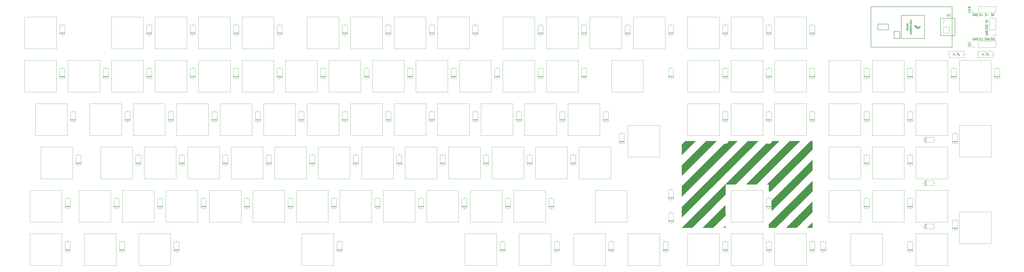
<source format=gto>
G04 #@! TF.GenerationSoftware,KiCad,Pcbnew,(6.0.1)*
G04 #@! TF.CreationDate,2022-01-19T18:18:19+01:00*
G04 #@! TF.ProjectId,keyboard_pcb,6b657962-6f61-4726-945f-7063622e6b69,rev?*
G04 #@! TF.SameCoordinates,Original*
G04 #@! TF.FileFunction,Legend,Top*
G04 #@! TF.FilePolarity,Positive*
%FSLAX46Y46*%
G04 Gerber Fmt 4.6, Leading zero omitted, Abs format (unit mm)*
G04 Created by KiCad (PCBNEW (6.0.1)) date 2022-01-19 18:18:19*
%MOMM*%
%LPD*%
G01*
G04 APERTURE LIST*
%ADD10C,0.150000*%
%ADD11C,0.120000*%
%ADD12C,0.100000*%
%ADD13C,0.010000*%
%ADD14R,1.600000X1.600000*%
%ADD15O,1.600000X1.600000*%
%ADD16C,4.000000*%
%ADD17C,1.700000*%
%ADD18C,2.200000*%
%ADD19C,3.050000*%
%ADD20R,1.700000X1.700000*%
%ADD21O,1.700000X1.700000*%
%ADD22C,1.600000*%
%ADD23C,3.000000*%
%ADD24O,1.500000X2.500000*%
G04 APERTURE END LIST*
D10*
X411173571Y-17803761D02*
X411287857Y-17851380D01*
X411478333Y-17851380D01*
X411554523Y-17803761D01*
X411592619Y-17756142D01*
X411630714Y-17660904D01*
X411630714Y-17565666D01*
X411592619Y-17470428D01*
X411554523Y-17422809D01*
X411478333Y-17375190D01*
X411325952Y-17327571D01*
X411249761Y-17279952D01*
X411211666Y-17232333D01*
X411173571Y-17137095D01*
X411173571Y-17041857D01*
X411211666Y-16946619D01*
X411249761Y-16899000D01*
X411325952Y-16851380D01*
X411516428Y-16851380D01*
X411630714Y-16899000D01*
X411973571Y-17851380D02*
X411973571Y-16851380D01*
X412164047Y-16851380D01*
X412278333Y-16899000D01*
X412354523Y-16994238D01*
X412392619Y-17089476D01*
X412430714Y-17279952D01*
X412430714Y-17422809D01*
X412392619Y-17613285D01*
X412354523Y-17708523D01*
X412278333Y-17803761D01*
X412164047Y-17851380D01*
X411973571Y-17851380D01*
X412735476Y-17565666D02*
X413116428Y-17565666D01*
X412659285Y-17851380D02*
X412925952Y-16851380D01*
X413192619Y-17851380D01*
X410551428Y-23915714D02*
X410551428Y-24582380D01*
X410313333Y-23534761D02*
X410075238Y-24249047D01*
X410694285Y-24249047D01*
X411075238Y-24487142D02*
X411122857Y-24534761D01*
X411075238Y-24582380D01*
X411027619Y-24534761D01*
X411075238Y-24487142D01*
X411075238Y-24582380D01*
X411456190Y-23582380D02*
X412122857Y-23582380D01*
X411694285Y-24582380D01*
X412503809Y-24582380D02*
X412503809Y-23582380D01*
X412599047Y-24201428D02*
X412884761Y-24582380D01*
X412884761Y-23915714D02*
X412503809Y-24296666D01*
X414502619Y-6183380D02*
X414121666Y-6183380D01*
X414083571Y-6659571D01*
X414121666Y-6611952D01*
X414197857Y-6564333D01*
X414388333Y-6564333D01*
X414464523Y-6611952D01*
X414502619Y-6659571D01*
X414540714Y-6754809D01*
X414540714Y-6992904D01*
X414502619Y-7088142D01*
X414464523Y-7135761D01*
X414388333Y-7183380D01*
X414197857Y-7183380D01*
X414121666Y-7135761D01*
X414083571Y-7088142D01*
X414769285Y-6183380D02*
X415035952Y-7183380D01*
X415302619Y-6183380D01*
X413664523Y-16851380D02*
X414159761Y-16851380D01*
X413893095Y-17232333D01*
X414007380Y-17232333D01*
X414083571Y-17279952D01*
X414121666Y-17327571D01*
X414159761Y-17422809D01*
X414159761Y-17660904D01*
X414121666Y-17756142D01*
X414083571Y-17803761D01*
X414007380Y-17851380D01*
X413778809Y-17851380D01*
X413702619Y-17803761D01*
X413664523Y-17756142D01*
X414388333Y-16851380D02*
X414655000Y-17851380D01*
X414921666Y-16851380D01*
X415112142Y-16851380D02*
X415607380Y-16851380D01*
X415340714Y-17232333D01*
X415455000Y-17232333D01*
X415531190Y-17279952D01*
X415569285Y-17327571D01*
X415607380Y-17422809D01*
X415607380Y-17660904D01*
X415569285Y-17756142D01*
X415531190Y-17803761D01*
X415455000Y-17851380D01*
X415226428Y-17851380D01*
X415150238Y-17803761D01*
X415112142Y-17756142D01*
X397851428Y-23915714D02*
X397851428Y-24582380D01*
X397613333Y-23534761D02*
X397375238Y-24249047D01*
X397994285Y-24249047D01*
X398375238Y-24487142D02*
X398422857Y-24534761D01*
X398375238Y-24582380D01*
X398327619Y-24534761D01*
X398375238Y-24487142D01*
X398375238Y-24582380D01*
X398756190Y-23582380D02*
X399422857Y-23582380D01*
X398994285Y-24582380D01*
X399803809Y-24582380D02*
X399803809Y-23582380D01*
X399899047Y-24201428D02*
X400184761Y-24582380D01*
X400184761Y-23915714D02*
X399803809Y-24296666D01*
X411410238Y-7183380D02*
X411410238Y-6183380D01*
X411600714Y-6183380D01*
X411715000Y-6231000D01*
X411791190Y-6326238D01*
X411829285Y-6421476D01*
X411867380Y-6611952D01*
X411867380Y-6754809D01*
X411829285Y-6945285D01*
X411791190Y-7040523D01*
X411715000Y-7135761D01*
X411600714Y-7183380D01*
X411410238Y-7183380D01*
X412210238Y-6802428D02*
X412819761Y-6802428D01*
X411567380Y-9677380D02*
X411567380Y-10058333D01*
X412043571Y-10096428D01*
X411995952Y-10058333D01*
X411948333Y-9982142D01*
X411948333Y-9791666D01*
X411995952Y-9715476D01*
X412043571Y-9677380D01*
X412138809Y-9639285D01*
X412376904Y-9639285D01*
X412472142Y-9677380D01*
X412519761Y-9715476D01*
X412567380Y-9791666D01*
X412567380Y-9982142D01*
X412519761Y-10058333D01*
X412472142Y-10096428D01*
X411567380Y-9410714D02*
X412567380Y-9144047D01*
X411567380Y-8877380D01*
X406425476Y-16899000D02*
X406349285Y-16851380D01*
X406235000Y-16851380D01*
X406120714Y-16899000D01*
X406044523Y-16994238D01*
X406006428Y-17089476D01*
X405968333Y-17279952D01*
X405968333Y-17422809D01*
X406006428Y-17613285D01*
X406044523Y-17708523D01*
X406120714Y-17803761D01*
X406235000Y-17851380D01*
X406311190Y-17851380D01*
X406425476Y-17803761D01*
X406463571Y-17756142D01*
X406463571Y-17422809D01*
X406311190Y-17422809D01*
X406806428Y-17851380D02*
X406806428Y-16851380D01*
X407263571Y-17851380D01*
X407263571Y-16851380D01*
X407644523Y-17851380D02*
X407644523Y-16851380D01*
X407835000Y-16851380D01*
X407949285Y-16899000D01*
X408025476Y-16994238D01*
X408063571Y-17089476D01*
X408101666Y-17279952D01*
X408101666Y-17422809D01*
X408063571Y-17613285D01*
X408025476Y-17708523D01*
X407949285Y-17803761D01*
X407835000Y-17851380D01*
X407644523Y-17851380D01*
X411615000Y-15214523D02*
X411567380Y-15290714D01*
X411567380Y-15405000D01*
X411615000Y-15519285D01*
X411710238Y-15595476D01*
X411805476Y-15633571D01*
X411995952Y-15671666D01*
X412138809Y-15671666D01*
X412329285Y-15633571D01*
X412424523Y-15595476D01*
X412519761Y-15519285D01*
X412567380Y-15405000D01*
X412567380Y-15328809D01*
X412519761Y-15214523D01*
X412472142Y-15176428D01*
X412138809Y-15176428D01*
X412138809Y-15328809D01*
X412567380Y-14833571D02*
X411567380Y-14833571D01*
X412567380Y-14376428D01*
X411567380Y-14376428D01*
X412567380Y-13995476D02*
X411567380Y-13995476D01*
X411567380Y-13805000D01*
X411615000Y-13690714D01*
X411710238Y-13614523D01*
X411805476Y-13576428D01*
X411995952Y-13538333D01*
X412138809Y-13538333D01*
X412329285Y-13576428D01*
X412424523Y-13614523D01*
X412519761Y-13690714D01*
X412567380Y-13805000D01*
X412567380Y-13995476D01*
X406425476Y-6231000D02*
X406349285Y-6183380D01*
X406235000Y-6183380D01*
X406120714Y-6231000D01*
X406044523Y-6326238D01*
X406006428Y-6421476D01*
X405968333Y-6611952D01*
X405968333Y-6754809D01*
X406006428Y-6945285D01*
X406044523Y-7040523D01*
X406120714Y-7135761D01*
X406235000Y-7183380D01*
X406311190Y-7183380D01*
X406425476Y-7135761D01*
X406463571Y-7088142D01*
X406463571Y-6754809D01*
X406311190Y-6754809D01*
X406806428Y-7183380D02*
X406806428Y-6183380D01*
X407263571Y-7183380D01*
X407263571Y-6183380D01*
X407644523Y-7183380D02*
X407644523Y-6183380D01*
X407835000Y-6183380D01*
X407949285Y-6231000D01*
X408025476Y-6326238D01*
X408063571Y-6421476D01*
X408101666Y-6611952D01*
X408101666Y-6754809D01*
X408063571Y-6945285D01*
X408025476Y-7040523D01*
X407949285Y-7135761D01*
X407835000Y-7183380D01*
X407644523Y-7183380D01*
X411567380Y-13055476D02*
X411567380Y-12560238D01*
X411948333Y-12826904D01*
X411948333Y-12712619D01*
X411995952Y-12636428D01*
X412043571Y-12598333D01*
X412138809Y-12560238D01*
X412376904Y-12560238D01*
X412472142Y-12598333D01*
X412519761Y-12636428D01*
X412567380Y-12712619D01*
X412567380Y-12941190D01*
X412519761Y-13017380D01*
X412472142Y-13055476D01*
X411567380Y-12331666D02*
X412567380Y-12065000D01*
X411567380Y-11798333D01*
X411567380Y-11607857D02*
X411567380Y-11112619D01*
X411948333Y-11379285D01*
X411948333Y-11265000D01*
X411995952Y-11188809D01*
X412043571Y-11150714D01*
X412138809Y-11112619D01*
X412376904Y-11112619D01*
X412472142Y-11150714D01*
X412519761Y-11188809D01*
X412567380Y-11265000D01*
X412567380Y-11493571D01*
X412519761Y-11569761D01*
X412472142Y-11607857D01*
X408870238Y-7183380D02*
X408870238Y-6183380D01*
X409060714Y-6183380D01*
X409175000Y-6231000D01*
X409251190Y-6326238D01*
X409289285Y-6421476D01*
X409327380Y-6611952D01*
X409327380Y-6754809D01*
X409289285Y-6945285D01*
X409251190Y-7040523D01*
X409175000Y-7135761D01*
X409060714Y-7183380D01*
X408870238Y-7183380D01*
X409670238Y-6802428D02*
X410279761Y-6802428D01*
X409975000Y-7183380D02*
X409975000Y-6421476D01*
X408622619Y-17803761D02*
X408736904Y-17851380D01*
X408927380Y-17851380D01*
X409003571Y-17803761D01*
X409041666Y-17756142D01*
X409079761Y-17660904D01*
X409079761Y-17565666D01*
X409041666Y-17470428D01*
X409003571Y-17422809D01*
X408927380Y-17375190D01*
X408775000Y-17327571D01*
X408698809Y-17279952D01*
X408660714Y-17232333D01*
X408622619Y-17137095D01*
X408622619Y-17041857D01*
X408660714Y-16946619D01*
X408698809Y-16899000D01*
X408775000Y-16851380D01*
X408965476Y-16851380D01*
X409079761Y-16899000D01*
X409879761Y-17756142D02*
X409841666Y-17803761D01*
X409727380Y-17851380D01*
X409651190Y-17851380D01*
X409536904Y-17803761D01*
X409460714Y-17708523D01*
X409422619Y-17613285D01*
X409384523Y-17422809D01*
X409384523Y-17279952D01*
X409422619Y-17089476D01*
X409460714Y-16994238D01*
X409536904Y-16899000D01*
X409651190Y-16851380D01*
X409727380Y-16851380D01*
X409841666Y-16899000D01*
X409879761Y-16946619D01*
X410603571Y-17851380D02*
X410222619Y-17851380D01*
X410222619Y-16851380D01*
G04 #@! TO.C,J1*
X403947380Y-5706904D02*
X404756904Y-5706904D01*
X404852142Y-5659285D01*
X404899761Y-5611666D01*
X404947380Y-5516428D01*
X404947380Y-5325952D01*
X404899761Y-5230714D01*
X404852142Y-5183095D01*
X404756904Y-5135476D01*
X403947380Y-5135476D01*
X404899761Y-4706904D02*
X404947380Y-4564047D01*
X404947380Y-4325952D01*
X404899761Y-4230714D01*
X404852142Y-4183095D01*
X404756904Y-4135476D01*
X404661666Y-4135476D01*
X404566428Y-4183095D01*
X404518809Y-4230714D01*
X404471190Y-4325952D01*
X404423571Y-4516428D01*
X404375952Y-4611666D01*
X404328333Y-4659285D01*
X404233095Y-4706904D01*
X404137857Y-4706904D01*
X404042619Y-4659285D01*
X403995000Y-4611666D01*
X403947380Y-4516428D01*
X403947380Y-4278333D01*
X403995000Y-4135476D01*
X404423571Y-3373571D02*
X404471190Y-3230714D01*
X404518809Y-3183095D01*
X404614047Y-3135476D01*
X404756904Y-3135476D01*
X404852142Y-3183095D01*
X404899761Y-3230714D01*
X404947380Y-3325952D01*
X404947380Y-3706904D01*
X403947380Y-3706904D01*
X403947380Y-3373571D01*
X403995000Y-3278333D01*
X404042619Y-3230714D01*
X404137857Y-3183095D01*
X404233095Y-3183095D01*
X404328333Y-3230714D01*
X404375952Y-3278333D01*
X404423571Y-3373571D01*
X404423571Y-3706904D01*
G04 #@! TO.C,J4*
X404947380Y-20661190D02*
X403947380Y-20661190D01*
X404042619Y-20232619D02*
X403995000Y-20185000D01*
X403947380Y-20089761D01*
X403947380Y-19851666D01*
X403995000Y-19756428D01*
X404042619Y-19708809D01*
X404137857Y-19661190D01*
X404233095Y-19661190D01*
X404375952Y-19708809D01*
X404947380Y-20280238D01*
X404947380Y-19661190D01*
X404852142Y-18661190D02*
X404899761Y-18708809D01*
X404947380Y-18851666D01*
X404947380Y-18946904D01*
X404899761Y-19089761D01*
X404804523Y-19185000D01*
X404709285Y-19232619D01*
X404518809Y-19280238D01*
X404375952Y-19280238D01*
X404185476Y-19232619D01*
X404090238Y-19185000D01*
X403995000Y-19089761D01*
X403947380Y-18946904D01*
X403947380Y-18851666D01*
X403995000Y-18708809D01*
X404042619Y-18661190D01*
G04 #@! TO.C,U1*
X394685595Y-6317380D02*
X394685595Y-7126904D01*
X394733214Y-7222142D01*
X394780833Y-7269761D01*
X394876071Y-7317380D01*
X395066547Y-7317380D01*
X395161785Y-7269761D01*
X395209404Y-7222142D01*
X395257023Y-7126904D01*
X395257023Y-6317380D01*
X396257023Y-7317380D02*
X395685595Y-7317380D01*
X395971309Y-7317380D02*
X395971309Y-6317380D01*
X395876071Y-6460238D01*
X395780833Y-6555476D01*
X395685595Y-6603095D01*
X377633666Y-13465000D02*
X376933666Y-13465000D01*
X376933666Y-13298333D01*
X376967000Y-13198333D01*
X377033666Y-13131666D01*
X377100333Y-13098333D01*
X377233666Y-13065000D01*
X377333666Y-13065000D01*
X377467000Y-13098333D01*
X377533666Y-13131666D01*
X377600333Y-13198333D01*
X377633666Y-13298333D01*
X377633666Y-13465000D01*
X376933666Y-12865000D02*
X377633666Y-12631666D01*
X376933666Y-12398333D01*
X377633666Y-11831666D02*
X377633666Y-12165000D01*
X376933666Y-12165000D01*
X376933666Y-11298333D02*
X376933666Y-11431666D01*
X376967000Y-11498333D01*
X377000333Y-11531666D01*
X377100333Y-11598333D01*
X377233666Y-11631666D01*
X377500333Y-11631666D01*
X377567000Y-11598333D01*
X377600333Y-11565000D01*
X377633666Y-11498333D01*
X377633666Y-11365000D01*
X377600333Y-11298333D01*
X377567000Y-11265000D01*
X377500333Y-11231666D01*
X377333666Y-11231666D01*
X377267000Y-11265000D01*
X377233666Y-11298333D01*
X377200333Y-11365000D01*
X377200333Y-11498333D01*
X377233666Y-11565000D01*
X377267000Y-11598333D01*
X377333666Y-11631666D01*
X377433666Y-10965000D02*
X377433666Y-10631666D01*
X377633666Y-11031666D02*
X376933666Y-10798333D01*
X377633666Y-10565000D01*
X379157666Y-15148333D02*
X378457666Y-15148333D01*
X378957666Y-14915000D01*
X378457666Y-14681666D01*
X379157666Y-14681666D01*
X379157666Y-14348333D02*
X378457666Y-14348333D01*
X379157666Y-14015000D02*
X378457666Y-14015000D01*
X378957666Y-13781666D01*
X378457666Y-13548333D01*
X379157666Y-13548333D01*
X378457666Y-13281666D02*
X379157666Y-12815000D01*
X378457666Y-12815000D02*
X379157666Y-13281666D01*
X379157666Y-12148333D02*
X378824333Y-12381666D01*
X379157666Y-12548333D02*
X378457666Y-12548333D01*
X378457666Y-12281666D01*
X378491000Y-12215000D01*
X378524333Y-12181666D01*
X378591000Y-12148333D01*
X378691000Y-12148333D01*
X378757666Y-12181666D01*
X378791000Y-12215000D01*
X378824333Y-12281666D01*
X378824333Y-12548333D01*
X378457666Y-11948333D02*
X378457666Y-11548333D01*
X379157666Y-11748333D02*
X378457666Y-11748333D01*
X379157666Y-10948333D02*
X379157666Y-11348333D01*
X379157666Y-11148333D02*
X378457666Y-11148333D01*
X378557666Y-11215000D01*
X378624333Y-11281666D01*
X378657666Y-11348333D01*
X378457666Y-10515000D02*
X378457666Y-10448333D01*
X378491000Y-10381666D01*
X378524333Y-10348333D01*
X378591000Y-10315000D01*
X378724333Y-10281666D01*
X378891000Y-10281666D01*
X379024333Y-10315000D01*
X379091000Y-10348333D01*
X379124333Y-10381666D01*
X379157666Y-10448333D01*
X379157666Y-10515000D01*
X379124333Y-10581666D01*
X379091000Y-10615000D01*
X379024333Y-10648333D01*
X378891000Y-10681666D01*
X378724333Y-10681666D01*
X378591000Y-10648333D01*
X378524333Y-10615000D01*
X378491000Y-10581666D01*
X378457666Y-10515000D01*
X378457666Y-9681666D02*
X378457666Y-9815000D01*
X378491000Y-9881666D01*
X378524333Y-9915000D01*
X378624333Y-9981666D01*
X378757666Y-10015000D01*
X379024333Y-10015000D01*
X379091000Y-9981666D01*
X379124333Y-9948333D01*
X379157666Y-9881666D01*
X379157666Y-9748333D01*
X379124333Y-9681666D01*
X379091000Y-9648333D01*
X379024333Y-9615000D01*
X378857666Y-9615000D01*
X378791000Y-9648333D01*
X378757666Y-9681666D01*
X378724333Y-9748333D01*
X378724333Y-9881666D01*
X378757666Y-9948333D01*
X378791000Y-9981666D01*
X378857666Y-10015000D01*
X378524333Y-9348333D02*
X378491000Y-9315000D01*
X378457666Y-9248333D01*
X378457666Y-9081666D01*
X378491000Y-9015000D01*
X378524333Y-8981666D01*
X378591000Y-8948333D01*
X378657666Y-8948333D01*
X378757666Y-8981666D01*
X379157666Y-9381666D01*
X379157666Y-8948333D01*
D11*
G04 #@! TO.C,D1*
X6985000Y-16105000D02*
X6985000Y-15455000D01*
X5865000Y-14615000D02*
X8105000Y-14615000D01*
X8105000Y-11215000D02*
X5865000Y-11215000D01*
X5865000Y-14855000D02*
X8105000Y-14855000D01*
X6985000Y-10565000D02*
X6985000Y-11215000D01*
X5865000Y-11215000D02*
X5865000Y-15455000D01*
X5865000Y-14735000D02*
X8105000Y-14735000D01*
X5865000Y-15455000D02*
X8105000Y-15455000D01*
X8105000Y-15455000D02*
X8105000Y-11215000D01*
G04 #@! TO.C,D2*
X46205000Y-11215000D02*
X43965000Y-11215000D01*
X46205000Y-15455000D02*
X46205000Y-11215000D01*
X45085000Y-16105000D02*
X45085000Y-15455000D01*
X45085000Y-10565000D02*
X45085000Y-11215000D01*
X43965000Y-11215000D02*
X43965000Y-15455000D01*
X43965000Y-14735000D02*
X46205000Y-14735000D01*
X43965000Y-14615000D02*
X46205000Y-14615000D01*
X43965000Y-14855000D02*
X46205000Y-14855000D01*
X43965000Y-15455000D02*
X46205000Y-15455000D01*
G04 #@! TO.C,D3*
X63015000Y-11215000D02*
X63015000Y-15455000D01*
X63015000Y-14615000D02*
X65255000Y-14615000D01*
X65255000Y-15455000D02*
X65255000Y-11215000D01*
X64135000Y-16105000D02*
X64135000Y-15455000D01*
X63015000Y-14735000D02*
X65255000Y-14735000D01*
X63015000Y-15455000D02*
X65255000Y-15455000D01*
X65255000Y-11215000D02*
X63015000Y-11215000D01*
X64135000Y-10565000D02*
X64135000Y-11215000D01*
X63015000Y-14855000D02*
X65255000Y-14855000D01*
G04 #@! TO.C,D4*
X82065000Y-11215000D02*
X82065000Y-15455000D01*
X82065000Y-14615000D02*
X84305000Y-14615000D01*
X84305000Y-11215000D02*
X82065000Y-11215000D01*
X82065000Y-14855000D02*
X84305000Y-14855000D01*
X82065000Y-15455000D02*
X84305000Y-15455000D01*
X83185000Y-16105000D02*
X83185000Y-15455000D01*
X82065000Y-14735000D02*
X84305000Y-14735000D01*
X83185000Y-10565000D02*
X83185000Y-11215000D01*
X84305000Y-15455000D02*
X84305000Y-11215000D01*
G04 #@! TO.C,D5*
X101115000Y-15455000D02*
X103355000Y-15455000D01*
X101115000Y-14615000D02*
X103355000Y-14615000D01*
X102235000Y-10565000D02*
X102235000Y-11215000D01*
X103355000Y-11215000D02*
X101115000Y-11215000D01*
X101115000Y-11215000D02*
X101115000Y-15455000D01*
X101115000Y-14735000D02*
X103355000Y-14735000D01*
X103355000Y-15455000D02*
X103355000Y-11215000D01*
X102235000Y-16105000D02*
X102235000Y-15455000D01*
X101115000Y-14855000D02*
X103355000Y-14855000D01*
G04 #@! TO.C,D6*
X129690000Y-14735000D02*
X131930000Y-14735000D01*
X130810000Y-10565000D02*
X130810000Y-11215000D01*
X130810000Y-16105000D02*
X130810000Y-15455000D01*
X129690000Y-15455000D02*
X131930000Y-15455000D01*
X131930000Y-11215000D02*
X129690000Y-11215000D01*
X131930000Y-15455000D02*
X131930000Y-11215000D01*
X129690000Y-11215000D02*
X129690000Y-15455000D01*
X129690000Y-14615000D02*
X131930000Y-14615000D01*
X129690000Y-14855000D02*
X131930000Y-14855000D01*
G04 #@! TO.C,D7*
X150980000Y-11215000D02*
X148740000Y-11215000D01*
X148740000Y-14855000D02*
X150980000Y-14855000D01*
X148740000Y-14615000D02*
X150980000Y-14615000D01*
X149860000Y-16105000D02*
X149860000Y-15455000D01*
X148740000Y-15455000D02*
X150980000Y-15455000D01*
X148740000Y-14735000D02*
X150980000Y-14735000D01*
X149860000Y-10565000D02*
X149860000Y-11215000D01*
X148740000Y-11215000D02*
X148740000Y-15455000D01*
X150980000Y-15455000D02*
X150980000Y-11215000D01*
G04 #@! TO.C,D8*
X167790000Y-14855000D02*
X170030000Y-14855000D01*
X167790000Y-14735000D02*
X170030000Y-14735000D01*
X168910000Y-16105000D02*
X168910000Y-15455000D01*
X168910000Y-10565000D02*
X168910000Y-11215000D01*
X167790000Y-15455000D02*
X170030000Y-15455000D01*
X170030000Y-11215000D02*
X167790000Y-11215000D01*
X167790000Y-14615000D02*
X170030000Y-14615000D01*
X167790000Y-11215000D02*
X167790000Y-15455000D01*
X170030000Y-15455000D02*
X170030000Y-11215000D01*
G04 #@! TO.C,D9*
X189080000Y-15455000D02*
X189080000Y-11215000D01*
X186840000Y-14615000D02*
X189080000Y-14615000D01*
X187960000Y-10565000D02*
X187960000Y-11215000D01*
X187960000Y-16105000D02*
X187960000Y-15455000D01*
X186840000Y-15455000D02*
X189080000Y-15455000D01*
X186840000Y-14735000D02*
X189080000Y-14735000D01*
X186840000Y-14855000D02*
X189080000Y-14855000D01*
X186840000Y-11215000D02*
X186840000Y-15455000D01*
X189080000Y-11215000D02*
X186840000Y-11215000D01*
G04 #@! TO.C,D10*
X217655000Y-15455000D02*
X217655000Y-11215000D01*
X216535000Y-16105000D02*
X216535000Y-15455000D01*
X215415000Y-14615000D02*
X217655000Y-14615000D01*
X215415000Y-15455000D02*
X217655000Y-15455000D01*
X216535000Y-10565000D02*
X216535000Y-11215000D01*
X215415000Y-11215000D02*
X215415000Y-15455000D01*
X215415000Y-14855000D02*
X217655000Y-14855000D01*
X215415000Y-14735000D02*
X217655000Y-14735000D01*
X217655000Y-11215000D02*
X215415000Y-11215000D01*
G04 #@! TO.C,D11*
X234465000Y-14855000D02*
X236705000Y-14855000D01*
X236705000Y-11215000D02*
X234465000Y-11215000D01*
X234465000Y-15455000D02*
X236705000Y-15455000D01*
X236705000Y-15455000D02*
X236705000Y-11215000D01*
X234465000Y-14615000D02*
X236705000Y-14615000D01*
X234465000Y-11215000D02*
X234465000Y-15455000D01*
X234465000Y-14735000D02*
X236705000Y-14735000D01*
X235585000Y-10565000D02*
X235585000Y-11215000D01*
X235585000Y-16105000D02*
X235585000Y-15455000D01*
G04 #@! TO.C,D12*
X255755000Y-11215000D02*
X253515000Y-11215000D01*
X253515000Y-15455000D02*
X255755000Y-15455000D01*
X254635000Y-16105000D02*
X254635000Y-15455000D01*
X254635000Y-10565000D02*
X254635000Y-11215000D01*
X255755000Y-15455000D02*
X255755000Y-11215000D01*
X253515000Y-14615000D02*
X255755000Y-14615000D01*
X253515000Y-11215000D02*
X253515000Y-15455000D01*
X253515000Y-14735000D02*
X255755000Y-14735000D01*
X253515000Y-14855000D02*
X255755000Y-14855000D01*
G04 #@! TO.C,D13*
X272565000Y-14855000D02*
X274805000Y-14855000D01*
X272565000Y-14735000D02*
X274805000Y-14735000D01*
X273685000Y-10565000D02*
X273685000Y-11215000D01*
X272565000Y-11215000D02*
X272565000Y-15455000D01*
X274805000Y-11215000D02*
X272565000Y-11215000D01*
X273685000Y-16105000D02*
X273685000Y-15455000D01*
X274805000Y-15455000D02*
X274805000Y-11215000D01*
X272565000Y-15455000D02*
X274805000Y-15455000D01*
X272565000Y-14615000D02*
X274805000Y-14615000D01*
G04 #@! TO.C,D14*
X297498000Y-16105000D02*
X297498000Y-15455000D01*
X296378000Y-15455000D02*
X298618000Y-15455000D01*
X297498000Y-10565000D02*
X297498000Y-11215000D01*
X298618000Y-15455000D02*
X298618000Y-11215000D01*
X296378000Y-14855000D02*
X298618000Y-14855000D01*
X296378000Y-14735000D02*
X298618000Y-14735000D01*
X296378000Y-14615000D02*
X298618000Y-14615000D01*
X296378000Y-11215000D02*
X296378000Y-15455000D01*
X298618000Y-11215000D02*
X296378000Y-11215000D01*
G04 #@! TO.C,D15*
X315428000Y-14735000D02*
X317668000Y-14735000D01*
X315428000Y-14615000D02*
X317668000Y-14615000D01*
X317668000Y-15455000D02*
X317668000Y-11215000D01*
X315428000Y-14855000D02*
X317668000Y-14855000D01*
X317668000Y-11215000D02*
X315428000Y-11215000D01*
X316548000Y-16105000D02*
X316548000Y-15455000D01*
X315428000Y-15455000D02*
X317668000Y-15455000D01*
X315428000Y-11215000D02*
X315428000Y-15455000D01*
X316548000Y-10565000D02*
X316548000Y-11215000D01*
G04 #@! TO.C,D16*
X334478000Y-14615000D02*
X336718000Y-14615000D01*
X336718000Y-15455000D02*
X336718000Y-11215000D01*
X334478000Y-11215000D02*
X334478000Y-15455000D01*
X334478000Y-14855000D02*
X336718000Y-14855000D01*
X336718000Y-11215000D02*
X334478000Y-11215000D01*
X335598000Y-10565000D02*
X335598000Y-11215000D01*
X335598000Y-16105000D02*
X335598000Y-15455000D01*
X334478000Y-15455000D02*
X336718000Y-15455000D01*
X334478000Y-14735000D02*
X336718000Y-14735000D01*
G04 #@! TO.C,D17*
X8105000Y-30265000D02*
X5865000Y-30265000D01*
X5865000Y-34505000D02*
X8105000Y-34505000D01*
X5865000Y-33785000D02*
X8105000Y-33785000D01*
X5865000Y-33905000D02*
X8105000Y-33905000D01*
X8105000Y-34505000D02*
X8105000Y-30265000D01*
X5865000Y-30265000D02*
X5865000Y-34505000D01*
X5865000Y-33665000D02*
X8105000Y-33665000D01*
X6985000Y-35155000D02*
X6985000Y-34505000D01*
X6985000Y-29615000D02*
X6985000Y-30265000D01*
G04 #@! TO.C,D18*
X24915000Y-33905000D02*
X27155000Y-33905000D01*
X24915000Y-30265000D02*
X24915000Y-34505000D01*
X24915000Y-33665000D02*
X27155000Y-33665000D01*
X26035000Y-35155000D02*
X26035000Y-34505000D01*
X27155000Y-34505000D02*
X27155000Y-30265000D01*
X26035000Y-29615000D02*
X26035000Y-30265000D01*
X27155000Y-30265000D02*
X24915000Y-30265000D01*
X24915000Y-33785000D02*
X27155000Y-33785000D01*
X24915000Y-34505000D02*
X27155000Y-34505000D01*
G04 #@! TO.C,D19*
X43965000Y-33905000D02*
X46205000Y-33905000D01*
X43965000Y-33785000D02*
X46205000Y-33785000D01*
X43965000Y-30265000D02*
X43965000Y-34505000D01*
X46205000Y-34505000D02*
X46205000Y-30265000D01*
X43965000Y-33665000D02*
X46205000Y-33665000D01*
X43965000Y-34505000D02*
X46205000Y-34505000D01*
X46205000Y-30265000D02*
X43965000Y-30265000D01*
X45085000Y-29615000D02*
X45085000Y-30265000D01*
X45085000Y-35155000D02*
X45085000Y-34505000D01*
G04 #@! TO.C,D20*
X65255000Y-34505000D02*
X65255000Y-30265000D01*
X63015000Y-34505000D02*
X65255000Y-34505000D01*
X63015000Y-33665000D02*
X65255000Y-33665000D01*
X63015000Y-33905000D02*
X65255000Y-33905000D01*
X63015000Y-30265000D02*
X63015000Y-34505000D01*
X64135000Y-29615000D02*
X64135000Y-30265000D01*
X63015000Y-33785000D02*
X65255000Y-33785000D01*
X64135000Y-35155000D02*
X64135000Y-34505000D01*
X65255000Y-30265000D02*
X63015000Y-30265000D01*
G04 #@! TO.C,D21*
X84305000Y-34505000D02*
X84305000Y-30265000D01*
X82065000Y-30265000D02*
X82065000Y-34505000D01*
X84305000Y-30265000D02*
X82065000Y-30265000D01*
X82065000Y-33905000D02*
X84305000Y-33905000D01*
X82065000Y-33665000D02*
X84305000Y-33665000D01*
X82065000Y-33785000D02*
X84305000Y-33785000D01*
X83185000Y-35155000D02*
X83185000Y-34505000D01*
X82065000Y-34505000D02*
X84305000Y-34505000D01*
X83185000Y-29615000D02*
X83185000Y-30265000D01*
G04 #@! TO.C,D22*
X101115000Y-33665000D02*
X103355000Y-33665000D01*
X103355000Y-34505000D02*
X103355000Y-30265000D01*
X101115000Y-34505000D02*
X103355000Y-34505000D01*
X101115000Y-33785000D02*
X103355000Y-33785000D01*
X102235000Y-35155000D02*
X102235000Y-34505000D01*
X101115000Y-33905000D02*
X103355000Y-33905000D01*
X102235000Y-29615000D02*
X102235000Y-30265000D01*
X103355000Y-30265000D02*
X101115000Y-30265000D01*
X101115000Y-30265000D02*
X101115000Y-34505000D01*
G04 #@! TO.C,D23*
X120165000Y-30265000D02*
X120165000Y-34505000D01*
X121285000Y-29615000D02*
X121285000Y-30265000D01*
X120165000Y-33905000D02*
X122405000Y-33905000D01*
X120165000Y-33785000D02*
X122405000Y-33785000D01*
X121285000Y-35155000D02*
X121285000Y-34505000D01*
X122405000Y-34505000D02*
X122405000Y-30265000D01*
X120165000Y-34505000D02*
X122405000Y-34505000D01*
X120165000Y-33665000D02*
X122405000Y-33665000D01*
X122405000Y-30265000D02*
X120165000Y-30265000D01*
G04 #@! TO.C,D24*
X139215000Y-33785000D02*
X141455000Y-33785000D01*
X141455000Y-34505000D02*
X141455000Y-30265000D01*
X139215000Y-33665000D02*
X141455000Y-33665000D01*
X140335000Y-35155000D02*
X140335000Y-34505000D01*
X140335000Y-29615000D02*
X140335000Y-30265000D01*
X139215000Y-33905000D02*
X141455000Y-33905000D01*
X139215000Y-34505000D02*
X141455000Y-34505000D01*
X141455000Y-30265000D02*
X139215000Y-30265000D01*
X139215000Y-30265000D02*
X139215000Y-34505000D01*
G04 #@! TO.C,D25*
X158265000Y-33665000D02*
X160505000Y-33665000D01*
X158265000Y-33785000D02*
X160505000Y-33785000D01*
X160505000Y-34505000D02*
X160505000Y-30265000D01*
X159385000Y-29615000D02*
X159385000Y-30265000D01*
X159385000Y-35155000D02*
X159385000Y-34505000D01*
X160505000Y-30265000D02*
X158265000Y-30265000D01*
X158265000Y-30265000D02*
X158265000Y-34505000D01*
X158265000Y-34505000D02*
X160505000Y-34505000D01*
X158265000Y-33905000D02*
X160505000Y-33905000D01*
G04 #@! TO.C,D26*
X177315000Y-33665000D02*
X179555000Y-33665000D01*
X177315000Y-34505000D02*
X179555000Y-34505000D01*
X178435000Y-29615000D02*
X178435000Y-30265000D01*
X179555000Y-34505000D02*
X179555000Y-30265000D01*
X179555000Y-30265000D02*
X177315000Y-30265000D01*
X177315000Y-33905000D02*
X179555000Y-33905000D01*
X177315000Y-30265000D02*
X177315000Y-34505000D01*
X178435000Y-35155000D02*
X178435000Y-34505000D01*
X177315000Y-33785000D02*
X179555000Y-33785000D01*
G04 #@! TO.C,D27*
X196365000Y-33785000D02*
X198605000Y-33785000D01*
X197485000Y-35155000D02*
X197485000Y-34505000D01*
X196365000Y-33905000D02*
X198605000Y-33905000D01*
X197485000Y-29615000D02*
X197485000Y-30265000D01*
X196365000Y-33665000D02*
X198605000Y-33665000D01*
X196365000Y-30265000D02*
X196365000Y-34505000D01*
X198605000Y-30265000D02*
X196365000Y-30265000D01*
X196365000Y-34505000D02*
X198605000Y-34505000D01*
X198605000Y-34505000D02*
X198605000Y-30265000D01*
G04 #@! TO.C,D28*
X217655000Y-30265000D02*
X215415000Y-30265000D01*
X217655000Y-34505000D02*
X217655000Y-30265000D01*
X216535000Y-29615000D02*
X216535000Y-30265000D01*
X216535000Y-35155000D02*
X216535000Y-34505000D01*
X215415000Y-33665000D02*
X217655000Y-33665000D01*
X215415000Y-30265000D02*
X215415000Y-34505000D01*
X215415000Y-33905000D02*
X217655000Y-33905000D01*
X215415000Y-34505000D02*
X217655000Y-34505000D01*
X215415000Y-33785000D02*
X217655000Y-33785000D01*
G04 #@! TO.C,D29*
X235585000Y-35155000D02*
X235585000Y-34505000D01*
X235585000Y-29615000D02*
X235585000Y-30265000D01*
X234465000Y-33905000D02*
X236705000Y-33905000D01*
X234465000Y-33665000D02*
X236705000Y-33665000D01*
X234465000Y-30265000D02*
X234465000Y-34505000D01*
X236705000Y-34505000D02*
X236705000Y-30265000D01*
X234465000Y-33785000D02*
X236705000Y-33785000D01*
X234465000Y-34505000D02*
X236705000Y-34505000D01*
X236705000Y-30265000D02*
X234465000Y-30265000D01*
G04 #@! TO.C,D30*
X274805000Y-30265000D02*
X272565000Y-30265000D01*
X272565000Y-33905000D02*
X274805000Y-33905000D01*
X274805000Y-34505000D02*
X274805000Y-30265000D01*
X273685000Y-35155000D02*
X273685000Y-34505000D01*
X273685000Y-29615000D02*
X273685000Y-30265000D01*
X272565000Y-33785000D02*
X274805000Y-33785000D01*
X272565000Y-34505000D02*
X274805000Y-34505000D01*
X272565000Y-33665000D02*
X274805000Y-33665000D01*
X272565000Y-30265000D02*
X272565000Y-34505000D01*
G04 #@! TO.C,D31*
X297498000Y-35155000D02*
X297498000Y-34505000D01*
X298618000Y-30265000D02*
X296378000Y-30265000D01*
X296378000Y-34505000D02*
X298618000Y-34505000D01*
X296378000Y-33665000D02*
X298618000Y-33665000D01*
X296378000Y-30265000D02*
X296378000Y-34505000D01*
X296378000Y-33785000D02*
X298618000Y-33785000D01*
X296378000Y-33905000D02*
X298618000Y-33905000D01*
X297498000Y-29615000D02*
X297498000Y-30265000D01*
X298618000Y-34505000D02*
X298618000Y-30265000D01*
G04 #@! TO.C,D32*
X317668000Y-34505000D02*
X317668000Y-30265000D01*
X316548000Y-29615000D02*
X316548000Y-30265000D01*
X315428000Y-33665000D02*
X317668000Y-33665000D01*
X316548000Y-35155000D02*
X316548000Y-34505000D01*
X315428000Y-30265000D02*
X315428000Y-34505000D01*
X315428000Y-33905000D02*
X317668000Y-33905000D01*
X317668000Y-30265000D02*
X315428000Y-30265000D01*
X315428000Y-33785000D02*
X317668000Y-33785000D01*
X315428000Y-34505000D02*
X317668000Y-34505000D01*
G04 #@! TO.C,D33*
X334478000Y-33905000D02*
X336718000Y-33905000D01*
X334478000Y-33665000D02*
X336718000Y-33665000D01*
X334478000Y-33785000D02*
X336718000Y-33785000D01*
X336718000Y-30265000D02*
X334478000Y-30265000D01*
X334478000Y-34505000D02*
X336718000Y-34505000D01*
X336718000Y-34505000D02*
X336718000Y-30265000D01*
X334478000Y-30265000D02*
X334478000Y-34505000D01*
X335598000Y-29615000D02*
X335598000Y-30265000D01*
X335598000Y-35155000D02*
X335598000Y-34505000D01*
G04 #@! TO.C,D34*
X358290000Y-33665000D02*
X360530000Y-33665000D01*
X360530000Y-34505000D02*
X360530000Y-30265000D01*
X360530000Y-30265000D02*
X358290000Y-30265000D01*
X358290000Y-34505000D02*
X360530000Y-34505000D01*
X359410000Y-29615000D02*
X359410000Y-30265000D01*
X359410000Y-35155000D02*
X359410000Y-34505000D01*
X358290000Y-33905000D02*
X360530000Y-33905000D01*
X358290000Y-33785000D02*
X360530000Y-33785000D01*
X358290000Y-30265000D02*
X358290000Y-34505000D01*
G04 #@! TO.C,D35*
X377340000Y-33905000D02*
X379580000Y-33905000D01*
X378460000Y-35155000D02*
X378460000Y-34505000D01*
X377340000Y-33665000D02*
X379580000Y-33665000D01*
X378460000Y-29615000D02*
X378460000Y-30265000D01*
X377340000Y-34505000D02*
X379580000Y-34505000D01*
X377340000Y-33785000D02*
X379580000Y-33785000D01*
X377340000Y-30265000D02*
X377340000Y-34505000D01*
X379580000Y-34505000D02*
X379580000Y-30265000D01*
X379580000Y-30265000D02*
X377340000Y-30265000D01*
G04 #@! TO.C,D36*
X396390000Y-33905000D02*
X398630000Y-33905000D01*
X398630000Y-30265000D02*
X396390000Y-30265000D01*
X396390000Y-34505000D02*
X398630000Y-34505000D01*
X396390000Y-33785000D02*
X398630000Y-33785000D01*
X397510000Y-35155000D02*
X397510000Y-34505000D01*
X396390000Y-33665000D02*
X398630000Y-33665000D01*
X398630000Y-34505000D02*
X398630000Y-30265000D01*
X396390000Y-30265000D02*
X396390000Y-34505000D01*
X397510000Y-29615000D02*
X397510000Y-30265000D01*
G04 #@! TO.C,D37*
X417680000Y-34505000D02*
X417680000Y-30265000D01*
X415440000Y-33665000D02*
X417680000Y-33665000D01*
X416560000Y-35155000D02*
X416560000Y-34505000D01*
X415440000Y-34505000D02*
X417680000Y-34505000D01*
X415440000Y-33905000D02*
X417680000Y-33905000D01*
X416560000Y-29615000D02*
X416560000Y-30265000D01*
X417680000Y-30265000D02*
X415440000Y-30265000D01*
X415440000Y-33785000D02*
X417680000Y-33785000D01*
X415440000Y-30265000D02*
X415440000Y-34505000D01*
G04 #@! TO.C,D38*
X11747500Y-48665000D02*
X11747500Y-49315000D01*
X12867500Y-53555000D02*
X12867500Y-49315000D01*
X10627500Y-52955000D02*
X12867500Y-52955000D01*
X10627500Y-52715000D02*
X12867500Y-52715000D01*
X10627500Y-53555000D02*
X12867500Y-53555000D01*
X12867500Y-49315000D02*
X10627500Y-49315000D01*
X10627500Y-49315000D02*
X10627500Y-53555000D01*
X11747500Y-54205000D02*
X11747500Y-53555000D01*
X10627500Y-52835000D02*
X12867500Y-52835000D01*
G04 #@! TO.C,D39*
X34440000Y-52835000D02*
X36680000Y-52835000D01*
X34440000Y-49315000D02*
X34440000Y-53555000D01*
X36680000Y-53555000D02*
X36680000Y-49315000D01*
X34440000Y-52715000D02*
X36680000Y-52715000D01*
X34440000Y-53555000D02*
X36680000Y-53555000D01*
X36680000Y-49315000D02*
X34440000Y-49315000D01*
X35560000Y-54205000D02*
X35560000Y-53555000D01*
X35560000Y-48665000D02*
X35560000Y-49315000D01*
X34440000Y-52955000D02*
X36680000Y-52955000D01*
G04 #@! TO.C,D40*
X53490000Y-49315000D02*
X53490000Y-53555000D01*
X53490000Y-52715000D02*
X55730000Y-52715000D01*
X55730000Y-53555000D02*
X55730000Y-49315000D01*
X55730000Y-49315000D02*
X53490000Y-49315000D01*
X54610000Y-54205000D02*
X54610000Y-53555000D01*
X53490000Y-52835000D02*
X55730000Y-52835000D01*
X53490000Y-52955000D02*
X55730000Y-52955000D01*
X54610000Y-48665000D02*
X54610000Y-49315000D01*
X53490000Y-53555000D02*
X55730000Y-53555000D01*
G04 #@! TO.C,D41*
X72540000Y-52955000D02*
X74780000Y-52955000D01*
X72540000Y-49315000D02*
X72540000Y-53555000D01*
X73660000Y-54205000D02*
X73660000Y-53555000D01*
X72540000Y-52835000D02*
X74780000Y-52835000D01*
X72540000Y-52715000D02*
X74780000Y-52715000D01*
X74780000Y-49315000D02*
X72540000Y-49315000D01*
X74780000Y-53555000D02*
X74780000Y-49315000D01*
X72540000Y-53555000D02*
X74780000Y-53555000D01*
X73660000Y-48665000D02*
X73660000Y-49315000D01*
G04 #@! TO.C,D42*
X91590000Y-52715000D02*
X93830000Y-52715000D01*
X93830000Y-49315000D02*
X91590000Y-49315000D01*
X93830000Y-53555000D02*
X93830000Y-49315000D01*
X92710000Y-48665000D02*
X92710000Y-49315000D01*
X91590000Y-52955000D02*
X93830000Y-52955000D01*
X91590000Y-49315000D02*
X91590000Y-53555000D01*
X92710000Y-54205000D02*
X92710000Y-53555000D01*
X91590000Y-53555000D02*
X93830000Y-53555000D01*
X91590000Y-52835000D02*
X93830000Y-52835000D01*
G04 #@! TO.C,D43*
X110640000Y-52835000D02*
X112880000Y-52835000D01*
X110640000Y-52955000D02*
X112880000Y-52955000D01*
X112880000Y-49315000D02*
X110640000Y-49315000D01*
X110640000Y-52715000D02*
X112880000Y-52715000D01*
X110640000Y-49315000D02*
X110640000Y-53555000D01*
X112880000Y-53555000D02*
X112880000Y-49315000D01*
X110640000Y-53555000D02*
X112880000Y-53555000D01*
X111760000Y-54205000D02*
X111760000Y-53555000D01*
X111760000Y-48665000D02*
X111760000Y-49315000D01*
G04 #@! TO.C,D44*
X129690000Y-52955000D02*
X131930000Y-52955000D01*
X129690000Y-49315000D02*
X129690000Y-53555000D01*
X131930000Y-53555000D02*
X131930000Y-49315000D01*
X130810000Y-54205000D02*
X130810000Y-53555000D01*
X129690000Y-52715000D02*
X131930000Y-52715000D01*
X129690000Y-53555000D02*
X131930000Y-53555000D01*
X131930000Y-49315000D02*
X129690000Y-49315000D01*
X129690000Y-52835000D02*
X131930000Y-52835000D01*
X130810000Y-48665000D02*
X130810000Y-49315000D01*
G04 #@! TO.C,D45*
X148740000Y-49315000D02*
X148740000Y-53555000D01*
X149860000Y-48665000D02*
X149860000Y-49315000D01*
X148740000Y-52955000D02*
X150980000Y-52955000D01*
X148740000Y-52715000D02*
X150980000Y-52715000D01*
X150980000Y-49315000D02*
X148740000Y-49315000D01*
X149860000Y-54205000D02*
X149860000Y-53555000D01*
X150980000Y-53555000D02*
X150980000Y-49315000D01*
X148740000Y-52835000D02*
X150980000Y-52835000D01*
X148740000Y-53555000D02*
X150980000Y-53555000D01*
G04 #@! TO.C,D46*
X167790000Y-49315000D02*
X167790000Y-53555000D01*
X167790000Y-53555000D02*
X170030000Y-53555000D01*
X170030000Y-49315000D02*
X167790000Y-49315000D01*
X167790000Y-52955000D02*
X170030000Y-52955000D01*
X167790000Y-52715000D02*
X170030000Y-52715000D01*
X168910000Y-54205000D02*
X168910000Y-53555000D01*
X170030000Y-53555000D02*
X170030000Y-49315000D01*
X167790000Y-52835000D02*
X170030000Y-52835000D01*
X168910000Y-48665000D02*
X168910000Y-49315000D01*
G04 #@! TO.C,D47*
X186840000Y-49315000D02*
X186840000Y-53555000D01*
X189080000Y-53555000D02*
X189080000Y-49315000D01*
X187960000Y-48665000D02*
X187960000Y-49315000D01*
X187960000Y-54205000D02*
X187960000Y-53555000D01*
X189080000Y-49315000D02*
X186840000Y-49315000D01*
X186840000Y-53555000D02*
X189080000Y-53555000D01*
X186840000Y-52715000D02*
X189080000Y-52715000D01*
X186840000Y-52835000D02*
X189080000Y-52835000D01*
X186840000Y-52955000D02*
X189080000Y-52955000D01*
G04 #@! TO.C,D48*
X208130000Y-53555000D02*
X208130000Y-49315000D01*
X208130000Y-49315000D02*
X205890000Y-49315000D01*
X207010000Y-48665000D02*
X207010000Y-49315000D01*
X205890000Y-52715000D02*
X208130000Y-52715000D01*
X205890000Y-53555000D02*
X208130000Y-53555000D01*
X205890000Y-52835000D02*
X208130000Y-52835000D01*
X205890000Y-49315000D02*
X205890000Y-53555000D01*
X207010000Y-54205000D02*
X207010000Y-53555000D01*
X205890000Y-52955000D02*
X208130000Y-52955000D01*
G04 #@! TO.C,D49*
X224940000Y-52715000D02*
X227180000Y-52715000D01*
X226060000Y-48665000D02*
X226060000Y-49315000D01*
X224940000Y-52955000D02*
X227180000Y-52955000D01*
X224940000Y-52835000D02*
X227180000Y-52835000D01*
X224940000Y-53555000D02*
X227180000Y-53555000D01*
X227180000Y-49315000D02*
X224940000Y-49315000D01*
X227180000Y-53555000D02*
X227180000Y-49315000D01*
X224940000Y-49315000D02*
X224940000Y-53555000D01*
X226060000Y-54205000D02*
X226060000Y-53555000D01*
G04 #@! TO.C,D50*
X243990000Y-49315000D02*
X243990000Y-53555000D01*
X243990000Y-52835000D02*
X246230000Y-52835000D01*
X243990000Y-52715000D02*
X246230000Y-52715000D01*
X243990000Y-52955000D02*
X246230000Y-52955000D01*
X245110000Y-48665000D02*
X245110000Y-49315000D01*
X246230000Y-53555000D02*
X246230000Y-49315000D01*
X246230000Y-49315000D02*
X243990000Y-49315000D01*
X245110000Y-54205000D02*
X245110000Y-53555000D01*
X243990000Y-53555000D02*
X246230000Y-53555000D01*
G04 #@! TO.C,D51*
X250975000Y-62240000D02*
X253215000Y-62240000D01*
X252095000Y-58190000D02*
X252095000Y-58840000D01*
X250975000Y-63080000D02*
X253215000Y-63080000D01*
X250975000Y-62360000D02*
X253215000Y-62360000D01*
X252095000Y-63730000D02*
X252095000Y-63080000D01*
X253215000Y-63080000D02*
X253215000Y-58840000D01*
X253215000Y-58840000D02*
X250975000Y-58840000D01*
X250975000Y-62480000D02*
X253215000Y-62480000D01*
X250975000Y-58840000D02*
X250975000Y-63080000D01*
G04 #@! TO.C,D52*
X297498000Y-48665000D02*
X297498000Y-49315000D01*
X298618000Y-49315000D02*
X296378000Y-49315000D01*
X296378000Y-52835000D02*
X298618000Y-52835000D01*
X298618000Y-53555000D02*
X298618000Y-49315000D01*
X296378000Y-52715000D02*
X298618000Y-52715000D01*
X297498000Y-54205000D02*
X297498000Y-53555000D01*
X296378000Y-52955000D02*
X298618000Y-52955000D01*
X296378000Y-53555000D02*
X298618000Y-53555000D01*
X296378000Y-49315000D02*
X296378000Y-53555000D01*
G04 #@! TO.C,D53*
X316548000Y-48665000D02*
X316548000Y-49315000D01*
X316548000Y-54205000D02*
X316548000Y-53555000D01*
X317668000Y-53555000D02*
X317668000Y-49315000D01*
X315428000Y-52715000D02*
X317668000Y-52715000D01*
X315428000Y-52955000D02*
X317668000Y-52955000D01*
X317668000Y-49315000D02*
X315428000Y-49315000D01*
X315428000Y-49315000D02*
X315428000Y-53555000D01*
X315428000Y-53555000D02*
X317668000Y-53555000D01*
X315428000Y-52835000D02*
X317668000Y-52835000D01*
G04 #@! TO.C,D54*
X334478000Y-52715000D02*
X336718000Y-52715000D01*
X334478000Y-52955000D02*
X336718000Y-52955000D01*
X334478000Y-52835000D02*
X336718000Y-52835000D01*
X335598000Y-54205000D02*
X335598000Y-53555000D01*
X335598000Y-48665000D02*
X335598000Y-49315000D01*
X334478000Y-49315000D02*
X334478000Y-53555000D01*
X336718000Y-53555000D02*
X336718000Y-49315000D01*
X334478000Y-53555000D02*
X336718000Y-53555000D01*
X336718000Y-49315000D02*
X334478000Y-49315000D01*
G04 #@! TO.C,D55*
X360530000Y-49315000D02*
X358290000Y-49315000D01*
X358290000Y-52835000D02*
X360530000Y-52835000D01*
X358290000Y-52715000D02*
X360530000Y-52715000D01*
X359410000Y-54205000D02*
X359410000Y-53555000D01*
X358290000Y-53555000D02*
X360530000Y-53555000D01*
X359410000Y-48665000D02*
X359410000Y-49315000D01*
X358290000Y-52955000D02*
X360530000Y-52955000D01*
X360530000Y-53555000D02*
X360530000Y-49315000D01*
X358290000Y-49315000D02*
X358290000Y-53555000D01*
G04 #@! TO.C,D56*
X377340000Y-49315000D02*
X377340000Y-53555000D01*
X377340000Y-52835000D02*
X379580000Y-52835000D01*
X378460000Y-54205000D02*
X378460000Y-53555000D01*
X377340000Y-52955000D02*
X379580000Y-52955000D01*
X379580000Y-53555000D02*
X379580000Y-49315000D01*
X377340000Y-53555000D02*
X379580000Y-53555000D01*
X379580000Y-49315000D02*
X377340000Y-49315000D01*
X377340000Y-52715000D02*
X379580000Y-52715000D01*
X378460000Y-48665000D02*
X378460000Y-49315000D01*
G04 #@! TO.C,D57*
X388835000Y-62715000D02*
X388835000Y-60475000D01*
X385195000Y-60475000D02*
X385195000Y-62715000D01*
X384595000Y-60475000D02*
X384595000Y-62715000D01*
X388835000Y-60475000D02*
X384595000Y-60475000D01*
X385315000Y-60475000D02*
X385315000Y-62715000D01*
X384595000Y-62715000D02*
X388835000Y-62715000D01*
X385435000Y-60475000D02*
X385435000Y-62715000D01*
X389485000Y-61595000D02*
X388835000Y-61595000D01*
X383945000Y-61595000D02*
X384595000Y-61595000D01*
G04 #@! TO.C,D58*
X398145000Y-58190000D02*
X398145000Y-58840000D01*
X399265000Y-63080000D02*
X399265000Y-58840000D01*
X397025000Y-63080000D02*
X399265000Y-63080000D01*
X399265000Y-58840000D02*
X397025000Y-58840000D01*
X397025000Y-62240000D02*
X399265000Y-62240000D01*
X398145000Y-63730000D02*
X398145000Y-63080000D01*
X397025000Y-62480000D02*
X399265000Y-62480000D01*
X397025000Y-58840000D02*
X397025000Y-63080000D01*
X397025000Y-62360000D02*
X399265000Y-62360000D01*
G04 #@! TO.C,D59*
X15248800Y-68365000D02*
X13008800Y-68365000D01*
X13008800Y-72005000D02*
X15248800Y-72005000D01*
X14128800Y-67715000D02*
X14128800Y-68365000D01*
X13008800Y-72605000D02*
X15248800Y-72605000D01*
X13008800Y-68365000D02*
X13008800Y-72605000D01*
X15248800Y-72605000D02*
X15248800Y-68365000D01*
X13008800Y-71765000D02*
X15248800Y-71765000D01*
X13008800Y-71885000D02*
X15248800Y-71885000D01*
X14128800Y-73255000D02*
X14128800Y-72605000D01*
G04 #@! TO.C,D60*
X40322500Y-67715000D02*
X40322500Y-68365000D01*
X39202500Y-72605000D02*
X41442500Y-72605000D01*
X41442500Y-68365000D02*
X39202500Y-68365000D01*
X40322500Y-73255000D02*
X40322500Y-72605000D01*
X39202500Y-71765000D02*
X41442500Y-71765000D01*
X39202500Y-71885000D02*
X41442500Y-71885000D01*
X41442500Y-72605000D02*
X41442500Y-68365000D01*
X39202500Y-72005000D02*
X41442500Y-72005000D01*
X39202500Y-68365000D02*
X39202500Y-72605000D01*
G04 #@! TO.C,D61*
X59372500Y-73255000D02*
X59372500Y-72605000D01*
X58252500Y-71765000D02*
X60492500Y-71765000D01*
X59372500Y-67715000D02*
X59372500Y-68365000D01*
X58252500Y-72605000D02*
X60492500Y-72605000D01*
X60492500Y-68365000D02*
X58252500Y-68365000D01*
X58252500Y-68365000D02*
X58252500Y-72605000D01*
X58252500Y-72005000D02*
X60492500Y-72005000D01*
X60492500Y-72605000D02*
X60492500Y-68365000D01*
X58252500Y-71885000D02*
X60492500Y-71885000D01*
G04 #@! TO.C,D62*
X79542500Y-68365000D02*
X77302500Y-68365000D01*
X77302500Y-71765000D02*
X79542500Y-71765000D01*
X78422500Y-73255000D02*
X78422500Y-72605000D01*
X78422500Y-67715000D02*
X78422500Y-68365000D01*
X77302500Y-72605000D02*
X79542500Y-72605000D01*
X77302500Y-68365000D02*
X77302500Y-72605000D01*
X77302500Y-72005000D02*
X79542500Y-72005000D01*
X79542500Y-72605000D02*
X79542500Y-68365000D01*
X77302500Y-71885000D02*
X79542500Y-71885000D01*
G04 #@! TO.C,D63*
X98592500Y-72605000D02*
X98592500Y-68365000D01*
X96352500Y-71765000D02*
X98592500Y-71765000D01*
X96352500Y-71885000D02*
X98592500Y-71885000D01*
X97472500Y-73255000D02*
X97472500Y-72605000D01*
X96352500Y-72605000D02*
X98592500Y-72605000D01*
X96352500Y-72005000D02*
X98592500Y-72005000D01*
X97472500Y-67715000D02*
X97472500Y-68365000D01*
X96352500Y-68365000D02*
X96352500Y-72605000D01*
X98592500Y-68365000D02*
X96352500Y-68365000D01*
G04 #@! TO.C,D64*
X115402000Y-71765000D02*
X117642000Y-71765000D01*
X115402000Y-72005000D02*
X117642000Y-72005000D01*
X116522000Y-73255000D02*
X116522000Y-72605000D01*
X115402000Y-71885000D02*
X117642000Y-71885000D01*
X115402000Y-72605000D02*
X117642000Y-72605000D01*
X117642000Y-72605000D02*
X117642000Y-68365000D01*
X116522000Y-67715000D02*
X116522000Y-68365000D01*
X115402000Y-68365000D02*
X115402000Y-72605000D01*
X117642000Y-68365000D02*
X115402000Y-68365000D01*
G04 #@! TO.C,D65*
X134452000Y-68365000D02*
X134452000Y-72605000D01*
X135572000Y-73255000D02*
X135572000Y-72605000D01*
X134452000Y-71885000D02*
X136692000Y-71885000D01*
X134452000Y-72005000D02*
X136692000Y-72005000D01*
X135572000Y-67715000D02*
X135572000Y-68365000D01*
X136692000Y-72605000D02*
X136692000Y-68365000D01*
X136692000Y-68365000D02*
X134452000Y-68365000D01*
X134452000Y-72605000D02*
X136692000Y-72605000D01*
X134452000Y-71765000D02*
X136692000Y-71765000D01*
G04 #@! TO.C,D66*
X153502000Y-72605000D02*
X155742000Y-72605000D01*
X153502000Y-68365000D02*
X153502000Y-72605000D01*
X155742000Y-68365000D02*
X153502000Y-68365000D01*
X153502000Y-71885000D02*
X155742000Y-71885000D01*
X153502000Y-72005000D02*
X155742000Y-72005000D01*
X153502000Y-71765000D02*
X155742000Y-71765000D01*
X154622000Y-67715000D02*
X154622000Y-68365000D01*
X155742000Y-72605000D02*
X155742000Y-68365000D01*
X154622000Y-73255000D02*
X154622000Y-72605000D01*
G04 #@! TO.C,D67*
X174792000Y-68365000D02*
X172552000Y-68365000D01*
X173672000Y-73255000D02*
X173672000Y-72605000D01*
X174792000Y-72605000D02*
X174792000Y-68365000D01*
X172552000Y-71765000D02*
X174792000Y-71765000D01*
X172552000Y-68365000D02*
X172552000Y-72605000D01*
X172552000Y-72605000D02*
X174792000Y-72605000D01*
X172552000Y-72005000D02*
X174792000Y-72005000D01*
X173672000Y-67715000D02*
X173672000Y-68365000D01*
X172552000Y-71885000D02*
X174792000Y-71885000D01*
G04 #@! TO.C,D68*
X191602000Y-72005000D02*
X193842000Y-72005000D01*
X191602000Y-72605000D02*
X193842000Y-72605000D01*
X191602000Y-68365000D02*
X191602000Y-72605000D01*
X193842000Y-68365000D02*
X191602000Y-68365000D01*
X193842000Y-72605000D02*
X193842000Y-68365000D01*
X192722000Y-67715000D02*
X192722000Y-68365000D01*
X192722000Y-73255000D02*
X192722000Y-72605000D01*
X191602000Y-71765000D02*
X193842000Y-71765000D01*
X191602000Y-71885000D02*
X193842000Y-71885000D01*
G04 #@! TO.C,D69*
X211772000Y-67715000D02*
X211772000Y-68365000D01*
X210652000Y-72605000D02*
X212892000Y-72605000D01*
X212892000Y-68365000D02*
X210652000Y-68365000D01*
X210652000Y-68365000D02*
X210652000Y-72605000D01*
X210652000Y-71885000D02*
X212892000Y-71885000D01*
X210652000Y-72005000D02*
X212892000Y-72005000D01*
X212892000Y-72605000D02*
X212892000Y-68365000D01*
X211772000Y-73255000D02*
X211772000Y-72605000D01*
X210652000Y-71765000D02*
X212892000Y-71765000D01*
G04 #@! TO.C,D70*
X229702000Y-72605000D02*
X231942000Y-72605000D01*
X230822000Y-67715000D02*
X230822000Y-68365000D01*
X231942000Y-72605000D02*
X231942000Y-68365000D01*
X230822000Y-73255000D02*
X230822000Y-72605000D01*
X231942000Y-68365000D02*
X229702000Y-68365000D01*
X229702000Y-71765000D02*
X231942000Y-71765000D01*
X229702000Y-71885000D02*
X231942000Y-71885000D01*
X229702000Y-68365000D02*
X229702000Y-72605000D01*
X229702000Y-72005000D02*
X231942000Y-72005000D01*
G04 #@! TO.C,D71*
X273685000Y-88495000D02*
X273685000Y-87845000D01*
X274805000Y-83605000D02*
X272565000Y-83605000D01*
X272565000Y-87245000D02*
X274805000Y-87245000D01*
X272565000Y-87005000D02*
X274805000Y-87005000D01*
X273685000Y-82955000D02*
X273685000Y-83605000D01*
X272565000Y-87125000D02*
X274805000Y-87125000D01*
X272565000Y-87845000D02*
X274805000Y-87845000D01*
X272565000Y-83605000D02*
X272565000Y-87845000D01*
X274805000Y-87845000D02*
X274805000Y-83605000D01*
G04 #@! TO.C,D72*
X360530000Y-72605000D02*
X360530000Y-68365000D01*
X360530000Y-68365000D02*
X358290000Y-68365000D01*
X358290000Y-72605000D02*
X360530000Y-72605000D01*
X359410000Y-67715000D02*
X359410000Y-68365000D01*
X358290000Y-71765000D02*
X360530000Y-71765000D01*
X358290000Y-72005000D02*
X360530000Y-72005000D01*
X359410000Y-73255000D02*
X359410000Y-72605000D01*
X358290000Y-68365000D02*
X358290000Y-72605000D01*
X358290000Y-71885000D02*
X360530000Y-71885000D01*
G04 #@! TO.C,D73*
X377340000Y-68365000D02*
X377340000Y-72605000D01*
X377340000Y-72005000D02*
X379580000Y-72005000D01*
X377340000Y-72605000D02*
X379580000Y-72605000D01*
X377340000Y-71885000D02*
X379580000Y-71885000D01*
X379580000Y-68365000D02*
X377340000Y-68365000D01*
X378460000Y-67715000D02*
X378460000Y-68365000D01*
X379580000Y-72605000D02*
X379580000Y-68365000D01*
X377340000Y-71765000D02*
X379580000Y-71765000D01*
X378460000Y-73255000D02*
X378460000Y-72605000D01*
G04 #@! TO.C,D74*
X385315000Y-79525000D02*
X385315000Y-81765000D01*
X388835000Y-81765000D02*
X388835000Y-79525000D01*
X384595000Y-81765000D02*
X388835000Y-81765000D01*
X385435000Y-79525000D02*
X385435000Y-81765000D01*
X388835000Y-79525000D02*
X384595000Y-79525000D01*
X384595000Y-79525000D02*
X384595000Y-81765000D01*
X389485000Y-80645000D02*
X388835000Y-80645000D01*
X385195000Y-79525000D02*
X385195000Y-81765000D01*
X383945000Y-80645000D02*
X384595000Y-80645000D01*
G04 #@! TO.C,D75*
X8246300Y-91055000D02*
X10486300Y-91055000D01*
X10486300Y-91655000D02*
X10486300Y-87415000D01*
X8246300Y-90815000D02*
X10486300Y-90815000D01*
X10486300Y-87415000D02*
X8246300Y-87415000D01*
X9366300Y-92305000D02*
X9366300Y-91655000D01*
X8246300Y-87415000D02*
X8246300Y-91655000D01*
X8246300Y-90935000D02*
X10486300Y-90935000D01*
X8246300Y-91655000D02*
X10486300Y-91655000D01*
X9366300Y-86765000D02*
X9366300Y-87415000D01*
G04 #@! TO.C,D76*
X29677500Y-87415000D02*
X29677500Y-91655000D01*
X30797500Y-86765000D02*
X30797500Y-87415000D01*
X31917500Y-91655000D02*
X31917500Y-87415000D01*
X31917500Y-87415000D02*
X29677500Y-87415000D01*
X29677500Y-91055000D02*
X31917500Y-91055000D01*
X29677500Y-91655000D02*
X31917500Y-91655000D01*
X30797500Y-92305000D02*
X30797500Y-91655000D01*
X29677500Y-90815000D02*
X31917500Y-90815000D01*
X29677500Y-90935000D02*
X31917500Y-90935000D01*
G04 #@! TO.C,D77*
X49847500Y-86765000D02*
X49847500Y-87415000D01*
X50967500Y-87415000D02*
X48727500Y-87415000D01*
X50967500Y-91655000D02*
X50967500Y-87415000D01*
X48727500Y-90815000D02*
X50967500Y-90815000D01*
X48727500Y-91055000D02*
X50967500Y-91055000D01*
X48727500Y-90935000D02*
X50967500Y-90935000D01*
X48727500Y-91655000D02*
X50967500Y-91655000D01*
X49847500Y-92305000D02*
X49847500Y-91655000D01*
X48727500Y-87415000D02*
X48727500Y-91655000D01*
G04 #@! TO.C,D78*
X70017500Y-91655000D02*
X70017500Y-87415000D01*
X67777500Y-91655000D02*
X70017500Y-91655000D01*
X67777500Y-87415000D02*
X67777500Y-91655000D01*
X67777500Y-90935000D02*
X70017500Y-90935000D01*
X70017500Y-87415000D02*
X67777500Y-87415000D01*
X67777500Y-91055000D02*
X70017500Y-91055000D01*
X68897500Y-92305000D02*
X68897500Y-91655000D01*
X68897500Y-86765000D02*
X68897500Y-87415000D01*
X67777500Y-90815000D02*
X70017500Y-90815000D01*
G04 #@! TO.C,D79*
X86827500Y-90935000D02*
X89067500Y-90935000D01*
X86827500Y-91655000D02*
X89067500Y-91655000D01*
X89067500Y-87415000D02*
X86827500Y-87415000D01*
X86827500Y-87415000D02*
X86827500Y-91655000D01*
X87947500Y-86765000D02*
X87947500Y-87415000D01*
X89067500Y-91655000D02*
X89067500Y-87415000D01*
X87947500Y-92305000D02*
X87947500Y-91655000D01*
X86827500Y-90815000D02*
X89067500Y-90815000D01*
X86827500Y-91055000D02*
X89067500Y-91055000D01*
G04 #@! TO.C,D80*
X108118000Y-91655000D02*
X108118000Y-87415000D01*
X105878000Y-87415000D02*
X105878000Y-91655000D01*
X106998000Y-86765000D02*
X106998000Y-87415000D01*
X105878000Y-90935000D02*
X108118000Y-90935000D01*
X105878000Y-91655000D02*
X108118000Y-91655000D01*
X106998000Y-92305000D02*
X106998000Y-91655000D01*
X108118000Y-87415000D02*
X105878000Y-87415000D01*
X105878000Y-91055000D02*
X108118000Y-91055000D01*
X105878000Y-90815000D02*
X108118000Y-90815000D01*
G04 #@! TO.C,D81*
X124928000Y-87415000D02*
X124928000Y-91655000D01*
X124928000Y-90815000D02*
X127168000Y-90815000D01*
X126048000Y-86765000D02*
X126048000Y-87415000D01*
X124928000Y-90935000D02*
X127168000Y-90935000D01*
X127168000Y-87415000D02*
X124928000Y-87415000D01*
X127168000Y-91655000D02*
X127168000Y-87415000D01*
X124928000Y-91055000D02*
X127168000Y-91055000D01*
X126048000Y-92305000D02*
X126048000Y-91655000D01*
X124928000Y-91655000D02*
X127168000Y-91655000D01*
G04 #@! TO.C,D82*
X143978000Y-91055000D02*
X146218000Y-91055000D01*
X143978000Y-90815000D02*
X146218000Y-90815000D01*
X143978000Y-91655000D02*
X146218000Y-91655000D01*
X146218000Y-87415000D02*
X143978000Y-87415000D01*
X143978000Y-90935000D02*
X146218000Y-90935000D01*
X146218000Y-91655000D02*
X146218000Y-87415000D01*
X145098000Y-92305000D02*
X145098000Y-91655000D01*
X145098000Y-86765000D02*
X145098000Y-87415000D01*
X143978000Y-87415000D02*
X143978000Y-91655000D01*
G04 #@! TO.C,D83*
X163028000Y-87415000D02*
X163028000Y-91655000D01*
X163028000Y-90935000D02*
X165268000Y-90935000D01*
X164148000Y-86765000D02*
X164148000Y-87415000D01*
X163028000Y-90815000D02*
X165268000Y-90815000D01*
X165268000Y-87415000D02*
X163028000Y-87415000D01*
X163028000Y-91055000D02*
X165268000Y-91055000D01*
X165268000Y-91655000D02*
X165268000Y-87415000D01*
X163028000Y-91655000D02*
X165268000Y-91655000D01*
X164148000Y-92305000D02*
X164148000Y-91655000D01*
G04 #@! TO.C,D84*
X182078000Y-87415000D02*
X182078000Y-91655000D01*
X183198000Y-86765000D02*
X183198000Y-87415000D01*
X182078000Y-91655000D02*
X184318000Y-91655000D01*
X182078000Y-91055000D02*
X184318000Y-91055000D01*
X182078000Y-90935000D02*
X184318000Y-90935000D01*
X184318000Y-91655000D02*
X184318000Y-87415000D01*
X183198000Y-92305000D02*
X183198000Y-91655000D01*
X182078000Y-90815000D02*
X184318000Y-90815000D01*
X184318000Y-87415000D02*
X182078000Y-87415000D01*
G04 #@! TO.C,D85*
X203368000Y-91655000D02*
X203368000Y-87415000D01*
X203368000Y-87415000D02*
X201128000Y-87415000D01*
X202248000Y-86765000D02*
X202248000Y-87415000D01*
X201128000Y-87415000D02*
X201128000Y-91655000D01*
X201128000Y-91055000D02*
X203368000Y-91055000D01*
X201128000Y-91655000D02*
X203368000Y-91655000D01*
X201128000Y-90935000D02*
X203368000Y-90935000D01*
X201128000Y-90815000D02*
X203368000Y-90815000D01*
X202248000Y-92305000D02*
X202248000Y-91655000D01*
G04 #@! TO.C,D86*
X220178000Y-87415000D02*
X220178000Y-91655000D01*
X221298000Y-86765000D02*
X221298000Y-87415000D01*
X220178000Y-90815000D02*
X222418000Y-90815000D01*
X222418000Y-87415000D02*
X220178000Y-87415000D01*
X220178000Y-91055000D02*
X222418000Y-91055000D01*
X222418000Y-91655000D02*
X222418000Y-87415000D01*
X221298000Y-92305000D02*
X221298000Y-91655000D01*
X220178000Y-90935000D02*
X222418000Y-90935000D01*
X220178000Y-91655000D02*
X222418000Y-91655000D01*
G04 #@! TO.C,D88*
X315428000Y-90935000D02*
X317668000Y-90935000D01*
X317668000Y-87415000D02*
X315428000Y-87415000D01*
X315428000Y-91055000D02*
X317668000Y-91055000D01*
X315428000Y-87415000D02*
X315428000Y-91655000D01*
X316548000Y-92305000D02*
X316548000Y-91655000D01*
X315428000Y-91655000D02*
X317668000Y-91655000D01*
X317668000Y-91655000D02*
X317668000Y-87415000D01*
X316548000Y-86765000D02*
X316548000Y-87415000D01*
X315428000Y-90815000D02*
X317668000Y-90815000D01*
G04 #@! TO.C,D89*
X358290000Y-87415000D02*
X358290000Y-91655000D01*
X359410000Y-86765000D02*
X359410000Y-87415000D01*
X359410000Y-92305000D02*
X359410000Y-91655000D01*
X360530000Y-87415000D02*
X358290000Y-87415000D01*
X358290000Y-90815000D02*
X360530000Y-90815000D01*
X358290000Y-91655000D02*
X360530000Y-91655000D01*
X360530000Y-91655000D02*
X360530000Y-87415000D01*
X358290000Y-91055000D02*
X360530000Y-91055000D01*
X358290000Y-90935000D02*
X360530000Y-90935000D01*
G04 #@! TO.C,D90*
X378460000Y-92305000D02*
X378460000Y-91655000D01*
X379580000Y-91655000D02*
X379580000Y-87415000D01*
X377340000Y-90935000D02*
X379580000Y-90935000D01*
X379580000Y-87415000D02*
X377340000Y-87415000D01*
X377340000Y-87415000D02*
X377340000Y-91655000D01*
X377340000Y-91055000D02*
X379580000Y-91055000D01*
X377340000Y-91655000D02*
X379580000Y-91655000D01*
X377340000Y-90815000D02*
X379580000Y-90815000D01*
X378460000Y-86765000D02*
X378460000Y-87415000D01*
G04 #@! TO.C,D91*
X384595000Y-100815000D02*
X388835000Y-100815000D01*
X385435000Y-98575000D02*
X385435000Y-100815000D01*
X385195000Y-98575000D02*
X385195000Y-100815000D01*
X385315000Y-98575000D02*
X385315000Y-100815000D01*
X388835000Y-98575000D02*
X384595000Y-98575000D01*
X388835000Y-100815000D02*
X388835000Y-98575000D01*
X389485000Y-99695000D02*
X388835000Y-99695000D01*
X384595000Y-98575000D02*
X384595000Y-100815000D01*
X383945000Y-99695000D02*
X384595000Y-99695000D01*
G04 #@! TO.C,D92*
X8246300Y-109865000D02*
X10486300Y-109865000D01*
X10486300Y-110705000D02*
X10486300Y-106465000D01*
X9366300Y-105815000D02*
X9366300Y-106465000D01*
X10486300Y-106465000D02*
X8246300Y-106465000D01*
X8246300Y-110705000D02*
X10486300Y-110705000D01*
X8246300Y-109985000D02*
X10486300Y-109985000D01*
X9366300Y-111355000D02*
X9366300Y-110705000D01*
X8246300Y-106465000D02*
X8246300Y-110705000D01*
X8246300Y-110105000D02*
X10486300Y-110105000D01*
G04 #@! TO.C,D93*
X32058800Y-110105000D02*
X34298800Y-110105000D01*
X32058800Y-109865000D02*
X34298800Y-109865000D01*
X32058800Y-110705000D02*
X34298800Y-110705000D01*
X32058800Y-106465000D02*
X32058800Y-110705000D01*
X33178800Y-111355000D02*
X33178800Y-110705000D01*
X32058800Y-109985000D02*
X34298800Y-109985000D01*
X34298800Y-106465000D02*
X32058800Y-106465000D01*
X34298800Y-110705000D02*
X34298800Y-106465000D01*
X33178800Y-105815000D02*
X33178800Y-106465000D01*
G04 #@! TO.C,D94*
X55871200Y-106465000D02*
X55871200Y-110705000D01*
X55871200Y-109985000D02*
X58111200Y-109985000D01*
X55871200Y-109865000D02*
X58111200Y-109865000D01*
X58111200Y-110705000D02*
X58111200Y-106465000D01*
X55871200Y-110105000D02*
X58111200Y-110105000D01*
X55871200Y-110705000D02*
X58111200Y-110705000D01*
X58111200Y-106465000D02*
X55871200Y-106465000D01*
X56991200Y-111355000D02*
X56991200Y-110705000D01*
X56991200Y-105815000D02*
X56991200Y-106465000D01*
G04 #@! TO.C,D95*
X127309000Y-110705000D02*
X129549000Y-110705000D01*
X129549000Y-106465000D02*
X127309000Y-106465000D01*
X127309000Y-106465000D02*
X127309000Y-110705000D01*
X127309000Y-109865000D02*
X129549000Y-109865000D01*
X127309000Y-109985000D02*
X129549000Y-109985000D01*
X128429000Y-105815000D02*
X128429000Y-106465000D01*
X128429000Y-111355000D02*
X128429000Y-110705000D01*
X127309000Y-110105000D02*
X129549000Y-110105000D01*
X129549000Y-110705000D02*
X129549000Y-106465000D01*
G04 #@! TO.C,D96*
X199866000Y-105815000D02*
X199866000Y-106465000D01*
X200986000Y-110705000D02*
X200986000Y-106465000D01*
X198746000Y-109865000D02*
X200986000Y-109865000D01*
X199866000Y-111355000D02*
X199866000Y-110705000D01*
X200986000Y-106465000D02*
X198746000Y-106465000D01*
X198746000Y-106465000D02*
X198746000Y-110705000D01*
X198746000Y-110705000D02*
X200986000Y-110705000D01*
X198746000Y-110105000D02*
X200986000Y-110105000D01*
X198746000Y-109985000D02*
X200986000Y-109985000D01*
G04 #@! TO.C,D97*
X223679000Y-105815000D02*
X223679000Y-106465000D01*
X222559000Y-106465000D02*
X222559000Y-110705000D01*
X222559000Y-109865000D02*
X224799000Y-109865000D01*
X222559000Y-109985000D02*
X224799000Y-109985000D01*
X224799000Y-106465000D02*
X222559000Y-106465000D01*
X224799000Y-110705000D02*
X224799000Y-106465000D01*
X223679000Y-111355000D02*
X223679000Y-110705000D01*
X222559000Y-110105000D02*
X224799000Y-110105000D01*
X222559000Y-110705000D02*
X224799000Y-110705000D01*
G04 #@! TO.C,D98*
X246371000Y-109865000D02*
X248611000Y-109865000D01*
X246371000Y-110105000D02*
X248611000Y-110105000D01*
X248611000Y-106465000D02*
X246371000Y-106465000D01*
X246371000Y-110705000D02*
X248611000Y-110705000D01*
X248611000Y-110705000D02*
X248611000Y-106465000D01*
X246371000Y-109985000D02*
X248611000Y-109985000D01*
X247491000Y-111355000D02*
X247491000Y-110705000D01*
X247491000Y-105815000D02*
X247491000Y-106465000D01*
X246371000Y-106465000D02*
X246371000Y-110705000D01*
G04 #@! TO.C,D99*
X270184000Y-110705000D02*
X272424000Y-110705000D01*
X270184000Y-109985000D02*
X272424000Y-109985000D01*
X272424000Y-106465000D02*
X270184000Y-106465000D01*
X271304000Y-105815000D02*
X271304000Y-106465000D01*
X271304000Y-111355000D02*
X271304000Y-110705000D01*
X270184000Y-109865000D02*
X272424000Y-109865000D01*
X272424000Y-110705000D02*
X272424000Y-106465000D01*
X270184000Y-106465000D02*
X270184000Y-110705000D01*
X270184000Y-110105000D02*
X272424000Y-110105000D01*
G04 #@! TO.C,D100*
X296378000Y-109865000D02*
X298618000Y-109865000D01*
X297498000Y-105815000D02*
X297498000Y-106465000D01*
X298618000Y-110705000D02*
X298618000Y-106465000D01*
X297498000Y-111355000D02*
X297498000Y-110705000D01*
X296378000Y-109985000D02*
X298618000Y-109985000D01*
X296378000Y-110705000D02*
X298618000Y-110705000D01*
X296378000Y-106465000D02*
X296378000Y-110705000D01*
X296378000Y-110105000D02*
X298618000Y-110105000D01*
X298618000Y-106465000D02*
X296378000Y-106465000D01*
G04 #@! TO.C,D101*
X316548000Y-105815000D02*
X316548000Y-106465000D01*
X315428000Y-106465000D02*
X315428000Y-110705000D01*
X315428000Y-109985000D02*
X317668000Y-109985000D01*
X315428000Y-109865000D02*
X317668000Y-109865000D01*
X316548000Y-111355000D02*
X316548000Y-110705000D01*
X317668000Y-106465000D02*
X315428000Y-106465000D01*
X317668000Y-110705000D02*
X317668000Y-106465000D01*
X315428000Y-110105000D02*
X317668000Y-110105000D01*
X315428000Y-110705000D02*
X317668000Y-110705000D01*
G04 #@! TO.C,D102*
X334478000Y-109985000D02*
X336718000Y-109985000D01*
X334478000Y-110705000D02*
X336718000Y-110705000D01*
X336718000Y-110705000D02*
X336718000Y-106465000D01*
X335598000Y-105815000D02*
X335598000Y-106465000D01*
X334478000Y-106465000D02*
X334478000Y-110705000D01*
X336718000Y-106465000D02*
X334478000Y-106465000D01*
X334478000Y-109865000D02*
X336718000Y-109865000D01*
X335598000Y-111355000D02*
X335598000Y-110705000D01*
X334478000Y-110105000D02*
X336718000Y-110105000D01*
G04 #@! TO.C,D105*
X399265000Y-101180000D02*
X399265000Y-96940000D01*
X397025000Y-100460000D02*
X399265000Y-100460000D01*
X397025000Y-100580000D02*
X399265000Y-100580000D01*
X398145000Y-96290000D02*
X398145000Y-96940000D01*
X397025000Y-96940000D02*
X397025000Y-101180000D01*
X397025000Y-100340000D02*
X399265000Y-100340000D01*
X399265000Y-96940000D02*
X397025000Y-96940000D01*
X397025000Y-101180000D02*
X399265000Y-101180000D01*
X398145000Y-101830000D02*
X398145000Y-101180000D01*
G04 #@! TO.C,SW1*
X4445000Y-21590000D02*
X-9525000Y-21590000D01*
X-9525000Y-21590000D02*
X-9525000Y-7620000D01*
X-9525000Y-7620000D02*
X4445000Y-7620000D01*
X4445000Y-7620000D02*
X4445000Y-21590000D01*
G04 #@! TO.C,SW2*
X42545000Y-21590000D02*
X28575000Y-21590000D01*
X42545000Y-7620000D02*
X42545000Y-21590000D01*
X28575000Y-7620000D02*
X42545000Y-7620000D01*
X28575000Y-21590000D02*
X28575000Y-7620000D01*
G04 #@! TO.C,SW3*
X61595000Y-21590000D02*
X47625000Y-21590000D01*
X47625000Y-21590000D02*
X47625000Y-7620000D01*
X47625000Y-7620000D02*
X61595000Y-7620000D01*
X61595000Y-7620000D02*
X61595000Y-21590000D01*
G04 #@! TO.C,SW4*
X66675000Y-21590000D02*
X66675000Y-7620000D01*
X66675000Y-7620000D02*
X80645000Y-7620000D01*
X80645000Y-7620000D02*
X80645000Y-21590000D01*
X80645000Y-21590000D02*
X66675000Y-21590000D01*
G04 #@! TO.C,SW5*
X99695000Y-21590000D02*
X85725000Y-21590000D01*
X85725000Y-21590000D02*
X85725000Y-7620000D01*
X99695000Y-7620000D02*
X99695000Y-21590000D01*
X85725000Y-7620000D02*
X99695000Y-7620000D01*
G04 #@! TO.C,SW6*
X114300000Y-7620000D02*
X128270000Y-7620000D01*
X114300000Y-21590000D02*
X114300000Y-7620000D01*
X128270000Y-21590000D02*
X114300000Y-21590000D01*
X128270000Y-7620000D02*
X128270000Y-21590000D01*
G04 #@! TO.C,SW7*
X133350000Y-7620000D02*
X147320000Y-7620000D01*
X147320000Y-21590000D02*
X133350000Y-21590000D01*
X147320000Y-7620000D02*
X147320000Y-21590000D01*
X133350000Y-21590000D02*
X133350000Y-7620000D01*
G04 #@! TO.C,SW8*
X152400000Y-7620000D02*
X166370000Y-7620000D01*
X166370000Y-7620000D02*
X166370000Y-21590000D01*
X152400000Y-21590000D02*
X152400000Y-7620000D01*
X166370000Y-21590000D02*
X152400000Y-21590000D01*
G04 #@! TO.C,SW9*
X171450000Y-21590000D02*
X171450000Y-7620000D01*
X171450000Y-7620000D02*
X185420000Y-7620000D01*
X185420000Y-7620000D02*
X185420000Y-21590000D01*
X185420000Y-21590000D02*
X171450000Y-21590000D01*
G04 #@! TO.C,SW10*
X213995000Y-21590000D02*
X200025000Y-21590000D01*
X200025000Y-21590000D02*
X200025000Y-7620000D01*
X213995000Y-7620000D02*
X213995000Y-21590000D01*
X200025000Y-7620000D02*
X213995000Y-7620000D01*
G04 #@! TO.C,SW11*
X219075000Y-7620000D02*
X233045000Y-7620000D01*
X219075000Y-21590000D02*
X219075000Y-7620000D01*
X233045000Y-21590000D02*
X219075000Y-21590000D01*
X233045000Y-7620000D02*
X233045000Y-21590000D01*
G04 #@! TO.C,SW12*
X238125000Y-7620000D02*
X252095000Y-7620000D01*
X252095000Y-7620000D02*
X252095000Y-21590000D01*
X238125000Y-21590000D02*
X238125000Y-7620000D01*
X252095000Y-21590000D02*
X238125000Y-21590000D01*
G04 #@! TO.C,SW13*
X257175000Y-21590000D02*
X257175000Y-7620000D01*
X257175000Y-7620000D02*
X271145000Y-7620000D01*
X271145000Y-7620000D02*
X271145000Y-21590000D01*
X271145000Y-21590000D02*
X257175000Y-21590000D01*
G04 #@! TO.C,SW14*
X294957000Y-21590000D02*
X280987000Y-21590000D01*
X280987000Y-21590000D02*
X280987000Y-7620000D01*
X294957000Y-7620000D02*
X294957000Y-21590000D01*
X280987000Y-7620000D02*
X294957000Y-7620000D01*
G04 #@! TO.C,SW15*
X300037000Y-7620000D02*
X314007000Y-7620000D01*
X314007000Y-7620000D02*
X314007000Y-21590000D01*
X314007000Y-21590000D02*
X300037000Y-21590000D01*
X300037000Y-21590000D02*
X300037000Y-7620000D01*
G04 #@! TO.C,SW16*
X333057000Y-7620000D02*
X333057000Y-21590000D01*
X333057000Y-21590000D02*
X319087000Y-21590000D01*
X319087000Y-21590000D02*
X319087000Y-7620000D01*
X319087000Y-7620000D02*
X333057000Y-7620000D01*
G04 #@! TO.C,SW17*
X-9525000Y-40640000D02*
X-9525000Y-26670000D01*
X-9525000Y-26670000D02*
X4445000Y-26670000D01*
X4445000Y-40640000D02*
X-9525000Y-40640000D01*
X4445000Y-26670000D02*
X4445000Y-40640000D01*
G04 #@! TO.C,SW18*
X23495000Y-26670000D02*
X23495000Y-40640000D01*
X9525000Y-40640000D02*
X9525000Y-26670000D01*
X9525000Y-26670000D02*
X23495000Y-26670000D01*
X23495000Y-40640000D02*
X9525000Y-40640000D01*
G04 #@! TO.C,SW19*
X42545000Y-40640000D02*
X28575000Y-40640000D01*
X42545000Y-26670000D02*
X42545000Y-40640000D01*
X28575000Y-40640000D02*
X28575000Y-26670000D01*
X28575000Y-26670000D02*
X42545000Y-26670000D01*
G04 #@! TO.C,SW20*
X61595000Y-26670000D02*
X61595000Y-40640000D01*
X47625000Y-26670000D02*
X61595000Y-26670000D01*
X47625000Y-40640000D02*
X47625000Y-26670000D01*
X61595000Y-40640000D02*
X47625000Y-40640000D01*
G04 #@! TO.C,SW21*
X80645000Y-26670000D02*
X80645000Y-40640000D01*
X66675000Y-40640000D02*
X66675000Y-26670000D01*
X80645000Y-40640000D02*
X66675000Y-40640000D01*
X66675000Y-26670000D02*
X80645000Y-26670000D01*
G04 #@! TO.C,SW22*
X99695000Y-40640000D02*
X85725000Y-40640000D01*
X85725000Y-26670000D02*
X99695000Y-26670000D01*
X85725000Y-40640000D02*
X85725000Y-26670000D01*
X99695000Y-26670000D02*
X99695000Y-40640000D01*
G04 #@! TO.C,SW23*
X104775000Y-26670000D02*
X118745000Y-26670000D01*
X118745000Y-40640000D02*
X104775000Y-40640000D01*
X118745000Y-26670000D02*
X118745000Y-40640000D01*
X104775000Y-40640000D02*
X104775000Y-26670000D01*
G04 #@! TO.C,SW24*
X123825000Y-26670000D02*
X137795000Y-26670000D01*
X137795000Y-26670000D02*
X137795000Y-40640000D01*
X137795000Y-40640000D02*
X123825000Y-40640000D01*
X123825000Y-40640000D02*
X123825000Y-26670000D01*
G04 #@! TO.C,SW25*
X142875000Y-40640000D02*
X142875000Y-26670000D01*
X156845000Y-40640000D02*
X142875000Y-40640000D01*
X156845000Y-26670000D02*
X156845000Y-40640000D01*
X142875000Y-26670000D02*
X156845000Y-26670000D01*
G04 #@! TO.C,SW26*
X175895000Y-26670000D02*
X175895000Y-40640000D01*
X161925000Y-26670000D02*
X175895000Y-26670000D01*
X161925000Y-40640000D02*
X161925000Y-26670000D01*
X175895000Y-40640000D02*
X161925000Y-40640000D01*
G04 #@! TO.C,SW27*
X180975000Y-26670000D02*
X194945000Y-26670000D01*
X180975000Y-40640000D02*
X180975000Y-26670000D01*
X194945000Y-40640000D02*
X180975000Y-40640000D01*
X194945000Y-26670000D02*
X194945000Y-40640000D01*
G04 #@! TO.C,SW28*
X200025000Y-26670000D02*
X213995000Y-26670000D01*
X213995000Y-40640000D02*
X200025000Y-40640000D01*
X200025000Y-40640000D02*
X200025000Y-26670000D01*
X213995000Y-26670000D02*
X213995000Y-40640000D01*
G04 #@! TO.C,SW29*
X219075000Y-26670000D02*
X233045000Y-26670000D01*
X233045000Y-40640000D02*
X219075000Y-40640000D01*
X233045000Y-26670000D02*
X233045000Y-40640000D01*
X219075000Y-40640000D02*
X219075000Y-26670000D01*
G04 #@! TO.C,SW30*
X247650000Y-26670000D02*
X261620000Y-26670000D01*
X247650000Y-40640000D02*
X247650000Y-26670000D01*
X261620000Y-40640000D02*
X247650000Y-40640000D01*
X261620000Y-26670000D02*
X261620000Y-40640000D01*
G04 #@! TO.C,SW31*
X280987000Y-26670000D02*
X294957000Y-26670000D01*
X294957000Y-26670000D02*
X294957000Y-40640000D01*
X280987000Y-40640000D02*
X280987000Y-26670000D01*
X294957000Y-40640000D02*
X280987000Y-40640000D01*
G04 #@! TO.C,SW32*
X314007000Y-40640000D02*
X300037000Y-40640000D01*
X300037000Y-40640000D02*
X300037000Y-26670000D01*
X300037000Y-26670000D02*
X314007000Y-26670000D01*
X314007000Y-26670000D02*
X314007000Y-40640000D01*
G04 #@! TO.C,SW33*
X333057000Y-26670000D02*
X333057000Y-40640000D01*
X333057000Y-40640000D02*
X319087000Y-40640000D01*
X319087000Y-40640000D02*
X319087000Y-26670000D01*
X319087000Y-26670000D02*
X333057000Y-26670000D01*
G04 #@! TO.C,SW34*
X356870000Y-26670000D02*
X356870000Y-40640000D01*
X342900000Y-26670000D02*
X356870000Y-26670000D01*
X356870000Y-40640000D02*
X342900000Y-40640000D01*
X342900000Y-40640000D02*
X342900000Y-26670000D01*
G04 #@! TO.C,SW35*
X375920000Y-40640000D02*
X361950000Y-40640000D01*
X375920000Y-26670000D02*
X375920000Y-40640000D01*
X361950000Y-26670000D02*
X375920000Y-26670000D01*
X361950000Y-40640000D02*
X361950000Y-26670000D01*
G04 #@! TO.C,SW36*
X394970000Y-26670000D02*
X394970000Y-40640000D01*
X381000000Y-40640000D02*
X381000000Y-26670000D01*
X394970000Y-40640000D02*
X381000000Y-40640000D01*
X381000000Y-26670000D02*
X394970000Y-26670000D01*
G04 #@! TO.C,SW37*
X414020000Y-40640000D02*
X400050000Y-40640000D01*
X400050000Y-40640000D02*
X400050000Y-26670000D01*
X414020000Y-26670000D02*
X414020000Y-40640000D01*
X400050000Y-26670000D02*
X414020000Y-26670000D01*
G04 #@! TO.C,SW38*
X-4762500Y-59690000D02*
X-4762500Y-45720000D01*
X9207500Y-45720000D02*
X9207500Y-59690000D01*
X-4762500Y-45720000D02*
X9207500Y-45720000D01*
X9207500Y-59690000D02*
X-4762500Y-59690000D01*
G04 #@! TO.C,SW39*
X19050000Y-45720000D02*
X33020000Y-45720000D01*
X33020000Y-45720000D02*
X33020000Y-59690000D01*
X33020000Y-59690000D02*
X19050000Y-59690000D01*
X19050000Y-59690000D02*
X19050000Y-45720000D01*
G04 #@! TO.C,SW40*
X52070000Y-59690000D02*
X38100000Y-59690000D01*
X52070000Y-45720000D02*
X52070000Y-59690000D01*
X38100000Y-59690000D02*
X38100000Y-45720000D01*
X38100000Y-45720000D02*
X52070000Y-45720000D01*
G04 #@! TO.C,SW41*
X71120000Y-59690000D02*
X57150000Y-59690000D01*
X71120000Y-45720000D02*
X71120000Y-59690000D01*
X57150000Y-59690000D02*
X57150000Y-45720000D01*
X57150000Y-45720000D02*
X71120000Y-45720000D01*
G04 #@! TO.C,SW42*
X76200000Y-45720000D02*
X90170000Y-45720000D01*
X76200000Y-59690000D02*
X76200000Y-45720000D01*
X90170000Y-45720000D02*
X90170000Y-59690000D01*
X90170000Y-59690000D02*
X76200000Y-59690000D01*
G04 #@! TO.C,SW43*
X95250000Y-45720000D02*
X109220000Y-45720000D01*
X109220000Y-59690000D02*
X95250000Y-59690000D01*
X109220000Y-45720000D02*
X109220000Y-59690000D01*
X95250000Y-59690000D02*
X95250000Y-45720000D01*
G04 #@! TO.C,SW44*
X128270000Y-45720000D02*
X128270000Y-59690000D01*
X114300000Y-59690000D02*
X114300000Y-45720000D01*
X128270000Y-59690000D02*
X114300000Y-59690000D01*
X114300000Y-45720000D02*
X128270000Y-45720000D01*
G04 #@! TO.C,SW45*
X147320000Y-59690000D02*
X133350000Y-59690000D01*
X147320000Y-45720000D02*
X147320000Y-59690000D01*
X133350000Y-59690000D02*
X133350000Y-45720000D01*
X133350000Y-45720000D02*
X147320000Y-45720000D01*
G04 #@! TO.C,SW46*
X152400000Y-59690000D02*
X152400000Y-45720000D01*
X152400000Y-45720000D02*
X166370000Y-45720000D01*
X166370000Y-59690000D02*
X152400000Y-59690000D01*
X166370000Y-45720000D02*
X166370000Y-59690000D01*
G04 #@! TO.C,SW47*
X185420000Y-59690000D02*
X171450000Y-59690000D01*
X171450000Y-45720000D02*
X185420000Y-45720000D01*
X185420000Y-45720000D02*
X185420000Y-59690000D01*
X171450000Y-59690000D02*
X171450000Y-45720000D01*
G04 #@! TO.C,SW48*
X204470000Y-59690000D02*
X190500000Y-59690000D01*
X190500000Y-59690000D02*
X190500000Y-45720000D01*
X190500000Y-45720000D02*
X204470000Y-45720000D01*
X204470000Y-45720000D02*
X204470000Y-59690000D01*
G04 #@! TO.C,SW49*
X209550000Y-45720000D02*
X223520000Y-45720000D01*
X223520000Y-59690000D02*
X209550000Y-59690000D01*
X209550000Y-59690000D02*
X209550000Y-45720000D01*
X223520000Y-45720000D02*
X223520000Y-59690000D01*
G04 #@! TO.C,SW50*
X242570000Y-59690000D02*
X228600000Y-59690000D01*
X228600000Y-45720000D02*
X242570000Y-45720000D01*
X242570000Y-45720000D02*
X242570000Y-59690000D01*
X228600000Y-59690000D02*
X228600000Y-45720000D01*
G04 #@! TO.C,SW51*
X268764000Y-55245000D02*
X268764000Y-69215000D01*
X254794000Y-69215000D02*
X254794000Y-55245000D01*
X268764000Y-69215000D02*
X254794000Y-69215000D01*
X254794000Y-55245000D02*
X268764000Y-55245000D01*
G04 #@! TO.C,SW52*
X280987000Y-59690000D02*
X280987000Y-45720000D01*
X280987000Y-45720000D02*
X294957000Y-45720000D01*
X294957000Y-59690000D02*
X280987000Y-59690000D01*
X294957000Y-45720000D02*
X294957000Y-59690000D01*
G04 #@! TO.C,SW53*
X314007000Y-59690000D02*
X300037000Y-59690000D01*
X300037000Y-45720000D02*
X314007000Y-45720000D01*
X300037000Y-59690000D02*
X300037000Y-45720000D01*
X314007000Y-45720000D02*
X314007000Y-59690000D01*
G04 #@! TO.C,SW54*
X319087000Y-59690000D02*
X319087000Y-45720000D01*
X333057000Y-45720000D02*
X333057000Y-59690000D01*
X319087000Y-45720000D02*
X333057000Y-45720000D01*
X333057000Y-59690000D02*
X319087000Y-59690000D01*
G04 #@! TO.C,SW55*
X342900000Y-59690000D02*
X342900000Y-45720000D01*
X356870000Y-59690000D02*
X342900000Y-59690000D01*
X342900000Y-45720000D02*
X356870000Y-45720000D01*
X356870000Y-45720000D02*
X356870000Y-59690000D01*
G04 #@! TO.C,SW56*
X375920000Y-59690000D02*
X361950000Y-59690000D01*
X375920000Y-45720000D02*
X375920000Y-59690000D01*
X361950000Y-45720000D02*
X375920000Y-45720000D01*
X361950000Y-59690000D02*
X361950000Y-45720000D01*
G04 #@! TO.C,SW57*
X381000000Y-59690000D02*
X381000000Y-45720000D01*
X394970000Y-59690000D02*
X381000000Y-59690000D01*
X394970000Y-45720000D02*
X394970000Y-59690000D01*
X381000000Y-45720000D02*
X394970000Y-45720000D01*
G04 #@! TO.C,SW58*
X400050000Y-55245000D02*
X414020000Y-55245000D01*
X414020000Y-55245000D02*
X414020000Y-69215000D01*
X414020000Y-69215000D02*
X400050000Y-69215000D01*
X400050000Y-69215000D02*
X400050000Y-55245000D01*
G04 #@! TO.C,SW59*
X11588800Y-78740000D02*
X-2381200Y-78740000D01*
X-2381200Y-64770000D02*
X11588800Y-64770000D01*
X11588800Y-64770000D02*
X11588800Y-78740000D01*
X-2381200Y-78740000D02*
X-2381200Y-64770000D01*
G04 #@! TO.C,SW60*
X37782500Y-78740000D02*
X23812500Y-78740000D01*
X23812500Y-64770000D02*
X37782500Y-64770000D01*
X37782500Y-64770000D02*
X37782500Y-78740000D01*
X23812500Y-78740000D02*
X23812500Y-64770000D01*
G04 #@! TO.C,SW61*
X42862500Y-64770000D02*
X56832500Y-64770000D01*
X56832500Y-64770000D02*
X56832500Y-78740000D01*
X42862500Y-78740000D02*
X42862500Y-64770000D01*
X56832500Y-78740000D02*
X42862500Y-78740000D01*
G04 #@! TO.C,SW62*
X61912500Y-78740000D02*
X61912500Y-64770000D01*
X61912500Y-64770000D02*
X75882500Y-64770000D01*
X75882500Y-64770000D02*
X75882500Y-78740000D01*
X75882500Y-78740000D02*
X61912500Y-78740000D01*
G04 #@! TO.C,SW63*
X94932500Y-64770000D02*
X94932500Y-78740000D01*
X80962500Y-78740000D02*
X80962500Y-64770000D01*
X94932500Y-78740000D02*
X80962500Y-78740000D01*
X80962500Y-64770000D02*
X94932500Y-64770000D01*
G04 #@! TO.C,SW64*
X113983000Y-64770000D02*
X113983000Y-78740000D01*
X100013000Y-64770000D02*
X113983000Y-64770000D01*
X100013000Y-78740000D02*
X100013000Y-64770000D01*
X113983000Y-78740000D02*
X100013000Y-78740000D01*
G04 #@! TO.C,SW65*
X119063000Y-64770000D02*
X133033000Y-64770000D01*
X119063000Y-78740000D02*
X119063000Y-64770000D01*
X133033000Y-64770000D02*
X133033000Y-78740000D01*
X133033000Y-78740000D02*
X119063000Y-78740000D01*
G04 #@! TO.C,SW66*
X152083000Y-78740000D02*
X138113000Y-78740000D01*
X138113000Y-64770000D02*
X152083000Y-64770000D01*
X138113000Y-78740000D02*
X138113000Y-64770000D01*
X152083000Y-64770000D02*
X152083000Y-78740000D01*
G04 #@! TO.C,SW67*
X171133000Y-78740000D02*
X157163000Y-78740000D01*
X157163000Y-78740000D02*
X157163000Y-64770000D01*
X171133000Y-64770000D02*
X171133000Y-78740000D01*
X157163000Y-64770000D02*
X171133000Y-64770000D01*
G04 #@! TO.C,SW68*
X190183000Y-64770000D02*
X190183000Y-78740000D01*
X190183000Y-78740000D02*
X176213000Y-78740000D01*
X176213000Y-64770000D02*
X190183000Y-64770000D01*
X176213000Y-78740000D02*
X176213000Y-64770000D01*
G04 #@! TO.C,SW69*
X195263000Y-78740000D02*
X195263000Y-64770000D01*
X209233000Y-78740000D02*
X195263000Y-78740000D01*
X209233000Y-64770000D02*
X209233000Y-78740000D01*
X195263000Y-64770000D02*
X209233000Y-64770000D01*
G04 #@! TO.C,SW70*
X214313000Y-78740000D02*
X214313000Y-64770000D01*
X228283000Y-78740000D02*
X214313000Y-78740000D01*
X214313000Y-64770000D02*
X228283000Y-64770000D01*
X228283000Y-64770000D02*
X228283000Y-78740000D01*
G04 #@! TO.C,SW71*
X233363000Y-64770000D02*
X247333000Y-64770000D01*
X233363000Y-78740000D02*
X233363000Y-64770000D01*
X247333000Y-64770000D02*
X247333000Y-78740000D01*
X247333000Y-78740000D02*
X233363000Y-78740000D01*
G04 #@! TO.C,SW72*
X356870000Y-64770000D02*
X356870000Y-78740000D01*
X342900000Y-78740000D02*
X342900000Y-64770000D01*
X356870000Y-78740000D02*
X342900000Y-78740000D01*
X342900000Y-64770000D02*
X356870000Y-64770000D01*
G04 #@! TO.C,SW73*
X361950000Y-78740000D02*
X361950000Y-64770000D01*
X375920000Y-64770000D02*
X375920000Y-78740000D01*
X375920000Y-78740000D02*
X361950000Y-78740000D01*
X361950000Y-64770000D02*
X375920000Y-64770000D01*
G04 #@! TO.C,SW74*
X394970000Y-64770000D02*
X394970000Y-78740000D01*
X394970000Y-78740000D02*
X381000000Y-78740000D01*
X381000000Y-64770000D02*
X394970000Y-64770000D01*
X381000000Y-78740000D02*
X381000000Y-64770000D01*
G04 #@! TO.C,SW75*
X-7143700Y-97790000D02*
X-7143700Y-83820000D01*
X6826300Y-97790000D02*
X-7143700Y-97790000D01*
X-7143700Y-83820000D02*
X6826300Y-83820000D01*
X6826300Y-83820000D02*
X6826300Y-97790000D01*
G04 #@! TO.C,SW76*
X14287500Y-97790000D02*
X14287500Y-83820000D01*
X14287500Y-83820000D02*
X28257500Y-83820000D01*
X28257500Y-97790000D02*
X14287500Y-97790000D01*
X28257500Y-83820000D02*
X28257500Y-97790000D01*
G04 #@! TO.C,SW77*
X33337500Y-83820000D02*
X47307500Y-83820000D01*
X47307500Y-83820000D02*
X47307500Y-97790000D01*
X33337500Y-97790000D02*
X33337500Y-83820000D01*
X47307500Y-97790000D02*
X33337500Y-97790000D01*
G04 #@! TO.C,SW78*
X52387500Y-83820000D02*
X66357500Y-83820000D01*
X52387500Y-97790000D02*
X52387500Y-83820000D01*
X66357500Y-83820000D02*
X66357500Y-97790000D01*
X66357500Y-97790000D02*
X52387500Y-97790000D01*
G04 #@! TO.C,SW79*
X85407500Y-83820000D02*
X85407500Y-97790000D01*
X71437500Y-97790000D02*
X71437500Y-83820000D01*
X71437500Y-83820000D02*
X85407500Y-83820000D01*
X85407500Y-97790000D02*
X71437500Y-97790000D01*
G04 #@! TO.C,SW80*
X90487000Y-97790000D02*
X90487000Y-83820000D01*
X90487000Y-83820000D02*
X104457000Y-83820000D01*
X104457000Y-97790000D02*
X90487000Y-97790000D01*
X104457000Y-83820000D02*
X104457000Y-97790000D01*
G04 #@! TO.C,SW81*
X123507000Y-97790000D02*
X109537000Y-97790000D01*
X109537000Y-97790000D02*
X109537000Y-83820000D01*
X123507000Y-83820000D02*
X123507000Y-97790000D01*
X109537000Y-83820000D02*
X123507000Y-83820000D01*
G04 #@! TO.C,SW82*
X142557000Y-97790000D02*
X128587000Y-97790000D01*
X142557000Y-83820000D02*
X142557000Y-97790000D01*
X128587000Y-97790000D02*
X128587000Y-83820000D01*
X128587000Y-83820000D02*
X142557000Y-83820000D01*
G04 #@! TO.C,SW83*
X147637000Y-97790000D02*
X147637000Y-83820000D01*
X161607000Y-83820000D02*
X161607000Y-97790000D01*
X147637000Y-83820000D02*
X161607000Y-83820000D01*
X161607000Y-97790000D02*
X147637000Y-97790000D01*
G04 #@! TO.C,SW84*
X180657000Y-97790000D02*
X166687000Y-97790000D01*
X166687000Y-83820000D02*
X180657000Y-83820000D01*
X180657000Y-83820000D02*
X180657000Y-97790000D01*
X166687000Y-97790000D02*
X166687000Y-83820000D01*
G04 #@! TO.C,SW85*
X185737000Y-83820000D02*
X199707000Y-83820000D01*
X199707000Y-83820000D02*
X199707000Y-97790000D01*
X199707000Y-97790000D02*
X185737000Y-97790000D01*
X185737000Y-97790000D02*
X185737000Y-83820000D01*
G04 #@! TO.C,SW87*
X254476000Y-97790000D02*
X240506000Y-97790000D01*
X240506000Y-83820000D02*
X254476000Y-83820000D01*
X254476000Y-83820000D02*
X254476000Y-97790000D01*
X240506000Y-97790000D02*
X240506000Y-83820000D01*
G04 #@! TO.C,SW88*
X300037000Y-97790000D02*
X300037000Y-83820000D01*
X314007000Y-97790000D02*
X300037000Y-97790000D01*
X300037000Y-83820000D02*
X314007000Y-83820000D01*
X314007000Y-83820000D02*
X314007000Y-97790000D01*
G04 #@! TO.C,SW89*
X342900000Y-97790000D02*
X342900000Y-83820000D01*
X356870000Y-83820000D02*
X356870000Y-97790000D01*
X356870000Y-97790000D02*
X342900000Y-97790000D01*
X342900000Y-83820000D02*
X356870000Y-83820000D01*
G04 #@! TO.C,SW90*
X361950000Y-83820000D02*
X375920000Y-83820000D01*
X361950000Y-97790000D02*
X361950000Y-83820000D01*
X375920000Y-83820000D02*
X375920000Y-97790000D01*
X375920000Y-97790000D02*
X361950000Y-97790000D01*
G04 #@! TO.C,SW91*
X394970000Y-83820000D02*
X394970000Y-97790000D01*
X394970000Y-97790000D02*
X381000000Y-97790000D01*
X381000000Y-97790000D02*
X381000000Y-83820000D01*
X381000000Y-83820000D02*
X394970000Y-83820000D01*
G04 #@! TO.C,SW92*
X-7143700Y-102870000D02*
X6826300Y-102870000D01*
X6826300Y-102870000D02*
X6826300Y-116840000D01*
X-7143700Y-116840000D02*
X-7143700Y-102870000D01*
X6826300Y-116840000D02*
X-7143700Y-116840000D01*
G04 #@! TO.C,SW93*
X30638800Y-116840000D02*
X16668800Y-116840000D01*
X30638800Y-102870000D02*
X30638800Y-116840000D01*
X16668800Y-116840000D02*
X16668800Y-102870000D01*
X16668800Y-102870000D02*
X30638800Y-102870000D01*
G04 #@! TO.C,SW94*
X54451200Y-102870000D02*
X54451200Y-116840000D01*
X54451200Y-116840000D02*
X40481200Y-116840000D01*
X40481200Y-102870000D02*
X54451200Y-102870000D01*
X40481200Y-116840000D02*
X40481200Y-102870000D01*
G04 #@! TO.C,SW95*
X125889000Y-102870000D02*
X125889000Y-116840000D01*
X111919000Y-116840000D02*
X111919000Y-102870000D01*
X125889000Y-116840000D02*
X111919000Y-116840000D01*
X111919000Y-102870000D02*
X125889000Y-102870000D01*
G04 #@! TO.C,SW96*
X197326000Y-102870000D02*
X197326000Y-116840000D01*
X183356000Y-102870000D02*
X197326000Y-102870000D01*
X183356000Y-116840000D02*
X183356000Y-102870000D01*
X197326000Y-116840000D02*
X183356000Y-116840000D01*
G04 #@! TO.C,SW97*
X221139000Y-102870000D02*
X221139000Y-116840000D01*
X221139000Y-116840000D02*
X207169000Y-116840000D01*
X207169000Y-116840000D02*
X207169000Y-102870000D01*
X207169000Y-102870000D02*
X221139000Y-102870000D01*
G04 #@! TO.C,SW98*
X230981000Y-116840000D02*
X230981000Y-102870000D01*
X244951000Y-116840000D02*
X230981000Y-116840000D01*
X230981000Y-102870000D02*
X244951000Y-102870000D01*
X244951000Y-102870000D02*
X244951000Y-116840000D01*
G04 #@! TO.C,SW99*
X254794000Y-102870000D02*
X268764000Y-102870000D01*
X254794000Y-116840000D02*
X254794000Y-102870000D01*
X268764000Y-116840000D02*
X254794000Y-116840000D01*
X268764000Y-102870000D02*
X268764000Y-116840000D01*
G04 #@! TO.C,SW100*
X294957000Y-102870000D02*
X294957000Y-116840000D01*
X280987000Y-116840000D02*
X280987000Y-102870000D01*
X294957000Y-116840000D02*
X280987000Y-116840000D01*
X280987000Y-102870000D02*
X294957000Y-102870000D01*
G04 #@! TO.C,SW101*
X300037000Y-102870000D02*
X314007000Y-102870000D01*
X300037000Y-116840000D02*
X300037000Y-102870000D01*
X314007000Y-116840000D02*
X300037000Y-116840000D01*
X314007000Y-102870000D02*
X314007000Y-116840000D01*
G04 #@! TO.C,SW102*
X319087000Y-116840000D02*
X319087000Y-102870000D01*
X333057000Y-102870000D02*
X333057000Y-116840000D01*
X319087000Y-102870000D02*
X333057000Y-102870000D01*
X333057000Y-116840000D02*
X319087000Y-116840000D01*
G04 #@! TO.C,SW103*
X366395000Y-102870000D02*
X366395000Y-116840000D01*
X352425000Y-116840000D02*
X352425000Y-102870000D01*
X366395000Y-116840000D02*
X352425000Y-116840000D01*
X352425000Y-102870000D02*
X366395000Y-102870000D01*
G04 #@! TO.C,SW104*
X394970000Y-116840000D02*
X381000000Y-116840000D01*
X381000000Y-102870000D02*
X394970000Y-102870000D01*
X394970000Y-102870000D02*
X394970000Y-116840000D01*
X381000000Y-116840000D02*
X381000000Y-102870000D01*
G04 #@! TO.C,SW105*
X414020000Y-93345000D02*
X414020000Y-107315000D01*
X400050000Y-93345000D02*
X414020000Y-93345000D01*
X400050000Y-107315000D02*
X400050000Y-93345000D01*
X414020000Y-107315000D02*
X400050000Y-107315000D01*
G04 #@! TO.C,SW86*
X204787000Y-97790000D02*
X204787000Y-83820000D01*
X204787000Y-83820000D02*
X218757000Y-83820000D01*
X218757000Y-83820000D02*
X218757000Y-97790000D01*
X218757000Y-97790000D02*
X204787000Y-97790000D01*
G04 #@! TO.C,J3*
X415985000Y-14605000D02*
X415985000Y-15935000D01*
X415985000Y-13335000D02*
X415985000Y-8195000D01*
X413325000Y-13335000D02*
X413325000Y-8195000D01*
X415985000Y-8195000D02*
X413325000Y-8195000D01*
X415985000Y-13335000D02*
X413325000Y-13335000D01*
X415985000Y-15935000D02*
X414655000Y-15935000D01*
G04 #@! TO.C,J1*
X408305000Y-5775000D02*
X408305000Y-3115000D01*
X405705000Y-5775000D02*
X405705000Y-4445000D01*
X415985000Y-5775000D02*
X415985000Y-3115000D01*
X407035000Y-5775000D02*
X405705000Y-5775000D01*
X408305000Y-5775000D02*
X415985000Y-5775000D01*
X408305000Y-3115000D02*
X415985000Y-3115000D01*
G04 #@! TO.C,J2*
X395665000Y-12065000D02*
X395665000Y-14665000D01*
X393005000Y-12065000D02*
X393005000Y-14665000D01*
X393005000Y-10795000D02*
X393005000Y-9465000D01*
X393005000Y-14665000D02*
X395665000Y-14665000D01*
X393005000Y-9465000D02*
X394335000Y-9465000D01*
X393005000Y-12065000D02*
X395665000Y-12065000D01*
G04 #@! TO.C,D87*
X272565000Y-97165000D02*
X274805000Y-97165000D01*
X273685000Y-93115000D02*
X273685000Y-93765000D01*
X272565000Y-93765000D02*
X272565000Y-98005000D01*
X272565000Y-97405000D02*
X274805000Y-97405000D01*
X274805000Y-98005000D02*
X274805000Y-93765000D01*
X272565000Y-98005000D02*
X274805000Y-98005000D01*
X272565000Y-97285000D02*
X274805000Y-97285000D01*
X273685000Y-98655000D02*
X273685000Y-98005000D01*
X274805000Y-93765000D02*
X272565000Y-93765000D01*
G04 #@! TO.C,J4*
X407035000Y-21015000D02*
X405705000Y-21015000D01*
X405705000Y-21015000D02*
X405705000Y-19685000D01*
X408305000Y-21015000D02*
X408305000Y-18355000D01*
X408305000Y-18355000D02*
X415985000Y-18355000D01*
X408305000Y-21015000D02*
X415985000Y-21015000D01*
X415985000Y-21015000D02*
X415985000Y-18355000D01*
D10*
G04 #@! TO.C,U1*
X361315000Y-3175000D02*
X396875000Y-3175000D01*
X396875000Y-20955000D02*
X361315000Y-20955000D01*
X374650000Y-6985000D02*
X374650000Y-17145000D01*
X371475000Y-13970000D02*
X374015000Y-13970000D01*
X361315000Y-20955000D02*
X361315000Y-3175000D01*
X364363000Y-10795000D02*
X368935000Y-10795000D01*
X391795000Y-15875000D02*
X396875000Y-15875000D01*
X368935000Y-13335000D02*
X364363000Y-13335000D01*
X398145000Y-8255000D02*
X398145000Y-15875000D01*
X398145000Y-15875000D02*
X396875000Y-15875000D01*
X396875000Y-8255000D02*
X398145000Y-8255000D01*
X364363000Y-13335000D02*
X364363000Y-10795000D01*
X391795000Y-8255000D02*
X391795000Y-15875000D01*
X374015000Y-17145000D02*
X371475000Y-17145000D01*
X374650000Y-17145000D02*
X384810000Y-17145000D01*
X368935000Y-10795000D02*
X368935000Y-13335000D01*
X391795000Y-8255000D02*
X396875000Y-8255000D01*
X374650000Y-6985000D02*
X384810000Y-6985000D01*
X371475000Y-17145000D02*
X371475000Y-13970000D01*
X374015000Y-13970000D02*
X374015000Y-17145000D01*
X396875000Y-3175000D02*
X396875000Y-20955000D01*
X384810000Y-17145000D02*
X384810000Y-6985000D01*
D12*
X381508000Y-12573000D02*
X381254000Y-12827000D01*
X381254000Y-12827000D02*
X381000000Y-12446000D01*
X381000000Y-12446000D02*
X381254000Y-12192000D01*
X381254000Y-12192000D02*
X381508000Y-12573000D01*
G36*
X381508000Y-12573000D02*
G01*
X381254000Y-12827000D01*
X381000000Y-12446000D01*
X381254000Y-12192000D01*
X381508000Y-12573000D01*
G37*
X381508000Y-12573000D02*
X381254000Y-12827000D01*
X381000000Y-12446000D01*
X381254000Y-12192000D01*
X381508000Y-12573000D01*
X382651000Y-12319000D02*
X382397000Y-12573000D01*
X382397000Y-12573000D02*
X382143000Y-12192000D01*
X382143000Y-12192000D02*
X382397000Y-11938000D01*
X382397000Y-11938000D02*
X382651000Y-12319000D01*
G36*
X382651000Y-12319000D02*
G01*
X382397000Y-12573000D01*
X382143000Y-12192000D01*
X382397000Y-11938000D01*
X382651000Y-12319000D01*
G37*
X382651000Y-12319000D02*
X382397000Y-12573000D01*
X382143000Y-12192000D01*
X382397000Y-11938000D01*
X382651000Y-12319000D01*
X381127000Y-12065000D02*
X380873000Y-12319000D01*
X380873000Y-12319000D02*
X380619000Y-11938000D01*
X380619000Y-11938000D02*
X380873000Y-11684000D01*
X380873000Y-11684000D02*
X381127000Y-12065000D01*
G36*
X381127000Y-12065000D02*
G01*
X380873000Y-12319000D01*
X380619000Y-11938000D01*
X380873000Y-11684000D01*
X381127000Y-12065000D01*
G37*
X381127000Y-12065000D02*
X380873000Y-12319000D01*
X380619000Y-11938000D01*
X380873000Y-11684000D01*
X381127000Y-12065000D01*
X382270000Y-12700000D02*
X382016000Y-12954000D01*
X382016000Y-12954000D02*
X381762000Y-12573000D01*
X381762000Y-12573000D02*
X382016000Y-12319000D01*
X382016000Y-12319000D02*
X382270000Y-12700000D01*
G36*
X382270000Y-12700000D02*
G01*
X382016000Y-12954000D01*
X381762000Y-12573000D01*
X382016000Y-12319000D01*
X382270000Y-12700000D01*
G37*
X382270000Y-12700000D02*
X382016000Y-12954000D01*
X381762000Y-12573000D01*
X382016000Y-12319000D01*
X382270000Y-12700000D01*
X381508000Y-11684000D02*
X381254000Y-11938000D01*
X381254000Y-11938000D02*
X381000000Y-11557000D01*
X381000000Y-11557000D02*
X381254000Y-11303000D01*
X381254000Y-11303000D02*
X381508000Y-11684000D01*
G36*
X381508000Y-11684000D02*
G01*
X381254000Y-11938000D01*
X381000000Y-11557000D01*
X381254000Y-11303000D01*
X381508000Y-11684000D01*
G37*
X381508000Y-11684000D02*
X381254000Y-11938000D01*
X381000000Y-11557000D01*
X381254000Y-11303000D01*
X381508000Y-11684000D01*
X383032000Y-11938000D02*
X382778000Y-12192000D01*
X382778000Y-12192000D02*
X382524000Y-11811000D01*
X382524000Y-11811000D02*
X382778000Y-11557000D01*
X382778000Y-11557000D02*
X383032000Y-11938000D01*
G36*
X383032000Y-11938000D02*
G01*
X382778000Y-12192000D01*
X382524000Y-11811000D01*
X382778000Y-11557000D01*
X383032000Y-11938000D01*
G37*
X383032000Y-11938000D02*
X382778000Y-12192000D01*
X382524000Y-11811000D01*
X382778000Y-11557000D01*
X383032000Y-11938000D01*
X380746000Y-11557000D02*
X380492000Y-11811000D01*
X380492000Y-11811000D02*
X380238000Y-11430000D01*
X380238000Y-11430000D02*
X380492000Y-11176000D01*
X380492000Y-11176000D02*
X380746000Y-11557000D01*
G36*
X380746000Y-11557000D02*
G01*
X380492000Y-11811000D01*
X380238000Y-11430000D01*
X380492000Y-11176000D01*
X380746000Y-11557000D01*
G37*
X380746000Y-11557000D02*
X380492000Y-11811000D01*
X380238000Y-11430000D01*
X380492000Y-11176000D01*
X380746000Y-11557000D01*
X381889000Y-12192000D02*
X381635000Y-12446000D01*
X381635000Y-12446000D02*
X381381000Y-12065000D01*
X381381000Y-12065000D02*
X381635000Y-11811000D01*
X381635000Y-11811000D02*
X381889000Y-12192000D01*
G36*
X381889000Y-12192000D02*
G01*
X381635000Y-12446000D01*
X381381000Y-12065000D01*
X381635000Y-11811000D01*
X381889000Y-12192000D01*
G37*
X381889000Y-12192000D02*
X381635000Y-12446000D01*
X381381000Y-12065000D01*
X381635000Y-11811000D01*
X381889000Y-12192000D01*
D11*
G04 #@! TO.C,D103*
X341480000Y-106465000D02*
X339240000Y-106465000D01*
X339240000Y-110705000D02*
X341480000Y-110705000D01*
X339240000Y-109985000D02*
X341480000Y-109985000D01*
X340360000Y-111355000D02*
X340360000Y-110705000D01*
X341480000Y-110705000D02*
X341480000Y-106465000D01*
X339240000Y-110105000D02*
X341480000Y-110105000D01*
X340360000Y-105815000D02*
X340360000Y-106465000D01*
X339240000Y-109865000D02*
X341480000Y-109865000D01*
X339240000Y-106465000D02*
X339240000Y-110705000D01*
G04 #@! TO.C,D104*
X377340000Y-110705000D02*
X379580000Y-110705000D01*
X377340000Y-109985000D02*
X379580000Y-109985000D01*
X377340000Y-106465000D02*
X377340000Y-110705000D01*
X377340000Y-110105000D02*
X379580000Y-110105000D01*
X377340000Y-109865000D02*
X379580000Y-109865000D01*
X378460000Y-105815000D02*
X378460000Y-106465000D01*
X378460000Y-111355000D02*
X378460000Y-110705000D01*
X379580000Y-110705000D02*
X379580000Y-106465000D01*
X379580000Y-106465000D02*
X377340000Y-106465000D01*
G04 #@! TO.C,R1*
X414750000Y-25500000D02*
X414750000Y-22760000D01*
X408210000Y-25500000D02*
X414750000Y-25500000D01*
X408210000Y-22760000D02*
X408210000Y-25500000D01*
X407440000Y-24130000D02*
X408210000Y-24130000D01*
X414750000Y-22760000D02*
X408210000Y-22760000D01*
X415520000Y-24130000D02*
X414750000Y-24130000D01*
G04 #@! TO.C,R2*
X402050000Y-25500000D02*
X402050000Y-22760000D01*
X395510000Y-22760000D02*
X395510000Y-25500000D01*
X394740000Y-24130000D02*
X395510000Y-24130000D01*
X402050000Y-22760000D02*
X395510000Y-22760000D01*
X395510000Y-25500000D02*
X402050000Y-25500000D01*
X402820000Y-24130000D02*
X402050000Y-24130000D01*
D13*
G04 #@! TO.C,Ref\u002A\u002A*
X297526230Y-99541901D02*
X297527741Y-99597715D01*
X297527741Y-99597715D02*
X297528935Y-99682684D01*
X297528935Y-99682684D02*
X297529719Y-99790221D01*
X297529719Y-99790221D02*
X297530000Y-99913416D01*
X297530000Y-99913416D02*
X297530000Y-100305000D01*
X297530000Y-100305000D02*
X296736679Y-100305000D01*
X296736679Y-100305000D02*
X297127833Y-99913416D01*
X297127833Y-99913416D02*
X297232763Y-99808572D01*
X297232763Y-99808572D02*
X297327476Y-99714325D01*
X297327476Y-99714325D02*
X297407990Y-99634603D01*
X297407990Y-99634603D02*
X297470324Y-99573337D01*
X297470324Y-99573337D02*
X297510498Y-99534457D01*
X297510498Y-99534457D02*
X297524493Y-99521833D01*
X297524493Y-99521833D02*
X297526230Y-99541901D01*
X297526230Y-99541901D02*
X297526230Y-99541901D01*
G36*
X297526230Y-99541901D02*
G01*
X297527741Y-99597715D01*
X297528935Y-99682684D01*
X297529719Y-99790221D01*
X297530000Y-99913416D01*
X297530000Y-100305000D01*
X296736679Y-100305000D01*
X297127833Y-99913416D01*
X297232763Y-99808572D01*
X297327476Y-99714325D01*
X297407990Y-99634603D01*
X297470324Y-99573337D01*
X297510498Y-99534457D01*
X297524493Y-99521833D01*
X297526230Y-99541901D01*
G37*
X297526230Y-99541901D02*
X297527741Y-99597715D01*
X297528935Y-99682684D01*
X297529719Y-99790221D01*
X297530000Y-99913416D01*
X297530000Y-100305000D01*
X296736679Y-100305000D01*
X297127833Y-99913416D01*
X297232763Y-99808572D01*
X297327476Y-99714325D01*
X297407990Y-99634603D01*
X297470324Y-99573337D01*
X297510498Y-99534457D01*
X297524493Y-99521833D01*
X297526230Y-99541901D01*
X286057666Y-69793250D02*
X285582531Y-70268376D01*
X285582531Y-70268376D02*
X285114917Y-70735960D01*
X285114917Y-70735960D02*
X284655717Y-71195111D01*
X284655717Y-71195111D02*
X284205820Y-71644940D01*
X284205820Y-71644940D02*
X283766118Y-72084556D01*
X283766118Y-72084556D02*
X283337500Y-72513069D01*
X283337500Y-72513069D02*
X282920858Y-72929590D01*
X282920858Y-72929590D02*
X282517082Y-73333228D01*
X282517082Y-73333228D02*
X282127063Y-73723092D01*
X282127063Y-73723092D02*
X281751691Y-74098295D01*
X281751691Y-74098295D02*
X281391858Y-74457944D01*
X281391858Y-74457944D02*
X281048453Y-74801150D01*
X281048453Y-74801150D02*
X280722368Y-75127023D01*
X280722368Y-75127023D02*
X280414493Y-75434673D01*
X280414493Y-75434673D02*
X280125719Y-75723211D01*
X280125719Y-75723211D02*
X279856936Y-75991745D01*
X279856936Y-75991745D02*
X279609035Y-76239386D01*
X279609035Y-76239386D02*
X279382906Y-76465244D01*
X279382906Y-76465244D02*
X279179442Y-76668429D01*
X279179442Y-76668429D02*
X278999531Y-76848051D01*
X278999531Y-76848051D02*
X278844064Y-77003219D01*
X278844064Y-77003219D02*
X278713934Y-77133045D01*
X278713934Y-77133045D02*
X278610029Y-77236637D01*
X278610029Y-77236637D02*
X278533240Y-77313105D01*
X278533240Y-77313105D02*
X278484459Y-77361561D01*
X278484459Y-77361561D02*
X278464576Y-77381113D01*
X278464576Y-77381113D02*
X278464136Y-77381500D01*
X278464136Y-77381500D02*
X278463412Y-77360788D01*
X278463412Y-77360788D02*
X278462697Y-77300473D01*
X278462697Y-77300473D02*
X278461998Y-77203284D01*
X278461998Y-77203284D02*
X278461324Y-77071953D01*
X278461324Y-77071953D02*
X278460681Y-76909208D01*
X278460681Y-76909208D02*
X278460077Y-76717779D01*
X278460077Y-76717779D02*
X278459521Y-76500398D01*
X278459521Y-76500398D02*
X278459019Y-76259793D01*
X278459019Y-76259793D02*
X278458580Y-75998694D01*
X278458580Y-75998694D02*
X278458212Y-75719833D01*
X278458212Y-75719833D02*
X278457921Y-75425938D01*
X278457921Y-75425938D02*
X278457715Y-75119739D01*
X278457715Y-75119739D02*
X278457706Y-75100791D01*
X278457706Y-75100791D02*
X278456579Y-72820083D01*
X278456579Y-72820083D02*
X289095083Y-62205383D01*
X289095083Y-62205383D02*
X291370488Y-62205191D01*
X291370488Y-62205191D02*
X293645894Y-62205000D01*
X293645894Y-62205000D02*
X286057666Y-69793250D01*
X286057666Y-69793250D02*
X286057666Y-69793250D01*
G36*
X286057666Y-69793250D02*
G01*
X285582531Y-70268376D01*
X285114917Y-70735960D01*
X284655717Y-71195111D01*
X284205820Y-71644940D01*
X283766118Y-72084556D01*
X283337500Y-72513069D01*
X282920858Y-72929590D01*
X282517082Y-73333228D01*
X282127063Y-73723092D01*
X281751691Y-74098295D01*
X281391858Y-74457944D01*
X281048453Y-74801150D01*
X280722368Y-75127023D01*
X280414493Y-75434673D01*
X280125719Y-75723211D01*
X279856936Y-75991745D01*
X279609035Y-76239386D01*
X279382906Y-76465244D01*
X279179442Y-76668429D01*
X278999531Y-76848051D01*
X278844064Y-77003219D01*
X278713934Y-77133045D01*
X278610029Y-77236637D01*
X278533240Y-77313105D01*
X278484459Y-77361561D01*
X278464576Y-77381113D01*
X278464136Y-77381500D01*
X278463412Y-77360788D01*
X278462697Y-77300473D01*
X278461998Y-77203284D01*
X278461324Y-77071953D01*
X278460681Y-76909208D01*
X278460077Y-76717779D01*
X278459521Y-76500398D01*
X278459019Y-76259793D01*
X278458580Y-75998694D01*
X278458212Y-75719833D01*
X278457921Y-75425938D01*
X278457715Y-75119739D01*
X278457706Y-75100791D01*
X278456579Y-72820083D01*
X289095083Y-62205383D01*
X291370488Y-62205191D01*
X293645894Y-62205000D01*
X286057666Y-69793250D01*
G37*
X286057666Y-69793250D02*
X285582531Y-70268376D01*
X285114917Y-70735960D01*
X284655717Y-71195111D01*
X284205820Y-71644940D01*
X283766118Y-72084556D01*
X283337500Y-72513069D01*
X282920858Y-72929590D01*
X282517082Y-73333228D01*
X282127063Y-73723092D01*
X281751691Y-74098295D01*
X281391858Y-74457944D01*
X281048453Y-74801150D01*
X280722368Y-75127023D01*
X280414493Y-75434673D01*
X280125719Y-75723211D01*
X279856936Y-75991745D01*
X279609035Y-76239386D01*
X279382906Y-76465244D01*
X279179442Y-76668429D01*
X278999531Y-76848051D01*
X278844064Y-77003219D01*
X278713934Y-77133045D01*
X278610029Y-77236637D01*
X278533240Y-77313105D01*
X278484459Y-77361561D01*
X278464576Y-77381113D01*
X278464136Y-77381500D01*
X278463412Y-77360788D01*
X278462697Y-77300473D01*
X278461998Y-77203284D01*
X278461324Y-77071953D01*
X278460681Y-76909208D01*
X278460077Y-76717779D01*
X278459521Y-76500398D01*
X278459019Y-76259793D01*
X278458580Y-75998694D01*
X278458212Y-75719833D01*
X278457921Y-75425938D01*
X278457715Y-75119739D01*
X278457706Y-75100791D01*
X278456579Y-72820083D01*
X289095083Y-62205383D01*
X291370488Y-62205191D01*
X293645894Y-62205000D01*
X286057666Y-69793250D01*
X320718083Y-71730000D02*
X311193100Y-81255000D01*
X311193100Y-81255000D02*
X306642267Y-81255000D01*
X306642267Y-81255000D02*
X316167250Y-71730000D01*
X316167250Y-71730000D02*
X325692232Y-62205000D01*
X325692232Y-62205000D02*
X330243065Y-62205000D01*
X330243065Y-62205000D02*
X320718083Y-71730000D01*
X320718083Y-71730000D02*
X320718083Y-71730000D01*
G36*
X320718083Y-71730000D02*
G01*
X311193100Y-81255000D01*
X306642267Y-81255000D01*
X316167250Y-71730000D01*
X325692232Y-62205000D01*
X330243065Y-62205000D01*
X320718083Y-71730000D01*
G37*
X320718083Y-71730000D02*
X311193100Y-81255000D01*
X306642267Y-81255000D01*
X316167250Y-71730000D01*
X325692232Y-62205000D01*
X330243065Y-62205000D01*
X320718083Y-71730000D01*
X305848486Y-68312913D02*
X305485430Y-68676021D01*
X305485430Y-68676021D02*
X305093869Y-69067588D01*
X305093869Y-69067588D02*
X304675256Y-69486162D01*
X304675256Y-69486162D02*
X304231044Y-69930290D01*
X304231044Y-69930290D02*
X303762686Y-70398520D01*
X303762686Y-70398520D02*
X303271634Y-70889402D01*
X303271634Y-70889402D02*
X302759343Y-71401482D01*
X302759343Y-71401482D02*
X302227265Y-71933310D01*
X302227265Y-71933310D02*
X301676853Y-72483433D01*
X301676853Y-72483433D02*
X301109559Y-73050399D01*
X301109559Y-73050399D02*
X300526838Y-73632756D01*
X300526838Y-73632756D02*
X299930142Y-74229053D01*
X299930142Y-74229053D02*
X299320924Y-74837838D01*
X299320924Y-74837838D02*
X298700638Y-75457658D01*
X298700638Y-75457658D02*
X298070735Y-76087063D01*
X298070735Y-76087063D02*
X297432670Y-76724599D01*
X297432670Y-76724599D02*
X296787894Y-77368816D01*
X296787894Y-77368816D02*
X296137862Y-78018261D01*
X296137862Y-78018261D02*
X295484027Y-78671482D01*
X295484027Y-78671482D02*
X294827840Y-79327028D01*
X294827840Y-79327028D02*
X294170756Y-79983447D01*
X294170756Y-79983447D02*
X293514227Y-80639286D01*
X293514227Y-80639286D02*
X292859707Y-81293095D01*
X292859707Y-81293095D02*
X292208648Y-81943420D01*
X292208648Y-81943420D02*
X291562503Y-82588811D01*
X291562503Y-82588811D02*
X290922726Y-83227815D01*
X290922726Y-83227815D02*
X290290769Y-83858980D01*
X290290769Y-83858980D02*
X289668086Y-84480855D01*
X289668086Y-84480855D02*
X289100375Y-85047803D01*
X289100375Y-85047803D02*
X278458833Y-95674779D01*
X278458833Y-95674779D02*
X278458833Y-91129238D01*
X278458833Y-91129238D02*
X292920964Y-76667119D01*
X292920964Y-76667119D02*
X307383094Y-62205000D01*
X307383094Y-62205000D02*
X311955055Y-62205000D01*
X311955055Y-62205000D02*
X305848486Y-68312913D01*
X305848486Y-68312913D02*
X305848486Y-68312913D01*
G36*
X305848486Y-68312913D02*
G01*
X305485430Y-68676021D01*
X305093869Y-69067588D01*
X304675256Y-69486162D01*
X304231044Y-69930290D01*
X303762686Y-70398520D01*
X303271634Y-70889402D01*
X302759343Y-71401482D01*
X302227265Y-71933310D01*
X301676853Y-72483433D01*
X301109559Y-73050399D01*
X300526838Y-73632756D01*
X299930142Y-74229053D01*
X299320924Y-74837838D01*
X298700638Y-75457658D01*
X298070735Y-76087063D01*
X297432670Y-76724599D01*
X296787894Y-77368816D01*
X296137862Y-78018261D01*
X295484027Y-78671482D01*
X294827840Y-79327028D01*
X294170756Y-79983447D01*
X293514227Y-80639286D01*
X292859707Y-81293095D01*
X292208648Y-81943420D01*
X291562503Y-82588811D01*
X290922726Y-83227815D01*
X290290769Y-83858980D01*
X289668086Y-84480855D01*
X289100375Y-85047803D01*
X278458833Y-95674779D01*
X278458833Y-91129238D01*
X292920964Y-76667119D01*
X307383094Y-62205000D01*
X311955055Y-62205000D01*
X305848486Y-68312913D01*
G37*
X305848486Y-68312913D02*
X305485430Y-68676021D01*
X305093869Y-69067588D01*
X304675256Y-69486162D01*
X304231044Y-69930290D01*
X303762686Y-70398520D01*
X303271634Y-70889402D01*
X302759343Y-71401482D01*
X302227265Y-71933310D01*
X301676853Y-72483433D01*
X301109559Y-73050399D01*
X300526838Y-73632756D01*
X299930142Y-74229053D01*
X299320924Y-74837838D01*
X298700638Y-75457658D01*
X298070735Y-76087063D01*
X297432670Y-76724599D01*
X296787894Y-77368816D01*
X296137862Y-78018261D01*
X295484027Y-78671482D01*
X294827840Y-79327028D01*
X294170756Y-79983447D01*
X293514227Y-80639286D01*
X292859707Y-81293095D01*
X292208648Y-81943420D01*
X291562503Y-82588811D01*
X290922726Y-83227815D01*
X290290769Y-83858980D01*
X289668086Y-84480855D01*
X289100375Y-85047803D01*
X278458833Y-95674779D01*
X278458833Y-91129238D01*
X292920964Y-76667119D01*
X307383094Y-62205000D01*
X311955055Y-62205000D01*
X305848486Y-68312913D01*
X335630000Y-65962101D02*
X326480699Y-75111384D01*
X326480699Y-75111384D02*
X317331398Y-84260666D01*
X317331398Y-84260666D02*
X316558833Y-84260666D01*
X316558833Y-84260666D02*
X316558833Y-81255000D01*
X316558833Y-81255000D02*
X315786267Y-81255000D01*
X315786267Y-81255000D02*
X325311250Y-71730000D01*
X325311250Y-71730000D02*
X334836232Y-62205000D01*
X334836232Y-62205000D02*
X335630000Y-62205000D01*
X335630000Y-62205000D02*
X335630000Y-65962101D01*
X335630000Y-65962101D02*
X335630000Y-65962101D01*
G36*
X335630000Y-65962101D02*
G01*
X326480699Y-75111384D01*
X317331398Y-84260666D01*
X316558833Y-84260666D01*
X316558833Y-81255000D01*
X315786267Y-81255000D01*
X325311250Y-71730000D01*
X334836232Y-62205000D01*
X335630000Y-62205000D01*
X335630000Y-65962101D01*
G37*
X335630000Y-65962101D02*
X326480699Y-75111384D01*
X317331398Y-84260666D01*
X316558833Y-84260666D01*
X316558833Y-81255000D01*
X315786267Y-81255000D01*
X325311250Y-71730000D01*
X334836232Y-62205000D01*
X335630000Y-62205000D01*
X335630000Y-65962101D01*
X297524804Y-92647813D02*
X297530191Y-94917829D01*
X297530191Y-94917829D02*
X294836668Y-97611414D01*
X294836668Y-97611414D02*
X292143145Y-100305000D01*
X292143145Y-100305000D02*
X287592283Y-100305000D01*
X287592283Y-100305000D02*
X292555850Y-95341398D01*
X292555850Y-95341398D02*
X297519416Y-90377796D01*
X297519416Y-90377796D02*
X297524804Y-92647813D01*
X297524804Y-92647813D02*
X297524804Y-92647813D01*
G36*
X297524804Y-92647813D02*
G01*
X297530191Y-94917829D01*
X294836668Y-97611414D01*
X292143145Y-100305000D01*
X287592283Y-100305000D01*
X292555850Y-95341398D01*
X297519416Y-90377796D01*
X297524804Y-92647813D01*
G37*
X297524804Y-92647813D02*
X297530191Y-94917829D01*
X294836668Y-97611414D01*
X292143145Y-100305000D01*
X287592283Y-100305000D01*
X292555850Y-95341398D01*
X297519416Y-90377796D01*
X297524804Y-92647813D01*
X335624804Y-91144988D02*
X335630191Y-93415009D01*
X335630191Y-93415009D02*
X332185245Y-96860004D01*
X332185245Y-96860004D02*
X328740298Y-100305000D01*
X328740298Y-100305000D02*
X324189446Y-100305000D01*
X324189446Y-100305000D02*
X335619416Y-88874968D01*
X335619416Y-88874968D02*
X335624804Y-91144988D01*
X335624804Y-91144988D02*
X335624804Y-91144988D01*
G36*
X335624804Y-91144988D02*
G01*
X335630191Y-93415009D01*
X332185245Y-96860004D01*
X328740298Y-100305000D01*
X324189446Y-100305000D01*
X335619416Y-88874968D01*
X335624804Y-91144988D01*
G37*
X335624804Y-91144988D02*
X335630191Y-93415009D01*
X332185245Y-96860004D01*
X328740298Y-100305000D01*
X324189446Y-100305000D01*
X335619416Y-88874968D01*
X335624804Y-91144988D01*
X335630000Y-84271270D02*
X327613114Y-92288135D01*
X327613114Y-92288135D02*
X319596229Y-100305000D01*
X319596229Y-100305000D02*
X316558833Y-100305000D01*
X316558833Y-100305000D02*
X316558833Y-98791565D01*
X316558833Y-98791565D02*
X326094416Y-89256000D01*
X326094416Y-89256000D02*
X335630000Y-79720434D01*
X335630000Y-79720434D02*
X335630000Y-84271270D01*
X335630000Y-84271270D02*
X335630000Y-84271270D01*
G36*
X335630000Y-84271270D02*
G01*
X327613114Y-92288135D01*
X319596229Y-100305000D01*
X316558833Y-100305000D01*
X316558833Y-98791565D01*
X326094416Y-89256000D01*
X335630000Y-79720434D01*
X335630000Y-84271270D01*
G37*
X335630000Y-84271270D02*
X327613114Y-92288135D01*
X319596229Y-100305000D01*
X316558833Y-100305000D01*
X316558833Y-98791565D01*
X326094416Y-89256000D01*
X335630000Y-79720434D01*
X335630000Y-84271270D01*
X335625646Y-98039523D02*
X335626596Y-98098524D01*
X335626596Y-98098524D02*
X335627465Y-98192146D01*
X335627465Y-98192146D02*
X335628235Y-98316532D01*
X335628235Y-98316532D02*
X335628889Y-98467826D01*
X335628889Y-98467826D02*
X335629409Y-98642171D01*
X335629409Y-98642171D02*
X335629775Y-98835712D01*
X335629775Y-98835712D02*
X335629971Y-99044592D01*
X335629971Y-99044592D02*
X335630000Y-99162000D01*
X335630000Y-99162000D02*
X335630000Y-100305000D01*
X335630000Y-100305000D02*
X333333563Y-100305000D01*
X333333563Y-100305000D02*
X334476416Y-99162000D01*
X334476416Y-99162000D02*
X334658547Y-98979914D01*
X334658547Y-98979914D02*
X334831857Y-98806780D01*
X334831857Y-98806780D02*
X334994042Y-98644891D01*
X334994042Y-98644891D02*
X335142796Y-98496543D01*
X335142796Y-98496543D02*
X335275814Y-98364032D01*
X335275814Y-98364032D02*
X335390790Y-98249651D01*
X335390790Y-98249651D02*
X335485418Y-98155696D01*
X335485418Y-98155696D02*
X335557394Y-98084463D01*
X335557394Y-98084463D02*
X335604411Y-98038245D01*
X335604411Y-98038245D02*
X335624165Y-98019338D01*
X335624165Y-98019338D02*
X335624634Y-98019000D01*
X335624634Y-98019000D02*
X335625646Y-98039523D01*
X335625646Y-98039523D02*
X335625646Y-98039523D01*
G36*
X335625646Y-98039523D02*
G01*
X335626596Y-98098524D01*
X335627465Y-98192146D01*
X335628235Y-98316532D01*
X335628889Y-98467826D01*
X335629409Y-98642171D01*
X335629775Y-98835712D01*
X335629971Y-99044592D01*
X335630000Y-99162000D01*
X335630000Y-100305000D01*
X333333563Y-100305000D01*
X334476416Y-99162000D01*
X334658547Y-98979914D01*
X334831857Y-98806780D01*
X334994042Y-98644891D01*
X335142796Y-98496543D01*
X335275814Y-98364032D01*
X335390790Y-98249651D01*
X335485418Y-98155696D01*
X335557394Y-98084463D01*
X335604411Y-98038245D01*
X335624165Y-98019338D01*
X335624634Y-98019000D01*
X335625646Y-98039523D01*
G37*
X335625646Y-98039523D02*
X335626596Y-98098524D01*
X335627465Y-98192146D01*
X335628235Y-98316532D01*
X335628889Y-98467826D01*
X335629409Y-98642171D01*
X335629775Y-98835712D01*
X335629971Y-99044592D01*
X335630000Y-99162000D01*
X335630000Y-100305000D01*
X333333563Y-100305000D01*
X334476416Y-99162000D01*
X334658547Y-98979914D01*
X334831857Y-98806780D01*
X334994042Y-98644891D01*
X335142796Y-98496543D01*
X335275814Y-98364032D01*
X335390790Y-98249651D01*
X335485418Y-98155696D01*
X335557394Y-98084463D01*
X335604411Y-98038245D01*
X335624165Y-98019338D01*
X335624634Y-98019000D01*
X335625646Y-98039523D01*
X284491391Y-62215583D02*
X278458833Y-68248027D01*
X278458833Y-68248027D02*
X278458833Y-63675856D01*
X278458833Y-63675856D02*
X279194582Y-62940332D01*
X279194582Y-62940332D02*
X279930331Y-62204809D01*
X279930331Y-62204809D02*
X284491391Y-62215583D01*
X284491391Y-62215583D02*
X284491391Y-62215583D01*
G36*
X284491391Y-62215583D02*
G01*
X278458833Y-68248027D01*
X278458833Y-63675856D01*
X279194582Y-62940332D01*
X279930331Y-62204809D01*
X284491391Y-62215583D01*
G37*
X284491391Y-62215583D02*
X278458833Y-68248027D01*
X278458833Y-63675856D01*
X279194582Y-62940332D01*
X279930331Y-62204809D01*
X284491391Y-62215583D01*
X311574083Y-71730000D02*
X302049100Y-81255000D01*
X302049100Y-81255000D02*
X297530000Y-81255000D01*
X297530000Y-81255000D02*
X297530000Y-85774060D01*
X297530000Y-85774060D02*
X282999106Y-100305000D01*
X282999106Y-100305000D02*
X280728969Y-100305000D01*
X280728969Y-100305000D02*
X280422836Y-100304855D01*
X280422836Y-100304855D02*
X280128847Y-100304433D01*
X280128847Y-100304433D02*
X279849738Y-100303753D01*
X279849738Y-100303753D02*
X279588245Y-100302835D01*
X279588245Y-100302835D02*
X279347105Y-100301697D01*
X279347105Y-100301697D02*
X279129054Y-100300358D01*
X279129054Y-100300358D02*
X278936829Y-100298839D01*
X278936829Y-100298839D02*
X278773165Y-100297157D01*
X278773165Y-100297157D02*
X278640800Y-100295332D01*
X278640800Y-100295332D02*
X278542469Y-100293384D01*
X278542469Y-100293384D02*
X278480909Y-100291330D01*
X278480909Y-100291330D02*
X278458856Y-100289191D01*
X278458856Y-100289191D02*
X278458833Y-100289120D01*
X278458833Y-100289120D02*
X278473708Y-100273616D01*
X278473708Y-100273616D02*
X278517957Y-100228742D01*
X278517957Y-100228742D02*
X278591020Y-100155063D01*
X278591020Y-100155063D02*
X278692334Y-100053139D01*
X278692334Y-100053139D02*
X278821337Y-99923533D01*
X278821337Y-99923533D02*
X278977467Y-99766809D01*
X278977467Y-99766809D02*
X279160162Y-99583527D01*
X279160162Y-99583527D02*
X279368860Y-99374252D01*
X279368860Y-99374252D02*
X279603000Y-99139544D01*
X279603000Y-99139544D02*
X279862018Y-98879967D01*
X279862018Y-98879967D02*
X280145354Y-98596083D01*
X280145354Y-98596083D02*
X280452445Y-98288455D01*
X280452445Y-98288455D02*
X280782729Y-97957644D01*
X280782729Y-97957644D02*
X281135645Y-97604214D01*
X281135645Y-97604214D02*
X281510630Y-97228727D01*
X281510630Y-97228727D02*
X281907122Y-96831745D01*
X281907122Y-96831745D02*
X282324559Y-96413831D01*
X282324559Y-96413831D02*
X282762380Y-95975547D01*
X282762380Y-95975547D02*
X283220022Y-95517456D01*
X283220022Y-95517456D02*
X283696923Y-95040120D01*
X283696923Y-95040120D02*
X284192522Y-94544101D01*
X284192522Y-94544101D02*
X284706257Y-94029962D01*
X284706257Y-94029962D02*
X285237565Y-93498266D01*
X285237565Y-93498266D02*
X285785884Y-92949574D01*
X285785884Y-92949574D02*
X286350653Y-92384450D01*
X286350653Y-92384450D02*
X286931309Y-91803455D01*
X286931309Y-91803455D02*
X287527291Y-91207153D01*
X287527291Y-91207153D02*
X288138037Y-90596105D01*
X288138037Y-90596105D02*
X288762984Y-89970875D01*
X288762984Y-89970875D02*
X289401570Y-89332024D01*
X289401570Y-89332024D02*
X290053235Y-88680115D01*
X290053235Y-88680115D02*
X290717415Y-88015710D01*
X290717415Y-88015710D02*
X291393549Y-87339372D01*
X291393549Y-87339372D02*
X292081074Y-86651664D01*
X292081074Y-86651664D02*
X292779429Y-85953147D01*
X292779429Y-85953147D02*
X293488052Y-85244384D01*
X293488052Y-85244384D02*
X294206381Y-84525939D01*
X294206381Y-84525939D02*
X294933853Y-83798372D01*
X294933853Y-83798372D02*
X295669908Y-83062247D01*
X295669908Y-83062247D02*
X296413982Y-82318125D01*
X296413982Y-82318125D02*
X297165514Y-81566570D01*
X297165514Y-81566570D02*
X297492962Y-81239120D01*
X297492962Y-81239120D02*
X316527092Y-62205000D01*
X316527092Y-62205000D02*
X321099065Y-62205000D01*
X321099065Y-62205000D02*
X311574083Y-71730000D01*
X311574083Y-71730000D02*
X311574083Y-71730000D01*
G36*
X311574083Y-71730000D02*
G01*
X302049100Y-81255000D01*
X297530000Y-81255000D01*
X297530000Y-85774060D01*
X282999106Y-100305000D01*
X280728969Y-100305000D01*
X280422836Y-100304855D01*
X280128847Y-100304433D01*
X279849738Y-100303753D01*
X279588245Y-100302835D01*
X279347105Y-100301697D01*
X279129054Y-100300358D01*
X278936829Y-100298839D01*
X278773165Y-100297157D01*
X278640800Y-100295332D01*
X278542469Y-100293384D01*
X278480909Y-100291330D01*
X278458856Y-100289191D01*
X278458833Y-100289120D01*
X278473708Y-100273616D01*
X278517957Y-100228742D01*
X278591020Y-100155063D01*
X278692334Y-100053139D01*
X278821337Y-99923533D01*
X278977467Y-99766809D01*
X279160162Y-99583527D01*
X279368860Y-99374252D01*
X279603000Y-99139544D01*
X279862018Y-98879967D01*
X280145354Y-98596083D01*
X280452445Y-98288455D01*
X280782729Y-97957644D01*
X281135645Y-97604214D01*
X281510630Y-97228727D01*
X281907122Y-96831745D01*
X282324559Y-96413831D01*
X282762380Y-95975547D01*
X283220022Y-95517456D01*
X283696923Y-95040120D01*
X284192522Y-94544101D01*
X284706257Y-94029962D01*
X285237565Y-93498266D01*
X285785884Y-92949574D01*
X286350653Y-92384450D01*
X286931309Y-91803455D01*
X287527291Y-91207153D01*
X288138037Y-90596105D01*
X288762984Y-89970875D01*
X289401570Y-89332024D01*
X290053235Y-88680115D01*
X290717415Y-88015710D01*
X291393549Y-87339372D01*
X292081074Y-86651664D01*
X292779429Y-85953147D01*
X293488052Y-85244384D01*
X294206381Y-84525939D01*
X294933853Y-83798372D01*
X295669908Y-83062247D01*
X296413982Y-82318125D01*
X297165514Y-81566570D01*
X297492962Y-81239120D01*
X316527092Y-62205000D01*
X321099065Y-62205000D01*
X311574083Y-71730000D01*
G37*
X311574083Y-71730000D02*
X302049100Y-81255000D01*
X297530000Y-81255000D01*
X297530000Y-85774060D01*
X282999106Y-100305000D01*
X280728969Y-100305000D01*
X280422836Y-100304855D01*
X280128847Y-100304433D01*
X279849738Y-100303753D01*
X279588245Y-100302835D01*
X279347105Y-100301697D01*
X279129054Y-100300358D01*
X278936829Y-100298839D01*
X278773165Y-100297157D01*
X278640800Y-100295332D01*
X278542469Y-100293384D01*
X278480909Y-100291330D01*
X278458856Y-100289191D01*
X278458833Y-100289120D01*
X278473708Y-100273616D01*
X278517957Y-100228742D01*
X278591020Y-100155063D01*
X278692334Y-100053139D01*
X278821337Y-99923533D01*
X278977467Y-99766809D01*
X279160162Y-99583527D01*
X279368860Y-99374252D01*
X279603000Y-99139544D01*
X279862018Y-98879967D01*
X280145354Y-98596083D01*
X280452445Y-98288455D01*
X280782729Y-97957644D01*
X281135645Y-97604214D01*
X281510630Y-97228727D01*
X281907122Y-96831745D01*
X282324559Y-96413831D01*
X282762380Y-95975547D01*
X283220022Y-95517456D01*
X283696923Y-95040120D01*
X284192522Y-94544101D01*
X284706257Y-94029962D01*
X285237565Y-93498266D01*
X285785884Y-92949574D01*
X286350653Y-92384450D01*
X286931309Y-91803455D01*
X287527291Y-91207153D01*
X288138037Y-90596105D01*
X288762984Y-89970875D01*
X289401570Y-89332024D01*
X290053235Y-88680115D01*
X290717415Y-88015710D01*
X291393549Y-87339372D01*
X292081074Y-86651664D01*
X292779429Y-85953147D01*
X293488052Y-85244384D01*
X294206381Y-84525939D01*
X294933853Y-83798372D01*
X295669908Y-83062247D01*
X296413982Y-82318125D01*
X297165514Y-81566570D01*
X297492962Y-81239120D01*
X316527092Y-62205000D01*
X321099065Y-62205000D01*
X311574083Y-71730000D01*
X335630000Y-75127268D02*
X317807666Y-92949564D01*
X317807666Y-92949564D02*
X317807666Y-88377564D01*
X317807666Y-88377564D02*
X335630000Y-70555268D01*
X335630000Y-70555268D02*
X335630000Y-75127268D01*
X335630000Y-75127268D02*
X335630000Y-75127268D01*
G36*
X335630000Y-75127268D02*
G01*
X317807666Y-92949564D01*
X317807666Y-88377564D01*
X335630000Y-70555268D01*
X335630000Y-75127268D01*
G37*
X335630000Y-75127268D02*
X317807666Y-92949564D01*
X317807666Y-88377564D01*
X335630000Y-70555268D01*
X335630000Y-75127268D01*
X300509320Y-62210195D02*
X302779349Y-62215583D01*
X302779349Y-62215583D02*
X278458833Y-86536069D01*
X278458833Y-86536069D02*
X278458833Y-81985233D01*
X278458833Y-81985233D02*
X288349062Y-72095020D01*
X288349062Y-72095020D02*
X298239292Y-62204809D01*
X298239292Y-62204809D02*
X300509320Y-62210195D01*
X300509320Y-62210195D02*
X300509320Y-62210195D01*
G36*
X300509320Y-62210195D02*
G01*
X302779349Y-62215583D01*
X278458833Y-86536069D01*
X278458833Y-81985233D01*
X288349062Y-72095020D01*
X298239292Y-62204809D01*
X300509320Y-62210195D01*
G37*
X300509320Y-62210195D02*
X302779349Y-62215583D01*
X278458833Y-86536069D01*
X278458833Y-81985233D01*
X288349062Y-72095020D01*
X298239292Y-62204809D01*
X300509320Y-62210195D01*
G04 #@! TD*
%LPC*%
D14*
G04 #@! TO.C,D1*
X6985000Y-17145000D03*
D15*
X6985000Y-9525000D03*
G04 #@! TD*
D14*
G04 #@! TO.C,D2*
X45085000Y-17145000D03*
D15*
X45085000Y-9525000D03*
G04 #@! TD*
D14*
G04 #@! TO.C,D3*
X64135000Y-17145000D03*
D15*
X64135000Y-9525000D03*
G04 #@! TD*
D14*
G04 #@! TO.C,D4*
X83185000Y-17145000D03*
D15*
X83185000Y-9525000D03*
G04 #@! TD*
D14*
G04 #@! TO.C,D5*
X102235000Y-17145000D03*
D15*
X102235000Y-9525000D03*
G04 #@! TD*
D14*
G04 #@! TO.C,D6*
X130810000Y-17145000D03*
D15*
X130810000Y-9525000D03*
G04 #@! TD*
D14*
G04 #@! TO.C,D7*
X149860000Y-17145000D03*
D15*
X149860000Y-9525000D03*
G04 #@! TD*
D14*
G04 #@! TO.C,D8*
X168910000Y-17145000D03*
D15*
X168910000Y-9525000D03*
G04 #@! TD*
D14*
G04 #@! TO.C,D9*
X187960000Y-17145000D03*
D15*
X187960000Y-9525000D03*
G04 #@! TD*
D14*
G04 #@! TO.C,D10*
X216535000Y-17145000D03*
D15*
X216535000Y-9525000D03*
G04 #@! TD*
D14*
G04 #@! TO.C,D11*
X235585000Y-17145000D03*
D15*
X235585000Y-9525000D03*
G04 #@! TD*
D14*
G04 #@! TO.C,D12*
X254635000Y-17145000D03*
D15*
X254635000Y-9525000D03*
G04 #@! TD*
D14*
G04 #@! TO.C,D13*
X273685000Y-17145000D03*
D15*
X273685000Y-9525000D03*
G04 #@! TD*
D14*
G04 #@! TO.C,D14*
X297498000Y-17145000D03*
D15*
X297498000Y-9525000D03*
G04 #@! TD*
D14*
G04 #@! TO.C,D15*
X316548000Y-17145000D03*
D15*
X316548000Y-9525000D03*
G04 #@! TD*
D14*
G04 #@! TO.C,D16*
X335598000Y-17145000D03*
D15*
X335598000Y-9525000D03*
G04 #@! TD*
D14*
G04 #@! TO.C,D17*
X6985000Y-36195000D03*
D15*
X6985000Y-28575000D03*
G04 #@! TD*
D14*
G04 #@! TO.C,D18*
X26035000Y-36195000D03*
D15*
X26035000Y-28575000D03*
G04 #@! TD*
D14*
G04 #@! TO.C,D19*
X45085000Y-36195000D03*
D15*
X45085000Y-28575000D03*
G04 #@! TD*
D14*
G04 #@! TO.C,D20*
X64135000Y-36195000D03*
D15*
X64135000Y-28575000D03*
G04 #@! TD*
D14*
G04 #@! TO.C,D21*
X83185000Y-36195000D03*
D15*
X83185000Y-28575000D03*
G04 #@! TD*
D14*
G04 #@! TO.C,D22*
X102235000Y-36195000D03*
D15*
X102235000Y-28575000D03*
G04 #@! TD*
D14*
G04 #@! TO.C,D23*
X121285000Y-36195000D03*
D15*
X121285000Y-28575000D03*
G04 #@! TD*
D14*
G04 #@! TO.C,D24*
X140335000Y-36195000D03*
D15*
X140335000Y-28575000D03*
G04 #@! TD*
D14*
G04 #@! TO.C,D25*
X159385000Y-36195000D03*
D15*
X159385000Y-28575000D03*
G04 #@! TD*
D14*
G04 #@! TO.C,D26*
X178435000Y-36195000D03*
D15*
X178435000Y-28575000D03*
G04 #@! TD*
D14*
G04 #@! TO.C,D27*
X197485000Y-36195000D03*
D15*
X197485000Y-28575000D03*
G04 #@! TD*
D14*
G04 #@! TO.C,D28*
X216535000Y-36195000D03*
D15*
X216535000Y-28575000D03*
G04 #@! TD*
D14*
G04 #@! TO.C,D29*
X235585000Y-36195000D03*
D15*
X235585000Y-28575000D03*
G04 #@! TD*
D14*
G04 #@! TO.C,D30*
X273685000Y-36195000D03*
D15*
X273685000Y-28575000D03*
G04 #@! TD*
D14*
G04 #@! TO.C,D31*
X297498000Y-36195000D03*
D15*
X297498000Y-28575000D03*
G04 #@! TD*
D14*
G04 #@! TO.C,D32*
X316548000Y-36195000D03*
D15*
X316548000Y-28575000D03*
G04 #@! TD*
D14*
G04 #@! TO.C,D33*
X335598000Y-36195000D03*
D15*
X335598000Y-28575000D03*
G04 #@! TD*
D14*
G04 #@! TO.C,D34*
X359410000Y-36195000D03*
D15*
X359410000Y-28575000D03*
G04 #@! TD*
D14*
G04 #@! TO.C,D35*
X378460000Y-36195000D03*
D15*
X378460000Y-28575000D03*
G04 #@! TD*
D14*
G04 #@! TO.C,D36*
X397510000Y-36195000D03*
D15*
X397510000Y-28575000D03*
G04 #@! TD*
D14*
G04 #@! TO.C,D37*
X416560000Y-36195000D03*
D15*
X416560000Y-28575000D03*
G04 #@! TD*
D14*
G04 #@! TO.C,D38*
X11747500Y-55245000D03*
D15*
X11747500Y-47625000D03*
G04 #@! TD*
D14*
G04 #@! TO.C,D39*
X35560000Y-55245000D03*
D15*
X35560000Y-47625000D03*
G04 #@! TD*
D14*
G04 #@! TO.C,D40*
X54610000Y-55245000D03*
D15*
X54610000Y-47625000D03*
G04 #@! TD*
D14*
G04 #@! TO.C,D41*
X73660000Y-55245000D03*
D15*
X73660000Y-47625000D03*
G04 #@! TD*
D14*
G04 #@! TO.C,D42*
X92710000Y-55245000D03*
D15*
X92710000Y-47625000D03*
G04 #@! TD*
D14*
G04 #@! TO.C,D43*
X111760000Y-55245000D03*
D15*
X111760000Y-47625000D03*
G04 #@! TD*
D14*
G04 #@! TO.C,D44*
X130810000Y-55245000D03*
D15*
X130810000Y-47625000D03*
G04 #@! TD*
D14*
G04 #@! TO.C,D45*
X149860000Y-55245000D03*
D15*
X149860000Y-47625000D03*
G04 #@! TD*
D14*
G04 #@! TO.C,D46*
X168910000Y-55245000D03*
D15*
X168910000Y-47625000D03*
G04 #@! TD*
D14*
G04 #@! TO.C,D47*
X187960000Y-55245000D03*
D15*
X187960000Y-47625000D03*
G04 #@! TD*
D14*
G04 #@! TO.C,D48*
X207010000Y-55245000D03*
D15*
X207010000Y-47625000D03*
G04 #@! TD*
D14*
G04 #@! TO.C,D49*
X226060000Y-55245000D03*
D15*
X226060000Y-47625000D03*
G04 #@! TD*
D14*
G04 #@! TO.C,D50*
X245110000Y-55245000D03*
D15*
X245110000Y-47625000D03*
G04 #@! TD*
D14*
G04 #@! TO.C,D51*
X252095000Y-64770000D03*
D15*
X252095000Y-57150000D03*
G04 #@! TD*
D14*
G04 #@! TO.C,D52*
X297498000Y-55245000D03*
D15*
X297498000Y-47625000D03*
G04 #@! TD*
D14*
G04 #@! TO.C,D53*
X316548000Y-55245000D03*
D15*
X316548000Y-47625000D03*
G04 #@! TD*
D14*
G04 #@! TO.C,D54*
X335598000Y-55245000D03*
D15*
X335598000Y-47625000D03*
G04 #@! TD*
D14*
G04 #@! TO.C,D55*
X359410000Y-55245000D03*
D15*
X359410000Y-47625000D03*
G04 #@! TD*
D14*
G04 #@! TO.C,D56*
X378460000Y-55245000D03*
D15*
X378460000Y-47625000D03*
G04 #@! TD*
D14*
G04 #@! TO.C,D57*
X382905000Y-61595000D03*
D15*
X390525000Y-61595000D03*
G04 #@! TD*
D14*
G04 #@! TO.C,D58*
X398145000Y-64770000D03*
D15*
X398145000Y-57150000D03*
G04 #@! TD*
D14*
G04 #@! TO.C,D59*
X14128800Y-74295000D03*
D15*
X14128800Y-66675000D03*
G04 #@! TD*
D14*
G04 #@! TO.C,D60*
X40322500Y-74295000D03*
D15*
X40322500Y-66675000D03*
G04 #@! TD*
D14*
G04 #@! TO.C,D61*
X59372500Y-74295000D03*
D15*
X59372500Y-66675000D03*
G04 #@! TD*
D14*
G04 #@! TO.C,D62*
X78422500Y-74295000D03*
D15*
X78422500Y-66675000D03*
G04 #@! TD*
D14*
G04 #@! TO.C,D63*
X97472500Y-74295000D03*
D15*
X97472500Y-66675000D03*
G04 #@! TD*
D14*
G04 #@! TO.C,D64*
X116522000Y-74295000D03*
D15*
X116522000Y-66675000D03*
G04 #@! TD*
D14*
G04 #@! TO.C,D65*
X135572000Y-74295000D03*
D15*
X135572000Y-66675000D03*
G04 #@! TD*
D14*
G04 #@! TO.C,D66*
X154622000Y-74295000D03*
D15*
X154622000Y-66675000D03*
G04 #@! TD*
D14*
G04 #@! TO.C,D67*
X173672000Y-74295000D03*
D15*
X173672000Y-66675000D03*
G04 #@! TD*
D14*
G04 #@! TO.C,D68*
X192722000Y-74295000D03*
D15*
X192722000Y-66675000D03*
G04 #@! TD*
D14*
G04 #@! TO.C,D69*
X211772000Y-74295000D03*
D15*
X211772000Y-66675000D03*
G04 #@! TD*
D14*
G04 #@! TO.C,D70*
X230822000Y-74295000D03*
D15*
X230822000Y-66675000D03*
G04 #@! TD*
D14*
G04 #@! TO.C,D71*
X273685000Y-89535000D03*
D15*
X273685000Y-81915000D03*
G04 #@! TD*
D14*
G04 #@! TO.C,D72*
X359410000Y-74295000D03*
D15*
X359410000Y-66675000D03*
G04 #@! TD*
D14*
G04 #@! TO.C,D73*
X378460000Y-74295000D03*
D15*
X378460000Y-66675000D03*
G04 #@! TD*
D14*
G04 #@! TO.C,D74*
X382905000Y-80645000D03*
D15*
X390525000Y-80645000D03*
G04 #@! TD*
D14*
G04 #@! TO.C,D75*
X9366300Y-93345000D03*
D15*
X9366300Y-85725000D03*
G04 #@! TD*
D14*
G04 #@! TO.C,D76*
X30797500Y-93345000D03*
D15*
X30797500Y-85725000D03*
G04 #@! TD*
D14*
G04 #@! TO.C,D77*
X49847500Y-93345000D03*
D15*
X49847500Y-85725000D03*
G04 #@! TD*
D14*
G04 #@! TO.C,D78*
X68897500Y-93345000D03*
D15*
X68897500Y-85725000D03*
G04 #@! TD*
D14*
G04 #@! TO.C,D79*
X87947500Y-93345000D03*
D15*
X87947500Y-85725000D03*
G04 #@! TD*
D14*
G04 #@! TO.C,D80*
X106998000Y-93345000D03*
D15*
X106998000Y-85725000D03*
G04 #@! TD*
D14*
G04 #@! TO.C,D81*
X126048000Y-93345000D03*
D15*
X126048000Y-85725000D03*
G04 #@! TD*
D14*
G04 #@! TO.C,D82*
X145098000Y-93345000D03*
D15*
X145098000Y-85725000D03*
G04 #@! TD*
D14*
G04 #@! TO.C,D83*
X164148000Y-93345000D03*
D15*
X164148000Y-85725000D03*
G04 #@! TD*
D14*
G04 #@! TO.C,D84*
X183198000Y-93345000D03*
D15*
X183198000Y-85725000D03*
G04 #@! TD*
D14*
G04 #@! TO.C,D85*
X202248000Y-93345000D03*
D15*
X202248000Y-85725000D03*
G04 #@! TD*
D14*
G04 #@! TO.C,D86*
X221298000Y-93345000D03*
D15*
X221298000Y-85725000D03*
G04 #@! TD*
D14*
G04 #@! TO.C,D88*
X316548000Y-93345000D03*
D15*
X316548000Y-85725000D03*
G04 #@! TD*
D14*
G04 #@! TO.C,D89*
X359410000Y-93345000D03*
D15*
X359410000Y-85725000D03*
G04 #@! TD*
D14*
G04 #@! TO.C,D90*
X378460000Y-93345000D03*
D15*
X378460000Y-85725000D03*
G04 #@! TD*
D14*
G04 #@! TO.C,D91*
X382905000Y-99695000D03*
D15*
X390525000Y-99695000D03*
G04 #@! TD*
D14*
G04 #@! TO.C,D92*
X9366300Y-112395000D03*
D15*
X9366300Y-104775000D03*
G04 #@! TD*
D14*
G04 #@! TO.C,D93*
X33178800Y-112395000D03*
D15*
X33178800Y-104775000D03*
G04 #@! TD*
D14*
G04 #@! TO.C,D94*
X56991200Y-112395000D03*
D15*
X56991200Y-104775000D03*
G04 #@! TD*
D14*
G04 #@! TO.C,D95*
X128429000Y-112395000D03*
D15*
X128429000Y-104775000D03*
G04 #@! TD*
D14*
G04 #@! TO.C,D96*
X199866000Y-112395000D03*
D15*
X199866000Y-104775000D03*
G04 #@! TD*
D14*
G04 #@! TO.C,D97*
X223679000Y-112395000D03*
D15*
X223679000Y-104775000D03*
G04 #@! TD*
D14*
G04 #@! TO.C,D98*
X247491000Y-112395000D03*
D15*
X247491000Y-104775000D03*
G04 #@! TD*
D14*
G04 #@! TO.C,D99*
X271304000Y-112395000D03*
D15*
X271304000Y-104775000D03*
G04 #@! TD*
D14*
G04 #@! TO.C,D100*
X297498000Y-112395000D03*
D15*
X297498000Y-104775000D03*
G04 #@! TD*
D14*
G04 #@! TO.C,D101*
X316548000Y-112395000D03*
D15*
X316548000Y-104775000D03*
G04 #@! TD*
D14*
G04 #@! TO.C,D102*
X335598000Y-112395000D03*
D15*
X335598000Y-104775000D03*
G04 #@! TD*
D14*
G04 #@! TO.C,D105*
X398145000Y-102870000D03*
D15*
X398145000Y-95250000D03*
G04 #@! TD*
D16*
G04 #@! TO.C,SW1*
X-2540000Y-14605000D03*
D17*
X-7620000Y-14605000D03*
X2540000Y-14605000D03*
D18*
X0Y-9525000D03*
X-6350000Y-12065000D03*
G04 #@! TD*
D17*
G04 #@! TO.C,SW2*
X30480000Y-14605000D03*
D16*
X35560000Y-14605000D03*
D17*
X40640000Y-14605000D03*
D18*
X38100000Y-9525000D03*
X31750000Y-12065000D03*
G04 #@! TD*
D17*
G04 #@! TO.C,SW3*
X59690000Y-14605000D03*
D16*
X54610000Y-14605000D03*
D17*
X49530000Y-14605000D03*
D18*
X57150000Y-9525000D03*
X50800000Y-12065000D03*
G04 #@! TD*
D17*
G04 #@! TO.C,SW4*
X68580000Y-14605000D03*
X78740000Y-14605000D03*
D16*
X73660000Y-14605000D03*
D18*
X76200000Y-9525000D03*
X69850000Y-12065000D03*
G04 #@! TD*
D17*
G04 #@! TO.C,SW5*
X87630000Y-14605000D03*
D16*
X92710000Y-14605000D03*
D17*
X97790000Y-14605000D03*
D18*
X95250000Y-9525000D03*
X88900000Y-12065000D03*
G04 #@! TD*
D17*
G04 #@! TO.C,SW6*
X116205000Y-14605000D03*
D16*
X121285000Y-14605000D03*
D17*
X126365000Y-14605000D03*
D18*
X123825000Y-9525000D03*
X117475000Y-12065000D03*
G04 #@! TD*
D16*
G04 #@! TO.C,SW7*
X140335000Y-14605000D03*
D17*
X145415000Y-14605000D03*
X135255000Y-14605000D03*
D18*
X142875000Y-9525000D03*
X136525000Y-12065000D03*
G04 #@! TD*
D17*
G04 #@! TO.C,SW8*
X164465000Y-14605000D03*
D16*
X159385000Y-14605000D03*
D17*
X154305000Y-14605000D03*
D18*
X161925000Y-9525000D03*
X155575000Y-12065000D03*
G04 #@! TD*
D17*
G04 #@! TO.C,SW9*
X173355000Y-14605000D03*
X183515000Y-14605000D03*
D16*
X178435000Y-14605000D03*
D18*
X180975000Y-9525000D03*
X174625000Y-12065000D03*
G04 #@! TD*
D17*
G04 #@! TO.C,SW10*
X201930000Y-14605000D03*
D16*
X207010000Y-14605000D03*
D17*
X212090000Y-14605000D03*
D18*
X209550000Y-9525000D03*
X203200000Y-12065000D03*
G04 #@! TD*
D16*
G04 #@! TO.C,SW11*
X226060000Y-14605000D03*
D17*
X220980000Y-14605000D03*
X231140000Y-14605000D03*
D18*
X228600000Y-9525000D03*
X222250000Y-12065000D03*
G04 #@! TD*
D17*
G04 #@! TO.C,SW12*
X250190000Y-14605000D03*
X240030000Y-14605000D03*
D16*
X245110000Y-14605000D03*
D18*
X247650000Y-9525000D03*
X241300000Y-12065000D03*
G04 #@! TD*
D17*
G04 #@! TO.C,SW13*
X269240000Y-14605000D03*
X259080000Y-14605000D03*
D16*
X264160000Y-14605000D03*
D18*
X266700000Y-9525000D03*
X260350000Y-12065000D03*
G04 #@! TD*
D17*
G04 #@! TO.C,SW14*
X293052000Y-14605000D03*
X282892000Y-14605000D03*
D16*
X287972000Y-14605000D03*
D18*
X290512000Y-9525000D03*
X284162000Y-12065000D03*
G04 #@! TD*
D17*
G04 #@! TO.C,SW15*
X301942000Y-14605000D03*
D16*
X307022000Y-14605000D03*
D17*
X312102000Y-14605000D03*
D18*
X309562000Y-9525000D03*
X303212000Y-12065000D03*
G04 #@! TD*
D17*
G04 #@! TO.C,SW16*
X331152000Y-14605000D03*
X320992000Y-14605000D03*
D16*
X326072000Y-14605000D03*
D18*
X328612000Y-9525000D03*
X322262000Y-12065000D03*
G04 #@! TD*
D16*
G04 #@! TO.C,SW17*
X-2540000Y-33655000D03*
D17*
X-7620000Y-33655000D03*
X2540000Y-33655000D03*
D18*
X0Y-28575000D03*
X-6350000Y-31115000D03*
G04 #@! TD*
D17*
G04 #@! TO.C,SW18*
X11430000Y-33655000D03*
X21590000Y-33655000D03*
D16*
X16510000Y-33655000D03*
D18*
X19050000Y-28575000D03*
X12700000Y-31115000D03*
G04 #@! TD*
D17*
G04 #@! TO.C,SW19*
X40640000Y-33655000D03*
D16*
X35560000Y-33655000D03*
D17*
X30480000Y-33655000D03*
D18*
X38100000Y-28575000D03*
X31750000Y-31115000D03*
G04 #@! TD*
D17*
G04 #@! TO.C,SW20*
X59690000Y-33655000D03*
X49530000Y-33655000D03*
D16*
X54610000Y-33655000D03*
D18*
X57150000Y-28575000D03*
X50800000Y-31115000D03*
G04 #@! TD*
D17*
G04 #@! TO.C,SW21*
X68580000Y-33655000D03*
D16*
X73660000Y-33655000D03*
D17*
X78740000Y-33655000D03*
D18*
X76200000Y-28575000D03*
X69850000Y-31115000D03*
G04 #@! TD*
D17*
G04 #@! TO.C,SW22*
X97790000Y-33655000D03*
X87630000Y-33655000D03*
D16*
X92710000Y-33655000D03*
D18*
X95250000Y-28575000D03*
X88900000Y-31115000D03*
G04 #@! TD*
D17*
G04 #@! TO.C,SW23*
X106680000Y-33655000D03*
X116840000Y-33655000D03*
D16*
X111760000Y-33655000D03*
D18*
X114300000Y-28575000D03*
X107950000Y-31115000D03*
G04 #@! TD*
D16*
G04 #@! TO.C,SW24*
X130810000Y-33655000D03*
D17*
X135890000Y-33655000D03*
X125730000Y-33655000D03*
D18*
X133350000Y-28575000D03*
X127000000Y-31115000D03*
G04 #@! TD*
D17*
G04 #@! TO.C,SW25*
X154940000Y-33655000D03*
X144780000Y-33655000D03*
D16*
X149860000Y-33655000D03*
D18*
X152400000Y-28575000D03*
X146050000Y-31115000D03*
G04 #@! TD*
D17*
G04 #@! TO.C,SW26*
X173990000Y-33655000D03*
D16*
X168910000Y-33655000D03*
D17*
X163830000Y-33655000D03*
D18*
X171450000Y-28575000D03*
X165100000Y-31115000D03*
G04 #@! TD*
D17*
G04 #@! TO.C,SW27*
X193040000Y-33655000D03*
D16*
X187960000Y-33655000D03*
D17*
X182880000Y-33655000D03*
D18*
X190500000Y-28575000D03*
X184150000Y-31115000D03*
G04 #@! TD*
D17*
G04 #@! TO.C,SW28*
X212090000Y-33655000D03*
X201930000Y-33655000D03*
D16*
X207010000Y-33655000D03*
D18*
X209550000Y-28575000D03*
X203200000Y-31115000D03*
G04 #@! TD*
D17*
G04 #@! TO.C,SW29*
X220980000Y-33655000D03*
X231140000Y-33655000D03*
D16*
X226060000Y-33655000D03*
D18*
X228600000Y-28575000D03*
X222250000Y-31115000D03*
G04 #@! TD*
D17*
G04 #@! TO.C,SW30*
X259715000Y-33655000D03*
D16*
X254635000Y-33655000D03*
X266535000Y-41895000D03*
X242735000Y-41895000D03*
D17*
X249555000Y-33655000D03*
D19*
X266535000Y-26655000D03*
X242735000Y-26655000D03*
D18*
X257175000Y-28575000D03*
X250825000Y-31115000D03*
G04 #@! TD*
D17*
G04 #@! TO.C,SW31*
X293052000Y-33655000D03*
D16*
X287972000Y-33655000D03*
D17*
X282892000Y-33655000D03*
D18*
X290512000Y-28575000D03*
X284162000Y-31115000D03*
G04 #@! TD*
D16*
G04 #@! TO.C,SW32*
X307022000Y-33655000D03*
D17*
X301942000Y-33655000D03*
X312102000Y-33655000D03*
D18*
X309562000Y-28575000D03*
X303212000Y-31115000D03*
G04 #@! TD*
D17*
G04 #@! TO.C,SW33*
X331152000Y-33655000D03*
D16*
X326072000Y-33655000D03*
D17*
X320992000Y-33655000D03*
D18*
X328612000Y-28575000D03*
X322262000Y-31115000D03*
G04 #@! TD*
D17*
G04 #@! TO.C,SW34*
X354965000Y-33655000D03*
D16*
X349885000Y-33655000D03*
D17*
X344805000Y-33655000D03*
D18*
X352425000Y-28575000D03*
X346075000Y-31115000D03*
G04 #@! TD*
D16*
G04 #@! TO.C,SW35*
X368935000Y-33655000D03*
D17*
X363855000Y-33655000D03*
X374015000Y-33655000D03*
D18*
X371475000Y-28575000D03*
X365125000Y-31115000D03*
G04 #@! TD*
D17*
G04 #@! TO.C,SW36*
X382905000Y-33655000D03*
X393065000Y-33655000D03*
D16*
X387985000Y-33655000D03*
D18*
X390525000Y-28575000D03*
X384175000Y-31115000D03*
G04 #@! TD*
D16*
G04 #@! TO.C,SW37*
X407035000Y-33655000D03*
D17*
X412115000Y-33655000D03*
X401955000Y-33655000D03*
D18*
X409575000Y-28575000D03*
X403225000Y-31115000D03*
G04 #@! TD*
D17*
G04 #@! TO.C,SW38*
X7302500Y-52705000D03*
D16*
X2222500Y-52705000D03*
D17*
X-2857500Y-52705000D03*
D18*
X4762500Y-47625000D03*
X-1587500Y-50165000D03*
G04 #@! TD*
D17*
G04 #@! TO.C,SW39*
X20955000Y-52705000D03*
D16*
X26035000Y-52705000D03*
D17*
X31115000Y-52705000D03*
D18*
X28575000Y-47625000D03*
X22225000Y-50165000D03*
G04 #@! TD*
D17*
G04 #@! TO.C,SW40*
X40005000Y-52705000D03*
D16*
X45085000Y-52705000D03*
D17*
X50165000Y-52705000D03*
D18*
X47625000Y-47625000D03*
X41275000Y-50165000D03*
G04 #@! TD*
D17*
G04 #@! TO.C,SW41*
X59055000Y-52705000D03*
X69215000Y-52705000D03*
D16*
X64135000Y-52705000D03*
D18*
X66675000Y-47625000D03*
X60325000Y-50165000D03*
G04 #@! TD*
D17*
G04 #@! TO.C,SW42*
X88265000Y-52705000D03*
X78105000Y-52705000D03*
D16*
X83185000Y-52705000D03*
D18*
X85725000Y-47625000D03*
X79375000Y-50165000D03*
G04 #@! TD*
D16*
G04 #@! TO.C,SW43*
X102235000Y-52705000D03*
D17*
X107315000Y-52705000D03*
X97155000Y-52705000D03*
D18*
X104775000Y-47625000D03*
X98425000Y-50165000D03*
G04 #@! TD*
D17*
G04 #@! TO.C,SW44*
X126365000Y-52705000D03*
D16*
X121285000Y-52705000D03*
D17*
X116205000Y-52705000D03*
D18*
X123825000Y-47625000D03*
X117475000Y-50165000D03*
G04 #@! TD*
D17*
G04 #@! TO.C,SW45*
X145415000Y-52705000D03*
X135255000Y-52705000D03*
D16*
X140335000Y-52705000D03*
D18*
X142875000Y-47625000D03*
X136525000Y-50165000D03*
G04 #@! TD*
D16*
G04 #@! TO.C,SW46*
X159385000Y-52705000D03*
D17*
X154305000Y-52705000D03*
X164465000Y-52705000D03*
D18*
X161925000Y-47625000D03*
X155575000Y-50165000D03*
G04 #@! TD*
D16*
G04 #@! TO.C,SW47*
X178435000Y-52705000D03*
D17*
X183515000Y-52705000D03*
X173355000Y-52705000D03*
D18*
X180975000Y-47625000D03*
X174625000Y-50165000D03*
G04 #@! TD*
D17*
G04 #@! TO.C,SW48*
X202565000Y-52705000D03*
D16*
X197485000Y-52705000D03*
D17*
X192405000Y-52705000D03*
D18*
X200025000Y-47625000D03*
X193675000Y-50165000D03*
G04 #@! TD*
D16*
G04 #@! TO.C,SW49*
X216535000Y-52705000D03*
D17*
X221615000Y-52705000D03*
X211455000Y-52705000D03*
D18*
X219075000Y-47625000D03*
X212725000Y-50165000D03*
G04 #@! TD*
D17*
G04 #@! TO.C,SW50*
X240665000Y-52705000D03*
D16*
X235585000Y-52705000D03*
D17*
X230505000Y-52705000D03*
D18*
X238125000Y-47625000D03*
X231775000Y-50165000D03*
G04 #@! TD*
D16*
G04 #@! TO.C,SW51*
X270019000Y-74130000D03*
D17*
X256699000Y-62230000D03*
D19*
X254779000Y-50330000D03*
X254779000Y-74130000D03*
D16*
X261779000Y-62230000D03*
X270019000Y-50330000D03*
D17*
X266859000Y-62230000D03*
D18*
X264319000Y-57150000D03*
X257969000Y-59690000D03*
G04 #@! TD*
D17*
G04 #@! TO.C,SW52*
X293052000Y-52705000D03*
D16*
X287972000Y-52705000D03*
D17*
X282892000Y-52705000D03*
D18*
X290512000Y-47625000D03*
X284162000Y-50165000D03*
G04 #@! TD*
D17*
G04 #@! TO.C,SW53*
X301942000Y-52705000D03*
X312102000Y-52705000D03*
D16*
X307022000Y-52705000D03*
D18*
X309562000Y-47625000D03*
X303212000Y-50165000D03*
G04 #@! TD*
D17*
G04 #@! TO.C,SW54*
X320992000Y-52705000D03*
D16*
X326072000Y-52705000D03*
D17*
X331152000Y-52705000D03*
D18*
X328612000Y-47625000D03*
X322262000Y-50165000D03*
G04 #@! TD*
D17*
G04 #@! TO.C,SW55*
X354965000Y-52705000D03*
X344805000Y-52705000D03*
D16*
X349885000Y-52705000D03*
D18*
X352425000Y-47625000D03*
X346075000Y-50165000D03*
G04 #@! TD*
D16*
G04 #@! TO.C,SW56*
X368935000Y-52705000D03*
D17*
X363855000Y-52705000D03*
X374015000Y-52705000D03*
D18*
X371475000Y-47625000D03*
X365125000Y-50165000D03*
G04 #@! TD*
D17*
G04 #@! TO.C,SW57*
X382905000Y-52705000D03*
D16*
X387985000Y-52705000D03*
D17*
X393065000Y-52705000D03*
D18*
X390525000Y-47625000D03*
X384175000Y-50165000D03*
G04 #@! TD*
D17*
G04 #@! TO.C,SW58*
X401955000Y-62230000D03*
D16*
X415275000Y-74130000D03*
D19*
X400035000Y-50330000D03*
D16*
X415275000Y-50330000D03*
D19*
X400035000Y-74130000D03*
D16*
X407035000Y-62230000D03*
D17*
X412115000Y-62230000D03*
D18*
X409575000Y-57150000D03*
X403225000Y-59690000D03*
G04 #@! TD*
D17*
G04 #@! TO.C,SW59*
X9683800Y-71755000D03*
X-476200Y-71755000D03*
D16*
X4603800Y-71755000D03*
D18*
X7143800Y-66675000D03*
X793800Y-69215000D03*
G04 #@! TD*
D17*
G04 #@! TO.C,SW60*
X35877500Y-71755000D03*
D16*
X30797500Y-71755000D03*
D17*
X25717500Y-71755000D03*
D18*
X33337500Y-66675000D03*
X26987500Y-69215000D03*
G04 #@! TD*
D17*
G04 #@! TO.C,SW61*
X54927500Y-71755000D03*
X44767500Y-71755000D03*
D16*
X49847500Y-71755000D03*
D18*
X52387500Y-66675000D03*
X46037500Y-69215000D03*
G04 #@! TD*
D17*
G04 #@! TO.C,SW62*
X73977500Y-71755000D03*
D16*
X68897500Y-71755000D03*
D17*
X63817500Y-71755000D03*
D18*
X71437500Y-66675000D03*
X65087500Y-69215000D03*
G04 #@! TD*
D16*
G04 #@! TO.C,SW63*
X87947500Y-71755000D03*
D17*
X93027500Y-71755000D03*
X82867500Y-71755000D03*
D18*
X90487500Y-66675000D03*
X84137500Y-69215000D03*
G04 #@! TD*
D17*
G04 #@! TO.C,SW64*
X112078000Y-71755000D03*
D16*
X106998000Y-71755000D03*
D17*
X101918000Y-71755000D03*
D18*
X109538000Y-66675000D03*
X103188000Y-69215000D03*
G04 #@! TD*
D16*
G04 #@! TO.C,SW65*
X126048000Y-71755000D03*
D17*
X120968000Y-71755000D03*
X131128000Y-71755000D03*
D18*
X128588000Y-66675000D03*
X122238000Y-69215000D03*
G04 #@! TD*
D16*
G04 #@! TO.C,SW66*
X145098000Y-71755000D03*
D17*
X140018000Y-71755000D03*
X150178000Y-71755000D03*
D18*
X147638000Y-66675000D03*
X141288000Y-69215000D03*
G04 #@! TD*
D16*
G04 #@! TO.C,SW67*
X164148000Y-71755000D03*
D17*
X169228000Y-71755000D03*
X159068000Y-71755000D03*
D18*
X166688000Y-66675000D03*
X160338000Y-69215000D03*
G04 #@! TD*
D17*
G04 #@! TO.C,SW68*
X188278000Y-71755000D03*
X178118000Y-71755000D03*
D16*
X183198000Y-71755000D03*
D18*
X185738000Y-66675000D03*
X179388000Y-69215000D03*
G04 #@! TD*
D17*
G04 #@! TO.C,SW69*
X207328000Y-71755000D03*
X197168000Y-71755000D03*
D16*
X202248000Y-71755000D03*
D18*
X204788000Y-66675000D03*
X198438000Y-69215000D03*
G04 #@! TD*
D17*
G04 #@! TO.C,SW70*
X216218000Y-71755000D03*
X226378000Y-71755000D03*
D16*
X221298000Y-71755000D03*
D18*
X223838000Y-66675000D03*
X217488000Y-69215000D03*
G04 #@! TD*
D17*
G04 #@! TO.C,SW71*
X235268000Y-71755000D03*
X245428000Y-71755000D03*
D16*
X240348000Y-71755000D03*
D18*
X242888000Y-66675000D03*
X236538000Y-69215000D03*
G04 #@! TD*
D16*
G04 #@! TO.C,SW72*
X349885000Y-71755000D03*
D17*
X354965000Y-71755000D03*
X344805000Y-71755000D03*
D18*
X352425000Y-66675000D03*
X346075000Y-69215000D03*
G04 #@! TD*
D16*
G04 #@! TO.C,SW73*
X368935000Y-71755000D03*
D17*
X363855000Y-71755000D03*
X374015000Y-71755000D03*
D18*
X371475000Y-66675000D03*
X365125000Y-69215000D03*
G04 #@! TD*
D17*
G04 #@! TO.C,SW74*
X393065000Y-71755000D03*
X382905000Y-71755000D03*
D16*
X387985000Y-71755000D03*
D18*
X390525000Y-66675000D03*
X384175000Y-69215000D03*
G04 #@! TD*
D17*
G04 #@! TO.C,SW75*
X4921300Y-90805000D03*
X-5238700Y-90805000D03*
D16*
X-158700Y-90805000D03*
D18*
X2381300Y-85725000D03*
X-3968700Y-88265000D03*
G04 #@! TD*
D16*
G04 #@! TO.C,SW76*
X21272500Y-90805000D03*
D17*
X16192500Y-90805000D03*
X26352500Y-90805000D03*
D18*
X23812500Y-85725000D03*
X17462500Y-88265000D03*
G04 #@! TD*
D16*
G04 #@! TO.C,SW77*
X40322500Y-90805000D03*
D17*
X35242500Y-90805000D03*
X45402500Y-90805000D03*
D18*
X42862500Y-85725000D03*
X36512500Y-88265000D03*
G04 #@! TD*
D17*
G04 #@! TO.C,SW78*
X54292500Y-90805000D03*
D16*
X59372500Y-90805000D03*
D17*
X64452500Y-90805000D03*
D18*
X61912500Y-85725000D03*
X55562500Y-88265000D03*
G04 #@! TD*
D16*
G04 #@! TO.C,SW79*
X78422500Y-90805000D03*
D17*
X83502500Y-90805000D03*
X73342500Y-90805000D03*
D18*
X80962500Y-85725000D03*
X74612500Y-88265000D03*
G04 #@! TD*
D17*
G04 #@! TO.C,SW80*
X102552000Y-90805000D03*
D16*
X97472000Y-90805000D03*
D17*
X92392000Y-90805000D03*
D18*
X100012000Y-85725000D03*
X93662000Y-88265000D03*
G04 #@! TD*
D17*
G04 #@! TO.C,SW81*
X111442000Y-90805000D03*
D16*
X116522000Y-90805000D03*
D17*
X121602000Y-90805000D03*
D18*
X119062000Y-85725000D03*
X112712000Y-88265000D03*
G04 #@! TD*
D16*
G04 #@! TO.C,SW82*
X135572000Y-90805000D03*
D17*
X140652000Y-90805000D03*
X130492000Y-90805000D03*
D18*
X138112000Y-85725000D03*
X131762000Y-88265000D03*
G04 #@! TD*
D17*
G04 #@! TO.C,SW83*
X159702000Y-90805000D03*
D16*
X154622000Y-90805000D03*
D17*
X149542000Y-90805000D03*
D18*
X157162000Y-85725000D03*
X150812000Y-88265000D03*
G04 #@! TD*
D16*
G04 #@! TO.C,SW84*
X173672000Y-90805000D03*
D17*
X178752000Y-90805000D03*
X168592000Y-90805000D03*
D18*
X176212000Y-85725000D03*
X169862000Y-88265000D03*
G04 #@! TD*
D16*
G04 #@! TO.C,SW85*
X192722000Y-90805000D03*
D17*
X197802000Y-90805000D03*
X187642000Y-90805000D03*
D18*
X195262000Y-85725000D03*
X188912000Y-88265000D03*
G04 #@! TD*
D19*
G04 #@! TO.C,SW87*
X235591000Y-83805000D03*
D16*
X235591000Y-99045000D03*
D17*
X252571000Y-90805000D03*
D19*
X259391000Y-83805000D03*
D17*
X242411000Y-90805000D03*
D16*
X247491000Y-90805000D03*
X259391000Y-99045000D03*
D18*
X250031000Y-85725000D03*
X243681000Y-88265000D03*
G04 #@! TD*
D17*
G04 #@! TO.C,SW88*
X301942000Y-90805000D03*
D16*
X307022000Y-90805000D03*
D17*
X312102000Y-90805000D03*
D18*
X309562000Y-85725000D03*
X303212000Y-88265000D03*
G04 #@! TD*
D16*
G04 #@! TO.C,SW89*
X349885000Y-90805000D03*
D17*
X354965000Y-90805000D03*
X344805000Y-90805000D03*
D18*
X352425000Y-85725000D03*
X346075000Y-88265000D03*
G04 #@! TD*
D16*
G04 #@! TO.C,SW90*
X368935000Y-90805000D03*
D17*
X363855000Y-90805000D03*
X374015000Y-90805000D03*
D18*
X371475000Y-85725000D03*
X365125000Y-88265000D03*
G04 #@! TD*
D16*
G04 #@! TO.C,SW91*
X387985000Y-90805000D03*
D17*
X382905000Y-90805000D03*
X393065000Y-90805000D03*
D18*
X390525000Y-85725000D03*
X384175000Y-88265000D03*
G04 #@! TD*
D16*
G04 #@! TO.C,SW92*
X-158700Y-109855000D03*
D17*
X-5238700Y-109855000D03*
X4921300Y-109855000D03*
D18*
X2381300Y-104775000D03*
X-3968700Y-107315000D03*
G04 #@! TD*
D17*
G04 #@! TO.C,SW93*
X28733800Y-109855000D03*
D16*
X23653800Y-109855000D03*
D17*
X18573800Y-109855000D03*
D18*
X26193800Y-104775000D03*
X19843800Y-107315000D03*
G04 #@! TD*
D17*
G04 #@! TO.C,SW94*
X42386200Y-109855000D03*
D16*
X47466200Y-109855000D03*
D17*
X52546200Y-109855000D03*
D18*
X50006200Y-104775000D03*
X43656200Y-107315000D03*
G04 #@! TD*
D19*
G04 #@! TO.C,SW95*
X168904000Y-102855000D03*
X68904000Y-102855000D03*
D16*
X168904000Y-118095000D03*
X68904000Y-118095000D03*
X118904000Y-109855000D03*
D17*
X123984000Y-109855000D03*
X113824000Y-109855000D03*
D18*
X121444000Y-104775000D03*
X115094000Y-107315000D03*
G04 #@! TD*
D17*
G04 #@! TO.C,SW96*
X195421000Y-109855000D03*
X185261000Y-109855000D03*
D16*
X190341000Y-109855000D03*
D18*
X192881000Y-104775000D03*
X186531000Y-107315000D03*
G04 #@! TD*
D17*
G04 #@! TO.C,SW97*
X219234000Y-109855000D03*
D16*
X214154000Y-109855000D03*
D17*
X209074000Y-109855000D03*
D18*
X216694000Y-104775000D03*
X210344000Y-107315000D03*
G04 #@! TD*
D17*
G04 #@! TO.C,SW98*
X232886000Y-109855000D03*
D16*
X237966000Y-109855000D03*
D17*
X243046000Y-109855000D03*
D18*
X240506000Y-104775000D03*
X234156000Y-107315000D03*
G04 #@! TD*
D17*
G04 #@! TO.C,SW99*
X256699000Y-109855000D03*
X266859000Y-109855000D03*
D16*
X261779000Y-109855000D03*
D18*
X264319000Y-104775000D03*
X257969000Y-107315000D03*
G04 #@! TD*
D17*
G04 #@! TO.C,SW100*
X282892000Y-109855000D03*
D16*
X287972000Y-109855000D03*
D17*
X293052000Y-109855000D03*
D18*
X290512000Y-104775000D03*
X284162000Y-107315000D03*
G04 #@! TD*
D16*
G04 #@! TO.C,SW101*
X307022000Y-109855000D03*
D17*
X312102000Y-109855000D03*
X301942000Y-109855000D03*
D18*
X309562000Y-104775000D03*
X303212000Y-107315000D03*
G04 #@! TD*
D16*
G04 #@! TO.C,SW102*
X326072000Y-109855000D03*
D17*
X331152000Y-109855000D03*
X320992000Y-109855000D03*
D18*
X328612000Y-104775000D03*
X322262000Y-107315000D03*
G04 #@! TD*
D19*
G04 #@! TO.C,SW103*
X347510000Y-102855000D03*
D16*
X359410000Y-109855000D03*
X371310000Y-118095000D03*
D19*
X371310000Y-102855000D03*
D17*
X354330000Y-109855000D03*
X364490000Y-109855000D03*
D16*
X347510000Y-118095000D03*
D18*
X361950000Y-104775000D03*
X355600000Y-107315000D03*
G04 #@! TD*
D17*
G04 #@! TO.C,SW104*
X382905000Y-109855000D03*
X393065000Y-109855000D03*
D16*
X387985000Y-109855000D03*
D18*
X390525000Y-104775000D03*
X384175000Y-107315000D03*
G04 #@! TD*
D17*
G04 #@! TO.C,SW105*
X412115000Y-100330000D03*
D19*
X400035000Y-88430000D03*
D17*
X401955000Y-100330000D03*
D16*
X415275000Y-112230000D03*
D19*
X400035000Y-112230000D03*
D16*
X415275000Y-88430000D03*
X407035000Y-100330000D03*
D18*
X409575000Y-95250000D03*
X403225000Y-97790000D03*
G04 #@! TD*
D17*
G04 #@! TO.C,SW86*
X216852000Y-90805000D03*
D16*
X211772000Y-90805000D03*
D17*
X206692000Y-90805000D03*
D18*
X214312000Y-85725000D03*
X207962000Y-88265000D03*
G04 #@! TD*
D20*
G04 #@! TO.C,J3*
X414655000Y-14605000D03*
D21*
X414655000Y-12065000D03*
X414655000Y-9525000D03*
G04 #@! TD*
D20*
G04 #@! TO.C,J1*
X407035000Y-4445000D03*
D21*
X409575000Y-4445000D03*
X412115000Y-4445000D03*
X414655000Y-4445000D03*
G04 #@! TD*
D20*
G04 #@! TO.C,J2*
X394335000Y-10795000D03*
D21*
X394335000Y-13335000D03*
G04 #@! TD*
D14*
G04 #@! TO.C,D87*
X273685000Y-99695000D03*
D15*
X273685000Y-92075000D03*
G04 #@! TD*
D20*
G04 #@! TO.C,J4*
X407035000Y-19685000D03*
D21*
X409575000Y-19685000D03*
X412115000Y-19685000D03*
X414655000Y-19685000D03*
G04 #@! TD*
D22*
G04 #@! TO.C,U1*
X395605000Y-4445000D03*
X393065000Y-4445000D03*
X390525000Y-4445000D03*
X387985000Y-4445000D03*
X385445000Y-4445000D03*
X382905000Y-4445000D03*
X380365000Y-4445000D03*
X377825000Y-4445000D03*
X375285000Y-4445000D03*
X372745000Y-4445000D03*
X370205000Y-4445000D03*
X367665000Y-4445000D03*
X365125000Y-4445000D03*
X362585000Y-4445000D03*
X362585000Y-19685000D03*
X365125000Y-19685000D03*
X367665000Y-19685000D03*
X370205000Y-19685000D03*
X372745000Y-19685000D03*
X375285000Y-19685000D03*
X377825000Y-19685000D03*
X380365000Y-19685000D03*
X382905000Y-19685000D03*
X385445000Y-19685000D03*
X387985000Y-19685000D03*
X390525000Y-19685000D03*
X393065000Y-19685000D03*
X395605000Y-19685000D03*
X393065000Y-17145000D03*
X367665000Y-17145000D03*
X370205000Y-17145000D03*
X367665000Y-14605000D03*
X370205000Y-14605000D03*
X367665000Y-12065000D03*
X370205000Y-12065000D03*
X367665000Y-9525000D03*
X370205000Y-9525000D03*
X367665000Y-6985000D03*
X370205000Y-6985000D03*
G04 #@! TD*
D14*
G04 #@! TO.C,D103*
X340360000Y-112395000D03*
D15*
X340360000Y-104775000D03*
G04 #@! TD*
D14*
G04 #@! TO.C,D104*
X378460000Y-112395000D03*
D15*
X378460000Y-104775000D03*
G04 #@! TD*
D23*
G04 #@! TO.C,H13*
X-11557000Y-61885000D03*
G04 #@! TD*
G04 #@! TO.C,H27*
X83735000Y-108725000D03*
G04 #@! TD*
G04 #@! TO.C,H1*
X-11557000Y-4000000D03*
G04 #@! TD*
G04 #@! TO.C,H11*
X408965000Y-14475000D03*
G04 #@! TD*
G04 #@! TO.C,H21*
X416179000Y-119500000D03*
G04 #@! TD*
G04 #@! TO.C,H20*
X378525000Y-61885000D03*
G04 #@! TD*
D22*
G04 #@! TO.C,R1*
X406400000Y-24130000D03*
D15*
X416560000Y-24130000D03*
G04 #@! TD*
D23*
G04 #@! TO.C,H25*
X178455000Y-108725000D03*
G04 #@! TD*
D24*
G04 #@! TO.C,H9*
X353745000Y-9465000D03*
G04 #@! TD*
D23*
G04 #@! TO.C,H10*
X400685000Y-4000000D03*
G04 #@! TD*
G04 #@! TO.C,H3*
X107035000Y-4000000D03*
G04 #@! TD*
G04 #@! TO.C,H22*
X316655000Y-119500000D03*
G04 #@! TD*
G04 #@! TO.C,H6*
X297385000Y-4000000D03*
G04 #@! TD*
G04 #@! TO.C,H19*
X316545000Y-61885000D03*
G04 #@! TD*
G04 #@! TO.C,H7*
X342695000Y-3975000D03*
G04 #@! TD*
D24*
G04 #@! TO.C,H8*
X347245000Y-9465000D03*
G04 #@! TD*
D23*
G04 #@! TO.C,H23*
X297345000Y-119500000D03*
G04 #@! TD*
G04 #@! TO.C,H28*
X-11557000Y-119500000D03*
G04 #@! TD*
G04 #@! TO.C,H5*
X216565000Y-4000000D03*
G04 #@! TD*
G04 #@! TO.C,H24*
X226145000Y-119500000D03*
G04 #@! TD*
G04 #@! TO.C,H18*
X297495000Y-61885000D03*
G04 #@! TD*
G04 #@! TO.C,H2*
X83275000Y-4000000D03*
G04 #@! TD*
G04 #@! TO.C,H16*
X187935000Y-61885000D03*
G04 #@! TD*
G04 #@! TO.C,H15*
X111745000Y-61885000D03*
G04 #@! TD*
G04 #@! TO.C,H4*
X193695000Y-4000000D03*
G04 #@! TD*
G04 #@! TO.C,H12*
X342755000Y-14475000D03*
G04 #@! TD*
D22*
G04 #@! TO.C,R2*
X403860000Y-24130000D03*
D15*
X393700000Y-24130000D03*
G04 #@! TD*
D23*
G04 #@! TO.C,H26*
X99605000Y-108725000D03*
G04 #@! TD*
G04 #@! TO.C,H17*
X226055000Y-61885000D03*
G04 #@! TD*
G04 #@! TO.C,H14*
X73685000Y-61885000D03*
G04 #@! TD*
M02*

</source>
